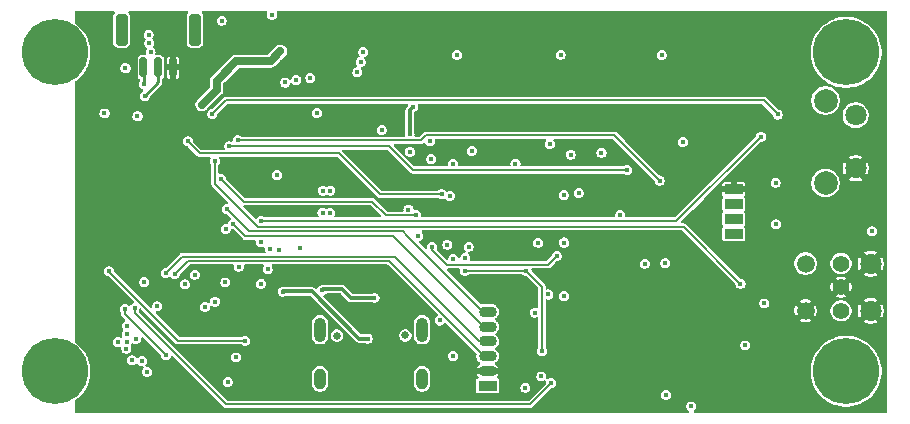
<source format=gbr>
%TF.GenerationSoftware,KiCad,Pcbnew,9.0.0*%
%TF.CreationDate,2025-07-25T12:15:42+02:00*%
%TF.ProjectId,Spruzzatore,53707275-7a7a-4617-946f-72652e6b6963,rev?*%
%TF.SameCoordinates,Original*%
%TF.FileFunction,Copper,L4,Bot*%
%TF.FilePolarity,Positive*%
%FSLAX46Y46*%
G04 Gerber Fmt 4.6, Leading zero omitted, Abs format (unit mm)*
G04 Created by KiCad (PCBNEW 9.0.0) date 2025-07-25 12:15:42*
%MOMM*%
%LPD*%
G01*
G04 APERTURE LIST*
G04 Aperture macros list*
%AMRoundRect*
0 Rectangle with rounded corners*
0 $1 Rounding radius*
0 $2 $3 $4 $5 $6 $7 $8 $9 X,Y pos of 4 corners*
0 Add a 4 corners polygon primitive as box body*
4,1,4,$2,$3,$4,$5,$6,$7,$8,$9,$2,$3,0*
0 Add four circle primitives for the rounded corners*
1,1,$1+$1,$2,$3*
1,1,$1+$1,$4,$5*
1,1,$1+$1,$6,$7*
1,1,$1+$1,$8,$9*
0 Add four rect primitives between the rounded corners*
20,1,$1+$1,$2,$3,$4,$5,0*
20,1,$1+$1,$4,$5,$6,$7,0*
20,1,$1+$1,$6,$7,$8,$9,0*
20,1,$1+$1,$8,$9,$2,$3,0*%
G04 Aperture macros list end*
%TA.AperFunction,ComponentPad*%
%ADD10C,5.600000*%
%TD*%
%TA.AperFunction,ComponentPad*%
%ADD11C,1.800000*%
%TD*%
%TA.AperFunction,ComponentPad*%
%ADD12C,2.000000*%
%TD*%
%TA.AperFunction,ComponentPad*%
%ADD13R,1.500000X0.900000*%
%TD*%
%TA.AperFunction,ComponentPad*%
%ADD14C,1.400000*%
%TD*%
%TA.AperFunction,ComponentPad*%
%ADD15C,1.520000*%
%TD*%
%TA.AperFunction,ComponentPad*%
%ADD16C,0.650000*%
%TD*%
%TA.AperFunction,ComponentPad*%
%ADD17O,1.000000X2.100000*%
%TD*%
%TA.AperFunction,ComponentPad*%
%ADD18O,1.000000X1.800000*%
%TD*%
%TA.AperFunction,ComponentPad*%
%ADD19R,1.520000X0.900000*%
%TD*%
%TA.AperFunction,ComponentPad*%
%ADD20O,1.520000X0.900000*%
%TD*%
%TA.AperFunction,SMDPad,CuDef*%
%ADD21RoundRect,0.150000X-0.150000X-0.700000X0.150000X-0.700000X0.150000X0.700000X-0.150000X0.700000X0*%
%TD*%
%TA.AperFunction,SMDPad,CuDef*%
%ADD22RoundRect,0.250000X-0.250000X-1.100000X0.250000X-1.100000X0.250000X1.100000X-0.250000X1.100000X0*%
%TD*%
%TA.AperFunction,ViaPad*%
%ADD23C,0.450000*%
%TD*%
%TA.AperFunction,Conductor*%
%ADD24C,0.700000*%
%TD*%
%TA.AperFunction,Conductor*%
%ADD25C,0.250000*%
%TD*%
%TA.AperFunction,Conductor*%
%ADD26C,0.200000*%
%TD*%
%TA.AperFunction,Conductor*%
%ADD27C,0.300000*%
%TD*%
G04 APERTURE END LIST*
D10*
%TO.P,H4,1*%
%TO.N,N/C*%
X114680000Y-107510000D03*
%TD*%
D11*
%TO.P,SW3,1,1*%
%TO.N,GND*%
X182480000Y-90330000D03*
%TO.P,SW3,2,2*%
%TO.N,/LED\u002C Buzzer\u002C Lasers/PB_Switch*%
X182480000Y-85830000D03*
D12*
%TO.P,SW3,3,3*%
%TO.N,unconnected-(SW3-Pad3)*%
X179940000Y-84580000D03*
%TO.P,SW3,4,4*%
%TO.N,unconnected-(SW3-Pad4)*%
X179940000Y-91580000D03*
%TD*%
D10*
%TO.P,H2,1*%
%TO.N,N/C*%
X181680000Y-80510000D03*
%TD*%
D13*
%TO.P,J5,1,1*%
%TO.N,GND*%
X172160000Y-92100000D03*
%TO.P,J5,2,2*%
%TO.N,3V3*%
X172160000Y-93350000D03*
%TO.P,J5,3,3*%
%TO.N,/MCU/SCL_Display*%
X172160000Y-94600000D03*
%TO.P,J5,4,4*%
%TO.N,/MCU/SCA_Display*%
X172160000Y-95860000D03*
%TD*%
D10*
%TO.P,H1,1*%
%TO.N,N/C*%
X114680000Y-80510000D03*
%TD*%
%TO.P,H3,1*%
%TO.N,N/C*%
X181680000Y-107510000D03*
%TD*%
D11*
%TO.P,J7,1,1*%
%TO.N,GND*%
X183750000Y-98380000D03*
%TO.P,J7,2,2*%
X183750000Y-102380000D03*
D14*
%TO.P,J7,A,A*%
%TO.N,/LED\u002C Buzzer\u002C Lasers/CLK_Encoder*%
X181250000Y-98380000D03*
%TO.P,J7,B,B*%
%TO.N,/LED\u002C Buzzer\u002C Lasers/DT_Encoder*%
X181250000Y-102380000D03*
%TO.P,J7,C,C*%
%TO.N,GND*%
X181250000Y-100380000D03*
D15*
%TO.P,J7,S1,S1*%
X178250000Y-102380000D03*
%TO.P,J7,S2,S2*%
%TO.N,/LED\u002C Buzzer\u002C Lasers/PB_Encoder*%
X178250000Y-98380000D03*
%TD*%
D16*
%TO.P,USB1,*%
%TO.N,*%
X138560000Y-104480000D03*
X144360000Y-104470000D03*
D17*
%TO.P,USB1,EP*%
%TO.N,N/C*%
X137140000Y-103980000D03*
D18*
X137140000Y-108130000D03*
D17*
X145780000Y-103980000D03*
D18*
X145780000Y-108130000D03*
%TD*%
D19*
%TO.P,J2,1,1*%
%TO.N,Net-(J2-Pad1)*%
X151330000Y-108720000D03*
D20*
%TO.P,J2,2,2*%
%TO.N,GND*%
X151330000Y-107470000D03*
%TO.P,J2,3,3*%
%TO.N,SDA*%
X151330000Y-106210000D03*
%TO.P,J2,4,4*%
%TO.N,SCL*%
X151330000Y-104960000D03*
%TO.P,J2,5,5*%
%TO.N,/MCU/Conf{slash}XSHUT LIDAR*%
X151330000Y-103720000D03*
%TO.P,J2,6,6*%
%TO.N,/MCU/MUX{slash}GPIO1 LIDAR*%
X151330000Y-102470000D03*
%TD*%
D21*
%TO.P,J3,1,Pin_1*%
%TO.N,/MCU/TX0_MCU*%
X122190000Y-81770000D03*
%TO.P,J3,2,Pin_2*%
%TO.N,/MCU/RX0_MCU*%
X123440000Y-81770000D03*
%TO.P,J3,3,Pin_3*%
%TO.N,GND*%
X124690000Y-81770000D03*
D22*
%TO.P,J3,MP*%
%TO.N,N/C*%
X120340000Y-78570000D03*
X126540000Y-78570000D03*
%TD*%
D23*
%TO.N,GND*%
X133920000Y-81280000D03*
%TO.N,/Charger/BATT-*%
X135130000Y-82830000D03*
X136320000Y-82660000D03*
X134190000Y-83050000D03*
%TO.N,/MCU/TX0_MCU*%
X122210000Y-83200000D03*
%TO.N,/MCU/RX0_MCU*%
X122290000Y-84200000D03*
%TO.N,3V3*%
X129320000Y-108400000D03*
X120760000Y-104340000D03*
X133500000Y-90890000D03*
X148120000Y-92660000D03*
X148750000Y-80700000D03*
X122480000Y-107530000D03*
X174760000Y-101760000D03*
X137350000Y-94070000D03*
X166070000Y-80710000D03*
X120810000Y-103660000D03*
X155310000Y-102530000D03*
X157520000Y-80700000D03*
X138010000Y-92200000D03*
X157790000Y-96600000D03*
X122060000Y-106640000D03*
X150000000Y-88850000D03*
X175710000Y-91540000D03*
X162570000Y-94260000D03*
X157800000Y-101130000D03*
X155610000Y-96610000D03*
X166420000Y-109490000D03*
X120000000Y-105030000D03*
X130040000Y-106327000D03*
X183870000Y-95650000D03*
X164640000Y-98390000D03*
X121560000Y-104770000D03*
X173140000Y-105310000D03*
X166370000Y-98350000D03*
X138000000Y-94070000D03*
X120770000Y-104990000D03*
X155870000Y-107940000D03*
X175740000Y-95060000D03*
X156440000Y-101000000D03*
X120750000Y-105590000D03*
X121230000Y-106580000D03*
X148420000Y-106195000D03*
X159050000Y-92400000D03*
X137380000Y-92200000D03*
%TO.N,EN*%
X119285000Y-99045000D03*
X130800000Y-104909798D03*
%TO.N,GND*%
X119980000Y-94970000D03*
X126400000Y-81960000D03*
X125060000Y-89630000D03*
X125630000Y-93240000D03*
X124830000Y-95660000D03*
X127890000Y-95810000D03*
X132440000Y-86250000D03*
X123410000Y-110080000D03*
X131750000Y-103210000D03*
X126740000Y-97010000D03*
X120270000Y-90960000D03*
X144660000Y-100880000D03*
X121210000Y-93970000D03*
X122070000Y-98190000D03*
X122380000Y-91190000D03*
X148930000Y-92360000D03*
X155410000Y-85090000D03*
X144000000Y-90410000D03*
X121030000Y-89610000D03*
X131040000Y-85500000D03*
X138260000Y-101100000D03*
X154190000Y-91090000D03*
X136020000Y-90510000D03*
X162838750Y-85941250D03*
X118830000Y-95800000D03*
X128140000Y-99360000D03*
X120860000Y-99200000D03*
X141730000Y-100610000D03*
X125630000Y-94840000D03*
X155390000Y-91120000D03*
X127160000Y-90570000D03*
X136020000Y-89890000D03*
X118880000Y-92030000D03*
X119080000Y-97540000D03*
X161076250Y-85043750D03*
X122610000Y-88390000D03*
X122330000Y-94840000D03*
X149130000Y-93760000D03*
X118180000Y-99740000D03*
X123970000Y-93190000D03*
X127750000Y-92990000D03*
X120870000Y-97630000D03*
X122350000Y-93190000D03*
X121210000Y-92350000D03*
X119950000Y-88240000D03*
X175810000Y-87890000D03*
X136090000Y-94090000D03*
X129400000Y-96760000D03*
X123190000Y-89630000D03*
X132460000Y-85210000D03*
X120070000Y-96450000D03*
X123170000Y-94010000D03*
X127770000Y-81130000D03*
X124760000Y-102250000D03*
X155990000Y-92450000D03*
X121260000Y-95690000D03*
X119960000Y-93140000D03*
X124010000Y-91040000D03*
X123140000Y-95710000D03*
X123980000Y-94850000D03*
X125660000Y-91130000D03*
X136030000Y-91110000D03*
X124820000Y-94030000D03*
X118830000Y-89630000D03*
X122380000Y-96810000D03*
X118820000Y-94030000D03*
X174827500Y-98290000D03*
X124800000Y-92370000D03*
X124690000Y-88300000D03*
X124310000Y-84940000D03*
X134530000Y-102780000D03*
X123150000Y-92370000D03*
%TO.N,BOOT*%
X120600000Y-102240000D03*
X124090000Y-106150000D03*
%TO.N,BATT+*%
X154533000Y-108898000D03*
X120670000Y-81830000D03*
X136890000Y-85630000D03*
%TO.N,/Charger/B_CHG_+*%
X122790000Y-80510000D03*
X140570000Y-81310000D03*
X122620000Y-79000000D03*
X140300000Y-82200000D03*
X122690000Y-79730000D03*
X140810000Y-80480000D03*
%TO.N,/Charger/BATT-*%
X128820000Y-77810000D03*
X133070000Y-77310000D03*
%TO.N,Net-(U5-VCC)*%
X133790000Y-80400000D03*
X127140000Y-84925000D03*
%TO.N,/MCU/D-*%
X133990000Y-100750000D03*
X141160000Y-104730000D03*
%TO.N,/MCU/D+*%
X137308750Y-100648750D03*
X141750000Y-101280000D03*
%TO.N,/MCU/MUX{slash}GPIO1 LIDAR*%
X129250000Y-93760000D03*
%TO.N,/MCU/Conf{slash}XSHUT LIDAR*%
X129770000Y-95010000D03*
%TO.N,/IMU/PS0*%
X146570000Y-89520000D03*
X157770000Y-92590000D03*
%TO.N,/PS1_IMU*%
X146460000Y-88040000D03*
X132870000Y-97110000D03*
%TO.N,Net-(LED1-+)*%
X167875000Y-88075000D03*
X129150000Y-95450000D03*
%TO.N,/STAT_CHARGER*%
X122260000Y-99950000D03*
X142360000Y-87060000D03*
%TO.N,/MCU/BATT+_SENSE*%
X121440000Y-102140000D03*
X156690000Y-108500000D03*
%TO.N,/Humidity\u002C pressure and temperature sensor/SDA*%
X149410000Y-98990000D03*
X154620000Y-99020000D03*
X155930000Y-105820000D03*
%TO.N,/Humidity\u002C pressure and temperature sensor/SCL*%
X157170000Y-97740000D03*
X146620000Y-96970000D03*
%TO.N,Net-(U4-PROG)*%
X145020000Y-85090000D03*
X144720000Y-87450000D03*
%TO.N,/MCU/EXT_5V_SENSE*%
X135410000Y-97070000D03*
X147280000Y-103200000D03*
%TO.N,/BOOTN*%
X147440000Y-92510000D03*
X125970000Y-88040000D03*
%TO.N,/PS0_IMU{slash}WAKE*%
X144770000Y-88900000D03*
X133630000Y-97220000D03*
%TO.N,/H_SDA{slash}H_MISO{slash}TX*%
X132700000Y-98880000D03*
X149730000Y-96950000D03*
%TO.N,/H_SCL{slash}SCK{slash}RX*%
X149450000Y-97880000D03*
X132130000Y-100080000D03*
%TO.N,/LED\u002C Buzzer\u002C Lasers/Buzzer*%
X123360000Y-102000000D03*
X168580000Y-110470000D03*
%TO.N,/LED\u002C Buzzer\u002C Lasers/Ext_LED*%
X156610000Y-88260000D03*
X125710000Y-100150000D03*
%TO.N,/LED\u002C Buzzer\u002C Lasers/LASER1*%
X158370000Y-89150000D03*
X121685000Y-85915000D03*
%TO.N,/LED\u002C Buzzer\u002C Lasers/LASER2*%
X160970000Y-88990000D03*
X118890000Y-85670000D03*
%TO.N,/LED\u002C Buzzer\u002C Lasers/PB_Encoder*%
X128240000Y-89710000D03*
X172740000Y-100090000D03*
%TO.N,/CLKSEL0*%
X144630000Y-93810000D03*
X132120000Y-96570000D03*
%TO.N,/LED\u002C Buzzer\u002C Lasers/PB_Switch*%
X128020000Y-85720000D03*
X175890000Y-85760000D03*
%TO.N,SCL*%
X124070000Y-99170000D03*
%TO.N,SDA*%
X124840000Y-99260000D03*
%TO.N,/H_INTN*%
X145465000Y-96045000D03*
X126540000Y-99330000D03*
%TO.N,/SA0{slash}H_MOSI*%
X130265000Y-98655000D03*
X147920000Y-96770000D03*
%TO.N,/MCU/SCA_Display*%
X127390000Y-102040000D03*
%TO.N,/NRST*%
X145300000Y-94260000D03*
X128750000Y-91210000D03*
%TO.N,/H_CSN*%
X129120000Y-99980000D03*
X148430000Y-97980000D03*
%TO.N,/MCU/SCL_Display*%
X128240000Y-101600000D03*
%TO.N,/IMU/PS1*%
X153690000Y-89940000D03*
X148390000Y-89940000D03*
%TO.N,/MCU/PIEZO*%
X174490000Y-87630000D03*
X132120000Y-94770000D03*
%TO.N,/LED\u002C Buzzer\u002C Lasers/DT_Encoder*%
X130174500Y-87945500D03*
X165905000Y-91355000D03*
%TO.N,/LED\u002C Buzzer\u002C Lasers/CLK_Encoder*%
X163160000Y-90460000D03*
X129465000Y-88445000D03*
%TD*%
D24*
%TO.N,Net-(U5-VCC)*%
X132950000Y-81240000D02*
X133790000Y-80400000D01*
X130050000Y-81240000D02*
X132950000Y-81240000D01*
X128379000Y-82911000D02*
X130050000Y-81240000D01*
X128379000Y-83691000D02*
X128379000Y-82911000D01*
X127145000Y-84930000D02*
X127145000Y-84925000D01*
X127145000Y-84925000D02*
X128379000Y-83691000D01*
X127140000Y-84925000D02*
X127145000Y-84930000D01*
D25*
%TO.N,/MCU/TX0_MCU*%
X122210000Y-81465000D02*
X122205000Y-81460000D01*
X122210000Y-83220000D02*
X122210000Y-83200000D01*
X122210000Y-83200000D02*
X122210000Y-81465000D01*
%TO.N,/MCU/RX0_MCU*%
X122290000Y-84200000D02*
X123455000Y-83035000D01*
X123455000Y-83035000D02*
X123455000Y-81460000D01*
D26*
%TO.N,EN*%
X125149798Y-104909798D02*
X130769047Y-104909798D01*
X119300000Y-99060000D02*
X125149798Y-104909798D01*
%TO.N,BOOT*%
X124090000Y-106150000D02*
X120600000Y-102660000D01*
X120600000Y-102660000D02*
X120600000Y-102240000D01*
D27*
%TO.N,/MCU/D-*%
X140460000Y-104730000D02*
X141160000Y-104730000D01*
X136470000Y-100740000D02*
X140460000Y-104730000D01*
X134000000Y-100740000D02*
X136470000Y-100740000D01*
X133990000Y-100750000D02*
X134000000Y-100740000D01*
%TO.N,/MCU/D+*%
X139010000Y-100540000D02*
X139750000Y-101280000D01*
X137308750Y-100648750D02*
X137417500Y-100540000D01*
X137417500Y-100540000D02*
X139010000Y-100540000D01*
X139750000Y-101280000D02*
X141750000Y-101280000D01*
D26*
%TO.N,/MCU/MUX{slash}GPIO1 LIDAR*%
X151330000Y-102470000D02*
X150980000Y-102470000D01*
X150980000Y-102470000D02*
X144540000Y-96030000D01*
X129250000Y-93760000D02*
X131110000Y-95620000D01*
X144130000Y-95620000D02*
X144540000Y-96030000D01*
X131110000Y-95620000D02*
X144130000Y-95620000D01*
%TO.N,/MCU/Conf{slash}XSHUT LIDAR*%
X151000000Y-103720000D02*
X143349000Y-96069000D01*
X130829000Y-96069000D02*
X129770000Y-95010000D01*
X143349000Y-96069000D02*
X130829000Y-96069000D01*
X151330000Y-103720000D02*
X151000000Y-103720000D01*
%TO.N,/MCU/BATT+_SENSE*%
X156690000Y-108500000D02*
X156690000Y-108510000D01*
X129160000Y-110310000D02*
X121440000Y-102590000D01*
X156690000Y-108510000D02*
X154890000Y-110310000D01*
X121440000Y-102590000D02*
X121440000Y-102140000D01*
X154890000Y-110310000D02*
X129160000Y-110310000D01*
%TO.N,/Humidity\u002C pressure and temperature sensor/SDA*%
X154620000Y-99020000D02*
X155930000Y-100330000D01*
X154620000Y-99020000D02*
X154590000Y-98990000D01*
X154590000Y-98990000D02*
X149410000Y-98990000D01*
X155930000Y-100330000D02*
X155930000Y-105820000D01*
%TO.N,/Humidity\u002C pressure and temperature sensor/SCL*%
X157170000Y-97740000D02*
X156421000Y-98489000D01*
X147849000Y-98489000D02*
X146620000Y-97260000D01*
X146620000Y-97260000D02*
X146620000Y-96970000D01*
X156421000Y-98489000D02*
X147849000Y-98489000D01*
D27*
%TO.N,Net-(U4-PROG)*%
X144720000Y-85390000D02*
X144720000Y-87450000D01*
X145020000Y-85090000D02*
X144720000Y-85390000D01*
D26*
%TO.N,/BOOTN*%
X147440000Y-92510000D02*
X142210000Y-92510000D01*
X126990000Y-89060000D02*
X125970000Y-88040000D01*
X138760000Y-89060000D02*
X126990000Y-89060000D01*
X142210000Y-92510000D02*
X138760000Y-89060000D01*
%TO.N,/LED\u002C Buzzer\u002C Lasers/PB_Encoder*%
X167920000Y-95270000D02*
X131900000Y-95270000D01*
X128240000Y-91610000D02*
X128240000Y-89710000D01*
X131900000Y-95270000D02*
X128240000Y-91610000D01*
X172740000Y-100090000D02*
X167920000Y-95270000D01*
%TO.N,/LED\u002C Buzzer\u002C Lasers/PB_Switch*%
X129181000Y-84559000D02*
X174689000Y-84559000D01*
X128020000Y-85720000D02*
X129181000Y-84559000D01*
X174689000Y-84559000D02*
X175890000Y-85760000D01*
%TO.N,SCL*%
X125440000Y-97800000D02*
X143480000Y-97800000D01*
X150640000Y-104960000D02*
X151330000Y-104960000D01*
X124070000Y-99170000D02*
X125440000Y-97800000D01*
X143480000Y-97800000D02*
X150640000Y-104960000D01*
%TO.N,SDA*%
X142994000Y-98154000D02*
X151050000Y-106210000D01*
X151050000Y-106210000D02*
X151330000Y-106210000D01*
X125946000Y-98154000D02*
X142994000Y-98154000D01*
X124840000Y-99260000D02*
X125946000Y-98154000D01*
%TO.N,/NRST*%
X141570000Y-93130000D02*
X142751000Y-94311000D01*
X130670000Y-93130000D02*
X141570000Y-93130000D01*
X142751000Y-94311000D02*
X145249000Y-94311000D01*
X128750000Y-91210000D02*
X130670000Y-93130000D01*
X145249000Y-94311000D02*
X145300000Y-94260000D01*
%TO.N,/MCU/PIEZO*%
X167310000Y-94770000D02*
X174450000Y-87630000D01*
X132020000Y-94870000D02*
X132020000Y-94880000D01*
X132120000Y-94770000D02*
X167310000Y-94770000D01*
X132120000Y-94770000D02*
X132020000Y-94870000D01*
X174450000Y-87630000D02*
X174490000Y-87630000D01*
%TO.N,/LED\u002C Buzzer\u002C Lasers/DT_Encoder*%
X145670000Y-87960000D02*
X130189000Y-87960000D01*
X146120000Y-87510000D02*
X145670000Y-87960000D01*
X165905000Y-91355000D02*
X162060000Y-87510000D01*
X130189000Y-87960000D02*
X130180000Y-87951000D01*
X162060000Y-87510000D02*
X146120000Y-87510000D01*
%TO.N,/LED\u002C Buzzer\u002C Lasers/CLK_Encoder*%
X145020000Y-90460000D02*
X143010000Y-88450000D01*
X163160000Y-90460000D02*
X145020000Y-90460000D01*
X143010000Y-88450000D02*
X129470000Y-88450000D01*
X129470000Y-88450000D02*
X129465000Y-88445000D01*
%TD*%
%TA.AperFunction,Conductor*%
%TO.N,GND*%
G36*
X141462712Y-93449407D02*
G01*
X141474525Y-93459496D01*
X142315525Y-94300496D01*
X142343302Y-94355013D01*
X142333731Y-94415445D01*
X142290466Y-94458710D01*
X142245521Y-94469500D01*
X138432147Y-94469500D01*
X138373956Y-94450593D01*
X138337992Y-94401093D01*
X138337992Y-94339907D01*
X138346411Y-94321000D01*
X138396501Y-94234241D01*
X138396501Y-94234239D01*
X138396503Y-94234237D01*
X138425500Y-94126018D01*
X138425500Y-94013982D01*
X138396503Y-93905763D01*
X138396501Y-93905760D01*
X138396501Y-93905758D01*
X138344689Y-93816018D01*
X138340485Y-93808737D01*
X138261263Y-93729515D01*
X138243953Y-93719521D01*
X138164240Y-93673498D01*
X138164242Y-93673498D01*
X138122251Y-93662247D01*
X138056018Y-93644500D01*
X137943982Y-93644500D01*
X137877748Y-93662247D01*
X137835758Y-93673498D01*
X137738741Y-93729512D01*
X137735263Y-93732181D01*
X137677586Y-93752601D01*
X137618921Y-93735220D01*
X137614737Y-93732181D01*
X137611266Y-93729518D01*
X137611263Y-93729515D01*
X137576558Y-93709478D01*
X137514240Y-93673498D01*
X137514242Y-93673498D01*
X137472251Y-93662247D01*
X137406018Y-93644500D01*
X137293982Y-93644500D01*
X137227748Y-93662247D01*
X137185758Y-93673498D01*
X137088739Y-93729513D01*
X137009513Y-93808739D01*
X136953498Y-93905758D01*
X136942454Y-93946977D01*
X136924500Y-94013982D01*
X136924500Y-94126018D01*
X136940438Y-94185500D01*
X136953498Y-94234241D01*
X137003589Y-94321000D01*
X137016311Y-94380848D01*
X136991424Y-94436744D01*
X136938436Y-94467337D01*
X136917853Y-94469500D01*
X132462255Y-94469500D01*
X132404064Y-94450593D01*
X132392257Y-94440509D01*
X132381263Y-94429515D01*
X132381260Y-94429513D01*
X132284240Y-94373498D01*
X132284242Y-94373498D01*
X132242251Y-94362247D01*
X132176018Y-94344500D01*
X132063982Y-94344500D01*
X131997748Y-94362247D01*
X131955758Y-94373498D01*
X131858739Y-94429513D01*
X131779514Y-94508738D01*
X131765032Y-94533821D01*
X131719561Y-94574760D01*
X131658711Y-94581154D01*
X131609293Y-94554322D01*
X130654475Y-93599504D01*
X130626698Y-93544987D01*
X130636269Y-93484555D01*
X130679534Y-93441290D01*
X130724479Y-93430500D01*
X141404521Y-93430500D01*
X141462712Y-93449407D01*
G37*
%TD.AperFunction*%
%TA.AperFunction,Conductor*%
G36*
X119731302Y-77029407D02*
G01*
X119767266Y-77078907D01*
X119767266Y-77140093D01*
X119752766Y-77168288D01*
X119687207Y-77257116D01*
X119642355Y-77385296D01*
X119642353Y-77385305D01*
X119639500Y-77415725D01*
X119639500Y-79724274D01*
X119642353Y-79754694D01*
X119642355Y-79754703D01*
X119687207Y-79882883D01*
X119767845Y-79992144D01*
X119767847Y-79992146D01*
X119767850Y-79992150D01*
X119767853Y-79992152D01*
X119767855Y-79992154D01*
X119877116Y-80072792D01*
X119877117Y-80072792D01*
X119877118Y-80072793D01*
X120005301Y-80117646D01*
X120035725Y-80120499D01*
X120035727Y-80120500D01*
X120035734Y-80120500D01*
X120644273Y-80120500D01*
X120644273Y-80120499D01*
X120674699Y-80117646D01*
X120802882Y-80072793D01*
X120912150Y-79992150D01*
X120992793Y-79882882D01*
X121037646Y-79754699D01*
X121040499Y-79724273D01*
X121040500Y-79724273D01*
X121040500Y-77415727D01*
X121040499Y-77415725D01*
X121037646Y-77385305D01*
X121037646Y-77385301D01*
X120992793Y-77257118D01*
X120990479Y-77253983D01*
X120927234Y-77168288D01*
X120907892Y-77110241D01*
X120926363Y-77051910D01*
X120975593Y-77015577D01*
X121006889Y-77010500D01*
X125873111Y-77010500D01*
X125931302Y-77029407D01*
X125967266Y-77078907D01*
X125967266Y-77140093D01*
X125952766Y-77168288D01*
X125887207Y-77257116D01*
X125842355Y-77385296D01*
X125842353Y-77385305D01*
X125839500Y-77415725D01*
X125839500Y-79724274D01*
X125842353Y-79754694D01*
X125842355Y-79754703D01*
X125887207Y-79882883D01*
X125967845Y-79992144D01*
X125967847Y-79992146D01*
X125967850Y-79992150D01*
X125967853Y-79992152D01*
X125967855Y-79992154D01*
X126077116Y-80072792D01*
X126077117Y-80072792D01*
X126077118Y-80072793D01*
X126205301Y-80117646D01*
X126235725Y-80120499D01*
X126235727Y-80120500D01*
X126235734Y-80120500D01*
X126844273Y-80120500D01*
X126844273Y-80120499D01*
X126874699Y-80117646D01*
X127002882Y-80072793D01*
X127112150Y-79992150D01*
X127192793Y-79882882D01*
X127237646Y-79754699D01*
X127240499Y-79724273D01*
X127240500Y-79724273D01*
X127240500Y-77753982D01*
X128394500Y-77753982D01*
X128394500Y-77866018D01*
X128398180Y-77879752D01*
X128423498Y-77974241D01*
X128465500Y-78046989D01*
X128479515Y-78071263D01*
X128558737Y-78150485D01*
X128558739Y-78150486D01*
X128655759Y-78206501D01*
X128655757Y-78206501D01*
X128655761Y-78206502D01*
X128655763Y-78206503D01*
X128763982Y-78235500D01*
X128763984Y-78235500D01*
X128876016Y-78235500D01*
X128876018Y-78235500D01*
X128984237Y-78206503D01*
X128984239Y-78206501D01*
X128984241Y-78206501D01*
X129013064Y-78189859D01*
X129081263Y-78150485D01*
X129160485Y-78071263D01*
X129216503Y-77974237D01*
X129245500Y-77866018D01*
X129245500Y-77753982D01*
X129216503Y-77645763D01*
X129216501Y-77645760D01*
X129216501Y-77645758D01*
X129160486Y-77548739D01*
X129160485Y-77548737D01*
X129081263Y-77469515D01*
X129081260Y-77469513D01*
X128984240Y-77413498D01*
X128984242Y-77413498D01*
X128942251Y-77402247D01*
X128876018Y-77384500D01*
X128763982Y-77384500D01*
X128697748Y-77402247D01*
X128655758Y-77413498D01*
X128558739Y-77469513D01*
X128479513Y-77548739D01*
X128423498Y-77645758D01*
X128422231Y-77650486D01*
X128394500Y-77753982D01*
X127240500Y-77753982D01*
X127240500Y-77415727D01*
X127240499Y-77415725D01*
X127237646Y-77385305D01*
X127237646Y-77385301D01*
X127192793Y-77257118D01*
X127190479Y-77253983D01*
X127127234Y-77168288D01*
X127107892Y-77110241D01*
X127126363Y-77051910D01*
X127175593Y-77015577D01*
X127206889Y-77010500D01*
X132581361Y-77010500D01*
X132639552Y-77029407D01*
X132675516Y-77078907D01*
X132675516Y-77140093D01*
X132673692Y-77145036D01*
X132673497Y-77145762D01*
X132673497Y-77145763D01*
X132644500Y-77253982D01*
X132644500Y-77366018D01*
X132670072Y-77461455D01*
X132673498Y-77474241D01*
X132729513Y-77571260D01*
X132729515Y-77571263D01*
X132808737Y-77650485D01*
X132808739Y-77650486D01*
X132905759Y-77706501D01*
X132905757Y-77706501D01*
X132905761Y-77706502D01*
X132905763Y-77706503D01*
X133013982Y-77735500D01*
X133013984Y-77735500D01*
X133126016Y-77735500D01*
X133126018Y-77735500D01*
X133234237Y-77706503D01*
X133234239Y-77706501D01*
X133234241Y-77706501D01*
X133263064Y-77689859D01*
X133331263Y-77650485D01*
X133410485Y-77571263D01*
X133466503Y-77474237D01*
X133495500Y-77366018D01*
X133495500Y-77253982D01*
X133466503Y-77145763D01*
X133466502Y-77145761D01*
X133464823Y-77139495D01*
X133466518Y-77139040D01*
X133462374Y-77086390D01*
X133494343Y-77034221D01*
X133550870Y-77010805D01*
X133558639Y-77010500D01*
X185080500Y-77010500D01*
X185138691Y-77029407D01*
X185174655Y-77078907D01*
X185179500Y-77109500D01*
X185179500Y-110910500D01*
X185160593Y-110968691D01*
X185111093Y-111004655D01*
X185080500Y-111009500D01*
X168866032Y-111009500D01*
X168807841Y-110990593D01*
X168771877Y-110941093D01*
X168771877Y-110879907D01*
X168807841Y-110830407D01*
X168816531Y-110824764D01*
X168841263Y-110810485D01*
X168920485Y-110731263D01*
X168976503Y-110634237D01*
X169005500Y-110526018D01*
X169005500Y-110413982D01*
X168976503Y-110305763D01*
X168976501Y-110305760D01*
X168976501Y-110305758D01*
X168920486Y-110208739D01*
X168920485Y-110208737D01*
X168841263Y-110129515D01*
X168841260Y-110129513D01*
X168744240Y-110073498D01*
X168744242Y-110073498D01*
X168702251Y-110062247D01*
X168636018Y-110044500D01*
X168523982Y-110044500D01*
X168457748Y-110062247D01*
X168415758Y-110073498D01*
X168318739Y-110129513D01*
X168239513Y-110208739D01*
X168183498Y-110305758D01*
X168183497Y-110305763D01*
X168154500Y-110413982D01*
X168154500Y-110526018D01*
X168177137Y-110610500D01*
X168183498Y-110634241D01*
X168239513Y-110731260D01*
X168239515Y-110731263D01*
X168318737Y-110810485D01*
X168343469Y-110824764D01*
X168384409Y-110870234D01*
X168390804Y-110931084D01*
X168360211Y-110984072D01*
X168304315Y-111008958D01*
X168293968Y-111009500D01*
X116482395Y-111009500D01*
X116424204Y-110990593D01*
X116388240Y-110941093D01*
X116383395Y-110910590D01*
X116383395Y-110910500D01*
X116382603Y-110037762D01*
X116401456Y-109979560D01*
X116419870Y-109960283D01*
X116682523Y-109750825D01*
X116920825Y-109512523D01*
X116983459Y-109433983D01*
X117130941Y-109249045D01*
X117130946Y-109249039D01*
X117310246Y-108963686D01*
X117456469Y-108660051D01*
X117560388Y-108363067D01*
X117567775Y-108341957D01*
X117569020Y-108336503D01*
X117642767Y-108013394D01*
X117680500Y-107678504D01*
X117680500Y-107341496D01*
X117642767Y-107006606D01*
X117567776Y-106678046D01*
X117549099Y-106624669D01*
X117523038Y-106550191D01*
X117513867Y-106523982D01*
X120804500Y-106523982D01*
X120804500Y-106636018D01*
X120820577Y-106696018D01*
X120833498Y-106744241D01*
X120873444Y-106813428D01*
X120889515Y-106841263D01*
X120968737Y-106920485D01*
X120972428Y-106922616D01*
X121065759Y-106976501D01*
X121065757Y-106976501D01*
X121065761Y-106976502D01*
X121065763Y-106976503D01*
X121173982Y-107005500D01*
X121173984Y-107005500D01*
X121286016Y-107005500D01*
X121286018Y-107005500D01*
X121394237Y-106976503D01*
X121394239Y-106976501D01*
X121394241Y-106976501D01*
X121465263Y-106935496D01*
X121491263Y-106920485D01*
X121551775Y-106859972D01*
X121606289Y-106832196D01*
X121666721Y-106841767D01*
X121707513Y-106880474D01*
X121719515Y-106901263D01*
X121798737Y-106980485D01*
X121798739Y-106980486D01*
X121895759Y-107036501D01*
X121895757Y-107036501D01*
X121895761Y-107036502D01*
X121895763Y-107036503D01*
X122003982Y-107065500D01*
X122003984Y-107065500D01*
X122103745Y-107065500D01*
X122161936Y-107084407D01*
X122197900Y-107133907D01*
X122197900Y-107195093D01*
X122173750Y-107234501D01*
X122153164Y-107255088D01*
X122139513Y-107268739D01*
X122083498Y-107365758D01*
X122074807Y-107398193D01*
X122054500Y-107473982D01*
X122054500Y-107586018D01*
X122059613Y-107605099D01*
X122083498Y-107694241D01*
X122115737Y-107750079D01*
X122139515Y-107791263D01*
X122218737Y-107870485D01*
X122242116Y-107883983D01*
X122315759Y-107926501D01*
X122315757Y-107926501D01*
X122315761Y-107926502D01*
X122315763Y-107926503D01*
X122423982Y-107955500D01*
X122423984Y-107955500D01*
X122536016Y-107955500D01*
X122536018Y-107955500D01*
X122644237Y-107926503D01*
X122644239Y-107926501D01*
X122644241Y-107926501D01*
X122673064Y-107909859D01*
X122741263Y-107870485D01*
X122820485Y-107791263D01*
X122876503Y-107694237D01*
X122905500Y-107586018D01*
X122905500Y-107473982D01*
X122876503Y-107365763D01*
X122876501Y-107365760D01*
X122876501Y-107365758D01*
X122820486Y-107268739D01*
X122820485Y-107268737D01*
X122741263Y-107189515D01*
X122741260Y-107189513D01*
X122644240Y-107133498D01*
X122644242Y-107133498D01*
X122593820Y-107119988D01*
X122536018Y-107104500D01*
X122436255Y-107104500D01*
X122378064Y-107085593D01*
X122342100Y-107036093D01*
X122342100Y-106974907D01*
X122366249Y-106935498D01*
X122400485Y-106901263D01*
X122456503Y-106804237D01*
X122485500Y-106696018D01*
X122485500Y-106583982D01*
X122456503Y-106475763D01*
X122456501Y-106475760D01*
X122456501Y-106475758D01*
X122400486Y-106378739D01*
X122400485Y-106378737D01*
X122321263Y-106299515D01*
X122321260Y-106299513D01*
X122224240Y-106243498D01*
X122224242Y-106243498D01*
X122170902Y-106229206D01*
X122116018Y-106214500D01*
X122003982Y-106214500D01*
X121949098Y-106229206D01*
X121895758Y-106243498D01*
X121798737Y-106299514D01*
X121738224Y-106360027D01*
X121683707Y-106387804D01*
X121623275Y-106378232D01*
X121582486Y-106339524D01*
X121570485Y-106318737D01*
X121491263Y-106239515D01*
X121485414Y-106236138D01*
X121394240Y-106183498D01*
X121394242Y-106183498D01*
X121352251Y-106172247D01*
X121286018Y-106154500D01*
X121173982Y-106154500D01*
X121107748Y-106172247D01*
X121065758Y-106183498D01*
X120968739Y-106239513D01*
X120889513Y-106318739D01*
X120833498Y-106415758D01*
X120833497Y-106415763D01*
X120804500Y-106523982D01*
X117513867Y-106523982D01*
X117475997Y-106415758D01*
X117456469Y-106359949D01*
X117322261Y-106081263D01*
X117310253Y-106056328D01*
X117310247Y-106056316D01*
X117310246Y-106056314D01*
X117130946Y-105770961D01*
X117130943Y-105770957D01*
X117130941Y-105770954D01*
X116920834Y-105507487D01*
X116920828Y-105507481D01*
X116920825Y-105507477D01*
X116682523Y-105269175D01*
X116682518Y-105269171D01*
X116682512Y-105269165D01*
X116416868Y-105057322D01*
X116417495Y-105056535D01*
X116383213Y-105010462D01*
X116378015Y-104978898D01*
X116372582Y-98988982D01*
X118859500Y-98988982D01*
X118859500Y-99101018D01*
X118870283Y-99141260D01*
X118888498Y-99209241D01*
X118944074Y-99305500D01*
X118944515Y-99306263D01*
X119023737Y-99385485D01*
X119023739Y-99385486D01*
X119120759Y-99441501D01*
X119120757Y-99441501D01*
X119120761Y-99441502D01*
X119120763Y-99441503D01*
X119228982Y-99470500D01*
X119244521Y-99470500D01*
X119302712Y-99489407D01*
X119314525Y-99499496D01*
X121377521Y-101562492D01*
X121405298Y-101617009D01*
X121395727Y-101677441D01*
X121352462Y-101720706D01*
X121333143Y-101728122D01*
X121275763Y-101743497D01*
X121275761Y-101743497D01*
X121275757Y-101743499D01*
X121178739Y-101799513D01*
X121099514Y-101878738D01*
X121069212Y-101931222D01*
X121023742Y-101972163D01*
X120962891Y-101978557D01*
X120913474Y-101951726D01*
X120861263Y-101899515D01*
X120850911Y-101893538D01*
X120764240Y-101843498D01*
X120764242Y-101843498D01*
X120722251Y-101832247D01*
X120656018Y-101814500D01*
X120543982Y-101814500D01*
X120477748Y-101832247D01*
X120435758Y-101843498D01*
X120338739Y-101899513D01*
X120259513Y-101978739D01*
X120203498Y-102075758D01*
X120196862Y-102100525D01*
X120174500Y-102183982D01*
X120174500Y-102296018D01*
X120197133Y-102380485D01*
X120203498Y-102404241D01*
X120256202Y-102495525D01*
X120259515Y-102501263D01*
X120270505Y-102512253D01*
X120298281Y-102566768D01*
X120299500Y-102582255D01*
X120299500Y-102699564D01*
X120319978Y-102775988D01*
X120335140Y-102802248D01*
X120335861Y-102803497D01*
X120359540Y-102844511D01*
X120359542Y-102844513D01*
X120638700Y-103123672D01*
X120666477Y-103178188D01*
X120656906Y-103238620D01*
X120618197Y-103279411D01*
X120548738Y-103319514D01*
X120469513Y-103398739D01*
X120413498Y-103495758D01*
X120397614Y-103555040D01*
X120384500Y-103603982D01*
X120384500Y-103716018D01*
X120413497Y-103824237D01*
X120413498Y-103824239D01*
X120417574Y-103831299D01*
X120469515Y-103921263D01*
X120469516Y-103921264D01*
X120470870Y-103923609D01*
X120483592Y-103983458D01*
X120458706Y-104039353D01*
X120455138Y-104043113D01*
X120419514Y-104078737D01*
X120363498Y-104175758D01*
X120350231Y-104225272D01*
X120334500Y-104283982D01*
X120334500Y-104396018D01*
X120356344Y-104477542D01*
X120363498Y-104504241D01*
X120390332Y-104550718D01*
X120403054Y-104610566D01*
X120378167Y-104666462D01*
X120325179Y-104697055D01*
X120264329Y-104690659D01*
X120255096Y-104685954D01*
X120164240Y-104633498D01*
X120164242Y-104633498D01*
X120122165Y-104622224D01*
X120056018Y-104604500D01*
X119943982Y-104604500D01*
X119877835Y-104622224D01*
X119835758Y-104633498D01*
X119738739Y-104689513D01*
X119659513Y-104768739D01*
X119603498Y-104865758D01*
X119587286Y-104926263D01*
X119574500Y-104973982D01*
X119574500Y-105086018D01*
X119591852Y-105150777D01*
X119603498Y-105194241D01*
X119646762Y-105269175D01*
X119659515Y-105291263D01*
X119738737Y-105370485D01*
X119738739Y-105370486D01*
X119835759Y-105426501D01*
X119835757Y-105426501D01*
X119835761Y-105426502D01*
X119835763Y-105426503D01*
X119943982Y-105455500D01*
X119943984Y-105455500D01*
X120056016Y-105455500D01*
X120056018Y-105455500D01*
X120164237Y-105426503D01*
X120180912Y-105416875D01*
X120240758Y-105404153D01*
X120296655Y-105429037D01*
X120327249Y-105482025D01*
X120326041Y-105528229D01*
X120324500Y-105533979D01*
X120324500Y-105533982D01*
X120324500Y-105646018D01*
X120350072Y-105741455D01*
X120353498Y-105754241D01*
X120409513Y-105851260D01*
X120409515Y-105851263D01*
X120488737Y-105930485D01*
X120488739Y-105930486D01*
X120585759Y-105986501D01*
X120585757Y-105986501D01*
X120585761Y-105986502D01*
X120585763Y-105986503D01*
X120693982Y-106015500D01*
X120693984Y-106015500D01*
X120806016Y-106015500D01*
X120806018Y-106015500D01*
X120914237Y-105986503D01*
X120914239Y-105986501D01*
X120914241Y-105986501D01*
X120943064Y-105969859D01*
X121011263Y-105930485D01*
X121090485Y-105851263D01*
X121129859Y-105783064D01*
X121146501Y-105754241D01*
X121146501Y-105754239D01*
X121146503Y-105754237D01*
X121175500Y-105646018D01*
X121175500Y-105533982D01*
X121146503Y-105425763D01*
X121106621Y-105356686D01*
X121102308Y-105336393D01*
X121093889Y-105317430D01*
X121096395Y-105308578D01*
X121093900Y-105296839D01*
X121106675Y-105257595D01*
X121110140Y-105251607D01*
X121110485Y-105251263D01*
X121166503Y-105154237D01*
X121166509Y-105154213D01*
X121168702Y-105150425D01*
X121169006Y-105149900D01*
X121169007Y-105149898D01*
X121169060Y-105149808D01*
X121191567Y-105129585D01*
X121214476Y-105108959D01*
X121214531Y-105108953D01*
X121214573Y-105108916D01*
X121244487Y-105105804D01*
X121275326Y-105102563D01*
X121275395Y-105102589D01*
X121275430Y-105102586D01*
X121275516Y-105102636D01*
X121304241Y-105113663D01*
X121395763Y-105166503D01*
X121503982Y-105195500D01*
X121503984Y-105195500D01*
X121616016Y-105195500D01*
X121616018Y-105195500D01*
X121724237Y-105166503D01*
X121724239Y-105166501D01*
X121724241Y-105166501D01*
X121760168Y-105145758D01*
X121821263Y-105110485D01*
X121900485Y-105031263D01*
X121956503Y-104934237D01*
X121985500Y-104826018D01*
X121985500Y-104713982D01*
X121985500Y-104709479D01*
X122004407Y-104651288D01*
X122053907Y-104615324D01*
X122115093Y-104615324D01*
X122154504Y-104639475D01*
X123635504Y-106120475D01*
X123663281Y-106174992D01*
X123664500Y-106190479D01*
X123664500Y-106206018D01*
X123674543Y-106243498D01*
X123693498Y-106314241D01*
X123742866Y-106399747D01*
X123749515Y-106411263D01*
X123828737Y-106490485D01*
X123861079Y-106509157D01*
X123925759Y-106546501D01*
X123925757Y-106546501D01*
X123925761Y-106546502D01*
X123925763Y-106546503D01*
X124033982Y-106575500D01*
X124033984Y-106575500D01*
X124146016Y-106575500D01*
X124146018Y-106575500D01*
X124254237Y-106546503D01*
X124254239Y-106546501D01*
X124254241Y-106546501D01*
X124293243Y-106523983D01*
X124351263Y-106490485D01*
X124430485Y-106411263D01*
X124486503Y-106314237D01*
X124495537Y-106280519D01*
X124528858Y-106229206D01*
X124585979Y-106207278D01*
X124645080Y-106223112D01*
X124661167Y-106236138D01*
X128975489Y-110550460D01*
X128975491Y-110550461D01*
X128975492Y-110550462D01*
X128975493Y-110550463D01*
X129044008Y-110590020D01*
X129044006Y-110590020D01*
X129044010Y-110590021D01*
X129044012Y-110590022D01*
X129120438Y-110610500D01*
X129120440Y-110610500D01*
X154929563Y-110610500D01*
X154929563Y-110610499D01*
X155005989Y-110590021D01*
X155074511Y-110550460D01*
X155130460Y-110494511D01*
X156190989Y-109433982D01*
X165994500Y-109433982D01*
X165994500Y-109546018D01*
X166020072Y-109641455D01*
X166023498Y-109654241D01*
X166079262Y-109750825D01*
X166079515Y-109751263D01*
X166158737Y-109830485D01*
X166158739Y-109830486D01*
X166255759Y-109886501D01*
X166255757Y-109886501D01*
X166255761Y-109886502D01*
X166255763Y-109886503D01*
X166363982Y-109915500D01*
X166363984Y-109915500D01*
X166476016Y-109915500D01*
X166476018Y-109915500D01*
X166584237Y-109886503D01*
X166584239Y-109886501D01*
X166584241Y-109886501D01*
X166613064Y-109869859D01*
X166681263Y-109830485D01*
X166760485Y-109751263D01*
X166816503Y-109654237D01*
X166845500Y-109546018D01*
X166845500Y-109433982D01*
X166816503Y-109325763D01*
X166816501Y-109325760D01*
X166816501Y-109325758D01*
X166760486Y-109228739D01*
X166760485Y-109228737D01*
X166681263Y-109149515D01*
X166681260Y-109149513D01*
X166584240Y-109093498D01*
X166584242Y-109093498D01*
X166542251Y-109082247D01*
X166476018Y-109064500D01*
X166363982Y-109064500D01*
X166297748Y-109082247D01*
X166255758Y-109093498D01*
X166158739Y-109149513D01*
X166079513Y-109228739D01*
X166023498Y-109325758D01*
X166023497Y-109325763D01*
X165994500Y-109433982D01*
X156190989Y-109433982D01*
X156670475Y-108954496D01*
X156724992Y-108926719D01*
X156740479Y-108925500D01*
X156746016Y-108925500D01*
X156746018Y-108925500D01*
X156854237Y-108896503D01*
X156854239Y-108896501D01*
X156854241Y-108896501D01*
X156883064Y-108879859D01*
X156951263Y-108840485D01*
X157030485Y-108761263D01*
X157086503Y-108664237D01*
X157115500Y-108556018D01*
X157115500Y-108443982D01*
X157086503Y-108335763D01*
X157086501Y-108335760D01*
X157086501Y-108335758D01*
X157030486Y-108238739D01*
X157030485Y-108238737D01*
X156951263Y-108159515D01*
X156951260Y-108159513D01*
X156854240Y-108103498D01*
X156854242Y-108103498D01*
X156812251Y-108092247D01*
X156746018Y-108074500D01*
X156633982Y-108074500D01*
X156579872Y-108088998D01*
X156525761Y-108103497D01*
X156426275Y-108160936D01*
X156366426Y-108173657D01*
X156310531Y-108148770D01*
X156279938Y-108095782D01*
X156281148Y-108049577D01*
X156295500Y-107996018D01*
X156295500Y-107883982D01*
X156266503Y-107775763D01*
X156266501Y-107775760D01*
X156266501Y-107775758D01*
X156210486Y-107678739D01*
X156210485Y-107678737D01*
X156131263Y-107599515D01*
X156107886Y-107586018D01*
X156034240Y-107543498D01*
X156034242Y-107543498D01*
X155992251Y-107532247D01*
X155926018Y-107514500D01*
X155813982Y-107514500D01*
X155747748Y-107532247D01*
X155705758Y-107543498D01*
X155608739Y-107599513D01*
X155529513Y-107678739D01*
X155473498Y-107775758D01*
X155469344Y-107791263D01*
X155444500Y-107883982D01*
X155444500Y-107996018D01*
X155461513Y-108059513D01*
X155473498Y-108104241D01*
X155524035Y-108191772D01*
X155529515Y-108201263D01*
X155608737Y-108280485D01*
X155641079Y-108299157D01*
X155705759Y-108336501D01*
X155705757Y-108336501D01*
X155705761Y-108336502D01*
X155705763Y-108336503D01*
X155813982Y-108365500D01*
X155813984Y-108365500D01*
X155926016Y-108365500D01*
X155926018Y-108365500D01*
X156034237Y-108336503D01*
X156131263Y-108280485D01*
X156131264Y-108280483D01*
X156133723Y-108279064D01*
X156152017Y-108275175D01*
X156168772Y-108266860D01*
X156181221Y-108268967D01*
X156193572Y-108266342D01*
X156210659Y-108273949D01*
X156229100Y-108277071D01*
X156237932Y-108286092D01*
X156249467Y-108291228D01*
X156258819Y-108307426D01*
X156271904Y-108320791D01*
X156273025Y-108332032D01*
X156280060Y-108344216D01*
X156280836Y-108381321D01*
X156280057Y-108385919D01*
X156264500Y-108443982D01*
X156264500Y-108477841D01*
X156263112Y-108486042D01*
X156252601Y-108506140D01*
X156245593Y-108527712D01*
X156235504Y-108539525D01*
X154794525Y-109980504D01*
X154740008Y-110008281D01*
X154724521Y-110009500D01*
X129325479Y-110009500D01*
X129267288Y-109990593D01*
X129255475Y-109980504D01*
X127618953Y-108343982D01*
X128894500Y-108343982D01*
X128894500Y-108456018D01*
X128920072Y-108551455D01*
X128923498Y-108564241D01*
X128965356Y-108636739D01*
X128979515Y-108661263D01*
X129058737Y-108740485D01*
X129058739Y-108740486D01*
X129155759Y-108796501D01*
X129155757Y-108796501D01*
X129155761Y-108796502D01*
X129155763Y-108796503D01*
X129263982Y-108825500D01*
X129263984Y-108825500D01*
X129376016Y-108825500D01*
X129376018Y-108825500D01*
X129484237Y-108796503D01*
X129484239Y-108796501D01*
X129484241Y-108796501D01*
X129545274Y-108761263D01*
X129581263Y-108740485D01*
X129660485Y-108661263D01*
X129716503Y-108564237D01*
X129745500Y-108456018D01*
X129745500Y-108343982D01*
X129716503Y-108235763D01*
X129716501Y-108235760D01*
X129716501Y-108235758D01*
X129660486Y-108138739D01*
X129660485Y-108138737D01*
X129581263Y-108059515D01*
X129566250Y-108050847D01*
X129484240Y-108003498D01*
X129484242Y-108003498D01*
X129442251Y-107992247D01*
X129376018Y-107974500D01*
X129263982Y-107974500D01*
X129197748Y-107992247D01*
X129155758Y-108003498D01*
X129058739Y-108059513D01*
X128979513Y-108138739D01*
X128923498Y-108235758D01*
X128910011Y-108286092D01*
X128894500Y-108343982D01*
X127618953Y-108343982D01*
X126935975Y-107661004D01*
X136439500Y-107661004D01*
X136439500Y-108598995D01*
X136466420Y-108734327D01*
X136466420Y-108734329D01*
X136519222Y-108861806D01*
X136519228Y-108861817D01*
X136595885Y-108976541D01*
X136693458Y-109074114D01*
X136808182Y-109150771D01*
X136808193Y-109150777D01*
X136855283Y-109170282D01*
X136935672Y-109203580D01*
X137071007Y-109230500D01*
X137071008Y-109230500D01*
X137208992Y-109230500D01*
X137208993Y-109230500D01*
X137344328Y-109203580D01*
X137471811Y-109150775D01*
X137586542Y-109074114D01*
X137684114Y-108976542D01*
X137760775Y-108861811D01*
X137813580Y-108734328D01*
X137840500Y-108598993D01*
X137840500Y-107661007D01*
X137840499Y-107661004D01*
X145079500Y-107661004D01*
X145079500Y-108598995D01*
X145106420Y-108734327D01*
X145106420Y-108734329D01*
X145159222Y-108861806D01*
X145159228Y-108861817D01*
X145235885Y-108976541D01*
X145333458Y-109074114D01*
X145448182Y-109150771D01*
X145448193Y-109150777D01*
X145495283Y-109170282D01*
X145575672Y-109203580D01*
X145711007Y-109230500D01*
X145711008Y-109230500D01*
X145848992Y-109230500D01*
X145848993Y-109230500D01*
X145984328Y-109203580D01*
X146111811Y-109150775D01*
X146226542Y-109074114D01*
X146324114Y-108976542D01*
X146400775Y-108861811D01*
X146453580Y-108734328D01*
X146480500Y-108598993D01*
X146480500Y-107661007D01*
X146453580Y-107525672D01*
X146400775Y-107398189D01*
X146400774Y-107398188D01*
X146400769Y-107398178D01*
X146397789Y-107393718D01*
X146324114Y-107283458D01*
X146226541Y-107185885D01*
X146111817Y-107109228D01*
X146111806Y-107109222D01*
X145984328Y-107056420D01*
X145848995Y-107029500D01*
X145848993Y-107029500D01*
X145711007Y-107029500D01*
X145711004Y-107029500D01*
X145575672Y-107056420D01*
X145575670Y-107056420D01*
X145448193Y-107109222D01*
X145448182Y-107109228D01*
X145333458Y-107185885D01*
X145235885Y-107283458D01*
X145159228Y-107398182D01*
X145159222Y-107398193D01*
X145106420Y-107525670D01*
X145106420Y-107525672D01*
X145079500Y-107661004D01*
X137840499Y-107661004D01*
X137813580Y-107525672D01*
X137760775Y-107398189D01*
X137760774Y-107398187D01*
X137760771Y-107398182D01*
X137684114Y-107283458D01*
X137586541Y-107185885D01*
X137471817Y-107109228D01*
X137471806Y-107109222D01*
X137344328Y-107056420D01*
X137208995Y-107029500D01*
X137208993Y-107029500D01*
X137071007Y-107029500D01*
X137071004Y-107029500D01*
X136935672Y-107056420D01*
X136935670Y-107056420D01*
X136808193Y-107109222D01*
X136808182Y-107109228D01*
X136693458Y-107185885D01*
X136595885Y-107283458D01*
X136519228Y-107398182D01*
X136519222Y-107398193D01*
X136466420Y-107525670D01*
X136466420Y-107525672D01*
X136439500Y-107661004D01*
X126935975Y-107661004D01*
X125545953Y-106270982D01*
X129614500Y-106270982D01*
X129614500Y-106383018D01*
X129623273Y-106415758D01*
X129643498Y-106491241D01*
X129692146Y-106575500D01*
X129699515Y-106588263D01*
X129778737Y-106667485D01*
X129778739Y-106667486D01*
X129875759Y-106723501D01*
X129875757Y-106723501D01*
X129875761Y-106723502D01*
X129875763Y-106723503D01*
X129983982Y-106752500D01*
X129983984Y-106752500D01*
X130096016Y-106752500D01*
X130096018Y-106752500D01*
X130204237Y-106723503D01*
X130204239Y-106723501D01*
X130204241Y-106723501D01*
X130251846Y-106696016D01*
X130301263Y-106667485D01*
X130380485Y-106588263D01*
X130436503Y-106491237D01*
X130465500Y-106383018D01*
X130465500Y-106270982D01*
X130436503Y-106162763D01*
X130435188Y-106160486D01*
X130422773Y-106138982D01*
X147994500Y-106138982D01*
X147994500Y-106251018D01*
X148012645Y-106318737D01*
X148023498Y-106359241D01*
X148056129Y-106415758D01*
X148079515Y-106456263D01*
X148158737Y-106535485D01*
X148158739Y-106535486D01*
X148255759Y-106591501D01*
X148255757Y-106591501D01*
X148255761Y-106591502D01*
X148255763Y-106591503D01*
X148363982Y-106620500D01*
X148363984Y-106620500D01*
X148476016Y-106620500D01*
X148476018Y-106620500D01*
X148584237Y-106591503D01*
X148584239Y-106591501D01*
X148584241Y-106591501D01*
X148655791Y-106550191D01*
X148681263Y-106535485D01*
X148760485Y-106456263D01*
X148816047Y-106360027D01*
X148816501Y-106359241D01*
X148816501Y-106359239D01*
X148816503Y-106359237D01*
X148845500Y-106251018D01*
X148845500Y-106138982D01*
X148816503Y-106030763D01*
X148816501Y-106030760D01*
X148816501Y-106030758D01*
X148760486Y-105933739D01*
X148760485Y-105933737D01*
X148681263Y-105854515D01*
X148681260Y-105854513D01*
X148584240Y-105798498D01*
X148584242Y-105798498D01*
X148542251Y-105787247D01*
X148476018Y-105769500D01*
X148363982Y-105769500D01*
X148297748Y-105787247D01*
X148255758Y-105798498D01*
X148158739Y-105854513D01*
X148079513Y-105933739D01*
X148023498Y-106030758D01*
X148016650Y-106056316D01*
X147994500Y-106138982D01*
X130422773Y-106138982D01*
X130380486Y-106065739D01*
X130380485Y-106065737D01*
X130301263Y-105986515D01*
X130301260Y-105986513D01*
X130204240Y-105930498D01*
X130204242Y-105930498D01*
X130162251Y-105919247D01*
X130096018Y-105901500D01*
X129983982Y-105901500D01*
X129917748Y-105919247D01*
X129875758Y-105930498D01*
X129778739Y-105986513D01*
X129699513Y-106065739D01*
X129643498Y-106162758D01*
X129627327Y-106223112D01*
X129614500Y-106270982D01*
X125545953Y-106270982D01*
X121796041Y-102521070D01*
X121783075Y-102495622D01*
X121769026Y-102470771D01*
X121769362Y-102468708D01*
X121768264Y-102466553D01*
X121775973Y-102409981D01*
X121779500Y-102402247D01*
X121780485Y-102401263D01*
X121836503Y-102304237D01*
X121854011Y-102238893D01*
X121857431Y-102231397D01*
X121872806Y-102214628D01*
X121885199Y-102195545D01*
X121893078Y-102192520D01*
X121898782Y-102186300D01*
X121921080Y-102181771D01*
X121942320Y-102173618D01*
X121950471Y-102175801D01*
X121958743Y-102174122D01*
X121979445Y-102183565D01*
X122001421Y-102189453D01*
X122013118Y-102198924D01*
X122014411Y-102199514D01*
X122014887Y-102200357D01*
X122017507Y-102202478D01*
X124965287Y-105150258D01*
X124965289Y-105150259D01*
X124965290Y-105150260D01*
X124965291Y-105150261D01*
X125033806Y-105189818D01*
X125033804Y-105189818D01*
X125033808Y-105189819D01*
X125033810Y-105189820D01*
X125110236Y-105210298D01*
X125189360Y-105210298D01*
X130457745Y-105210298D01*
X130515936Y-105229205D01*
X130527742Y-105239288D01*
X130538737Y-105250283D01*
X130545144Y-105253982D01*
X130635759Y-105306299D01*
X130635757Y-105306299D01*
X130635761Y-105306300D01*
X130635763Y-105306301D01*
X130743982Y-105335298D01*
X130743984Y-105335298D01*
X130856016Y-105335298D01*
X130856018Y-105335298D01*
X130964237Y-105306301D01*
X130964239Y-105306299D01*
X130964241Y-105306299D01*
X130993064Y-105289657D01*
X131061263Y-105250283D01*
X131140485Y-105171061D01*
X131189586Y-105086016D01*
X131196501Y-105074039D01*
X131196501Y-105074037D01*
X131196503Y-105074035D01*
X131225500Y-104965816D01*
X131225500Y-104853780D01*
X131196503Y-104745561D01*
X131196501Y-104745558D01*
X131196501Y-104745556D01*
X131140486Y-104648537D01*
X131140485Y-104648535D01*
X131061263Y-104569313D01*
X131061260Y-104569311D01*
X130964240Y-104513296D01*
X130964242Y-104513296D01*
X130922251Y-104502045D01*
X130856018Y-104484298D01*
X130743982Y-104484298D01*
X130677748Y-104502045D01*
X130635758Y-104513296D01*
X130538739Y-104569311D01*
X130538737Y-104569312D01*
X130538737Y-104569313D01*
X130527746Y-104580303D01*
X130473232Y-104608079D01*
X130457745Y-104609298D01*
X125315277Y-104609298D01*
X125257086Y-104590391D01*
X125245273Y-104580302D01*
X124025975Y-103361004D01*
X136439500Y-103361004D01*
X136439500Y-104598995D01*
X136456177Y-104682835D01*
X136466261Y-104733531D01*
X136466420Y-104734327D01*
X136466420Y-104734329D01*
X136519222Y-104861806D01*
X136519228Y-104861817D01*
X136595885Y-104976541D01*
X136693458Y-105074114D01*
X136808182Y-105150771D01*
X136808193Y-105150777D01*
X136819596Y-105155500D01*
X136935672Y-105203580D01*
X137071007Y-105230500D01*
X137071008Y-105230500D01*
X137208992Y-105230500D01*
X137208993Y-105230500D01*
X137344328Y-105203580D01*
X137471811Y-105150775D01*
X137586542Y-105074114D01*
X137684114Y-104976542D01*
X137760775Y-104861811D01*
X137813580Y-104734328D01*
X137840500Y-104598993D01*
X137840500Y-104410817D01*
X138034500Y-104410817D01*
X138034500Y-104549183D01*
X138070312Y-104682836D01*
X138139495Y-104802665D01*
X138237335Y-104900505D01*
X138357164Y-104969688D01*
X138490817Y-105005500D01*
X138490819Y-105005500D01*
X138629181Y-105005500D01*
X138629183Y-105005500D01*
X138762836Y-104969688D01*
X138882665Y-104900505D01*
X138980505Y-104802665D01*
X139049688Y-104682836D01*
X139085500Y-104549183D01*
X139085500Y-104410817D01*
X139049688Y-104277164D01*
X138980505Y-104157335D01*
X138882665Y-104059495D01*
X138762836Y-103990312D01*
X138629183Y-103954500D01*
X138490817Y-103954500D01*
X138357164Y-103990312D01*
X138237335Y-104059495D01*
X138139495Y-104157335D01*
X138070312Y-104277164D01*
X138034500Y-104410817D01*
X137840500Y-104410817D01*
X137840500Y-103361007D01*
X137813580Y-103225672D01*
X137793912Y-103178188D01*
X137760777Y-103098193D01*
X137760771Y-103098182D01*
X137684114Y-102983458D01*
X137586541Y-102885885D01*
X137471817Y-102809228D01*
X137471806Y-102809222D01*
X137344328Y-102756420D01*
X137208995Y-102729500D01*
X137208993Y-102729500D01*
X137071007Y-102729500D01*
X137071004Y-102729500D01*
X136935672Y-102756420D01*
X136935670Y-102756420D01*
X136808193Y-102809222D01*
X136808182Y-102809228D01*
X136693458Y-102885885D01*
X136595885Y-102983458D01*
X136519228Y-103098182D01*
X136519222Y-103098193D01*
X136466420Y-103225670D01*
X136466420Y-103225672D01*
X136439500Y-103361004D01*
X124025975Y-103361004D01*
X123259475Y-102594504D01*
X123231698Y-102539987D01*
X123241269Y-102479555D01*
X123284534Y-102436290D01*
X123329479Y-102425500D01*
X123416016Y-102425500D01*
X123416018Y-102425500D01*
X123524237Y-102396503D01*
X123524239Y-102396501D01*
X123524241Y-102396501D01*
X123577480Y-102365763D01*
X123621263Y-102340485D01*
X123700485Y-102261263D01*
X123756503Y-102164237D01*
X123785500Y-102056018D01*
X123785500Y-101983982D01*
X126964500Y-101983982D01*
X126964500Y-102096018D01*
X126988691Y-102186300D01*
X126993498Y-102204241D01*
X127049368Y-102301009D01*
X127049515Y-102301263D01*
X127128737Y-102380485D01*
X127128739Y-102380486D01*
X127225759Y-102436501D01*
X127225757Y-102436501D01*
X127225761Y-102436502D01*
X127225763Y-102436503D01*
X127333982Y-102465500D01*
X127333984Y-102465500D01*
X127446016Y-102465500D01*
X127446018Y-102465500D01*
X127554237Y-102436503D01*
X127554239Y-102436501D01*
X127554241Y-102436501D01*
X127600174Y-102409981D01*
X127651263Y-102380485D01*
X127730485Y-102301263D01*
X127786503Y-102204237D01*
X127815500Y-102096018D01*
X127815500Y-102015980D01*
X127834407Y-101957789D01*
X127883907Y-101921825D01*
X127945093Y-101921825D01*
X127974770Y-101937440D01*
X127978733Y-101940481D01*
X127978737Y-101940485D01*
X127978739Y-101940486D01*
X127978742Y-101940488D01*
X128075759Y-101996501D01*
X128075757Y-101996501D01*
X128075761Y-101996502D01*
X128075763Y-101996503D01*
X128183982Y-102025500D01*
X128183984Y-102025500D01*
X128296016Y-102025500D01*
X128296018Y-102025500D01*
X128404237Y-101996503D01*
X128404239Y-101996501D01*
X128404241Y-101996501D01*
X128446395Y-101972163D01*
X128501263Y-101940485D01*
X128580485Y-101861263D01*
X128628130Y-101778739D01*
X128636501Y-101764241D01*
X128636501Y-101764239D01*
X128636503Y-101764237D01*
X128665500Y-101656018D01*
X128665500Y-101543982D01*
X128636503Y-101435763D01*
X128636501Y-101435760D01*
X128636501Y-101435758D01*
X128580486Y-101338739D01*
X128580485Y-101338737D01*
X128501263Y-101259515D01*
X128501260Y-101259513D01*
X128404240Y-101203498D01*
X128404242Y-101203498D01*
X128362251Y-101192247D01*
X128296018Y-101174500D01*
X128183982Y-101174500D01*
X128117748Y-101192247D01*
X128075758Y-101203498D01*
X127978739Y-101259513D01*
X127899513Y-101338739D01*
X127843498Y-101435758D01*
X127842577Y-101439196D01*
X127815230Y-101541260D01*
X127814500Y-101543983D01*
X127814500Y-101624019D01*
X127795593Y-101682210D01*
X127746093Y-101718174D01*
X127684907Y-101718174D01*
X127655235Y-101702563D01*
X127651260Y-101699513D01*
X127554240Y-101643498D01*
X127554242Y-101643498D01*
X127505731Y-101630500D01*
X127446018Y-101614500D01*
X127333982Y-101614500D01*
X127274269Y-101630500D01*
X127225758Y-101643498D01*
X127128739Y-101699513D01*
X127049513Y-101778739D01*
X126993498Y-101875758D01*
X126980507Y-101924241D01*
X126964500Y-101983982D01*
X123785500Y-101983982D01*
X123785500Y-101943982D01*
X123756503Y-101835763D01*
X123756501Y-101835760D01*
X123756501Y-101835758D01*
X123700486Y-101738739D01*
X123700485Y-101738737D01*
X123621263Y-101659515D01*
X123621260Y-101659513D01*
X123524241Y-101603498D01*
X123495373Y-101595763D01*
X123416018Y-101574500D01*
X123303982Y-101574500D01*
X123237748Y-101592247D01*
X123195758Y-101603498D01*
X123098739Y-101659513D01*
X123019513Y-101738739D01*
X122963498Y-101835758D01*
X122961424Y-101843498D01*
X122939515Y-101925268D01*
X122934500Y-101943983D01*
X122934500Y-102030521D01*
X122915593Y-102088712D01*
X122866093Y-102124676D01*
X122804907Y-102124676D01*
X122765496Y-102100525D01*
X121358953Y-100693982D01*
X133564500Y-100693982D01*
X133564500Y-100806018D01*
X133581306Y-100868739D01*
X133593498Y-100914241D01*
X133649513Y-101011260D01*
X133649515Y-101011263D01*
X133728737Y-101090485D01*
X133728739Y-101090486D01*
X133825759Y-101146501D01*
X133825757Y-101146501D01*
X133825761Y-101146502D01*
X133825763Y-101146503D01*
X133933982Y-101175500D01*
X133933984Y-101175500D01*
X134046016Y-101175500D01*
X134046018Y-101175500D01*
X134154237Y-101146503D01*
X134228265Y-101103763D01*
X134277765Y-101090500D01*
X136283810Y-101090500D01*
X136342001Y-101109407D01*
X136353814Y-101119496D01*
X140244788Y-105010470D01*
X140244790Y-105010471D01*
X140311063Y-105048734D01*
X140311069Y-105048737D01*
X140324712Y-105056614D01*
X140413856Y-105080500D01*
X140889556Y-105080500D01*
X140939055Y-105093763D01*
X140995761Y-105126502D01*
X140995763Y-105126503D01*
X141103982Y-105155500D01*
X141103984Y-105155500D01*
X141216016Y-105155500D01*
X141216018Y-105155500D01*
X141324237Y-105126503D01*
X141324239Y-105126501D01*
X141324241Y-105126501D01*
X141380944Y-105093763D01*
X141421263Y-105070485D01*
X141500485Y-104991263D01*
X141552885Y-104900504D01*
X141556501Y-104894241D01*
X141556501Y-104894239D01*
X141556503Y-104894237D01*
X141585500Y-104786018D01*
X141585500Y-104673982D01*
X141556503Y-104565763D01*
X141556501Y-104565760D01*
X141556501Y-104565758D01*
X141500486Y-104468739D01*
X141500485Y-104468737D01*
X141432565Y-104400817D01*
X143834500Y-104400817D01*
X143834500Y-104539183D01*
X143870312Y-104672836D01*
X143939495Y-104792665D01*
X144037335Y-104890505D01*
X144157164Y-104959688D01*
X144290817Y-104995500D01*
X144290819Y-104995500D01*
X144429181Y-104995500D01*
X144429183Y-104995500D01*
X144562836Y-104959688D01*
X144682665Y-104890505D01*
X144780505Y-104792665D01*
X144849688Y-104672836D01*
X144885500Y-104539183D01*
X144885500Y-104400817D01*
X144849688Y-104267164D01*
X144780505Y-104147335D01*
X144682665Y-104049495D01*
X144562836Y-103980312D01*
X144429183Y-103944500D01*
X144290817Y-103944500D01*
X144157164Y-103980312D01*
X144037335Y-104049495D01*
X143939495Y-104147335D01*
X143870312Y-104267164D01*
X143834500Y-104400817D01*
X141432565Y-104400817D01*
X141421263Y-104389515D01*
X141414983Y-104385889D01*
X141324240Y-104333498D01*
X141324242Y-104333498D01*
X141282251Y-104322247D01*
X141216018Y-104304500D01*
X141103982Y-104304500D01*
X141049872Y-104318998D01*
X140995761Y-104333497D01*
X140939055Y-104366237D01*
X140889556Y-104379500D01*
X140646190Y-104379500D01*
X140587999Y-104360593D01*
X140576186Y-104350504D01*
X139586686Y-103361004D01*
X145079500Y-103361004D01*
X145079500Y-104598995D01*
X145096177Y-104682835D01*
X145106261Y-104733531D01*
X145106420Y-104734327D01*
X145106420Y-104734329D01*
X145159222Y-104861806D01*
X145159228Y-104861817D01*
X145235885Y-104976541D01*
X145333458Y-105074114D01*
X145448182Y-105150771D01*
X145448193Y-105150777D01*
X145459596Y-105155500D01*
X145575672Y-105203580D01*
X145711007Y-105230500D01*
X145711008Y-105230500D01*
X145848992Y-105230500D01*
X145848993Y-105230500D01*
X145984328Y-105203580D01*
X146111811Y-105150775D01*
X146226542Y-105074114D01*
X146324114Y-104976542D01*
X146400775Y-104861811D01*
X146453580Y-104734328D01*
X146480500Y-104598993D01*
X146480500Y-103361007D01*
X146453580Y-103225672D01*
X146433912Y-103178188D01*
X146400777Y-103098193D01*
X146400771Y-103098182D01*
X146324114Y-102983458D01*
X146226541Y-102885885D01*
X146111817Y-102809228D01*
X146111806Y-102809222D01*
X145984328Y-102756420D01*
X145848995Y-102729500D01*
X145848993Y-102729500D01*
X145711007Y-102729500D01*
X145711004Y-102729500D01*
X145575672Y-102756420D01*
X145575670Y-102756420D01*
X145448193Y-102809222D01*
X145448182Y-102809228D01*
X145333458Y-102885885D01*
X145235885Y-102983458D01*
X145159228Y-103098182D01*
X145159222Y-103098193D01*
X145106420Y-103225670D01*
X145106420Y-103225672D01*
X145079500Y-103361004D01*
X139586686Y-103361004D01*
X137434882Y-101209200D01*
X137407105Y-101154683D01*
X137416676Y-101094251D01*
X137459941Y-101050986D01*
X137467008Y-101047729D01*
X137472980Y-101045254D01*
X137472987Y-101045253D01*
X137570013Y-100989235D01*
X137639753Y-100919494D01*
X137694268Y-100891719D01*
X137709755Y-100890500D01*
X138823810Y-100890500D01*
X138882001Y-100909407D01*
X138893814Y-100919496D01*
X139534788Y-101560470D01*
X139534790Y-101560471D01*
X139609309Y-101603495D01*
X139610979Y-101604458D01*
X139614712Y-101606614D01*
X139703856Y-101630500D01*
X141479556Y-101630500D01*
X141529055Y-101643763D01*
X141585761Y-101676502D01*
X141585763Y-101676503D01*
X141693982Y-101705500D01*
X141693984Y-101705500D01*
X141806016Y-101705500D01*
X141806018Y-101705500D01*
X141914237Y-101676503D01*
X141914239Y-101676501D01*
X141914241Y-101676501D01*
X141949718Y-101656018D01*
X142011263Y-101620485D01*
X142090485Y-101541263D01*
X142139197Y-101456891D01*
X142146501Y-101444241D01*
X142146501Y-101444239D01*
X142146503Y-101444237D01*
X142175500Y-101336018D01*
X142175500Y-101223982D01*
X142146503Y-101115763D01*
X142146501Y-101115760D01*
X142146501Y-101115758D01*
X142090486Y-101018739D01*
X142090485Y-101018737D01*
X142011263Y-100939515D01*
X141993917Y-100929500D01*
X141914240Y-100883498D01*
X141914242Y-100883498D01*
X141859159Y-100868739D01*
X141806018Y-100854500D01*
X141693982Y-100854500D01*
X141640848Y-100868737D01*
X141585761Y-100883497D01*
X141529055Y-100916237D01*
X141479556Y-100929500D01*
X139936190Y-100929500D01*
X139877999Y-100910593D01*
X139866186Y-100900504D01*
X139547915Y-100582233D01*
X139225212Y-100259530D01*
X139225209Y-100259528D01*
X139145291Y-100213387D01*
X139145290Y-100213386D01*
X139137362Y-100211262D01*
X139137362Y-100211261D01*
X139071007Y-100193482D01*
X139056144Y-100189500D01*
X137371356Y-100189500D01*
X137340589Y-100197744D01*
X137309821Y-100205988D01*
X137309820Y-100205987D01*
X137282215Y-100213384D01*
X137276218Y-100215869D01*
X137275743Y-100214723D01*
X137258713Y-100220503D01*
X137259000Y-100221571D01*
X137252734Y-100223250D01*
X137252732Y-100223250D01*
X137191144Y-100239752D01*
X137144508Y-100252248D01*
X137047489Y-100308263D01*
X136968263Y-100387489D01*
X136912247Y-100484511D01*
X136909766Y-100490501D01*
X136870029Y-100537026D01*
X136810533Y-100551308D01*
X136754006Y-100527892D01*
X136748300Y-100522617D01*
X136685214Y-100459532D01*
X136685212Y-100459530D01*
X136605288Y-100413386D01*
X136600245Y-100412035D01*
X136590841Y-100409514D01*
X136590841Y-100409515D01*
X136516144Y-100389500D01*
X136516142Y-100389500D01*
X134243124Y-100389500D01*
X134193624Y-100376237D01*
X134154238Y-100353497D01*
X134108579Y-100341263D01*
X134046018Y-100324500D01*
X133933982Y-100324500D01*
X133871421Y-100341263D01*
X133825758Y-100353498D01*
X133728739Y-100409513D01*
X133649513Y-100488739D01*
X133593498Y-100585758D01*
X133588745Y-100603497D01*
X133564500Y-100693982D01*
X121358953Y-100693982D01*
X120558953Y-99893982D01*
X121834500Y-99893982D01*
X121834500Y-100006018D01*
X121856861Y-100089471D01*
X121863498Y-100114241D01*
X121919513Y-100211260D01*
X121919515Y-100211263D01*
X121998737Y-100290485D01*
X121998739Y-100290486D01*
X122095759Y-100346501D01*
X122095757Y-100346501D01*
X122095761Y-100346502D01*
X122095763Y-100346503D01*
X122203982Y-100375500D01*
X122203984Y-100375500D01*
X122316016Y-100375500D01*
X122316018Y-100375500D01*
X122424237Y-100346503D01*
X122424239Y-100346501D01*
X122424241Y-100346501D01*
X122462347Y-100324500D01*
X122521263Y-100290485D01*
X122600485Y-100211263D01*
X122656503Y-100114237D01*
X122661930Y-100093982D01*
X125284500Y-100093982D01*
X125284500Y-100206018D01*
X125299090Y-100260469D01*
X125313498Y-100314241D01*
X125368505Y-100409514D01*
X125369515Y-100411263D01*
X125448737Y-100490485D01*
X125448739Y-100490486D01*
X125545759Y-100546501D01*
X125545757Y-100546501D01*
X125545761Y-100546502D01*
X125545763Y-100546503D01*
X125653982Y-100575500D01*
X125653984Y-100575500D01*
X125766016Y-100575500D01*
X125766018Y-100575500D01*
X125874237Y-100546503D01*
X125874239Y-100546501D01*
X125874241Y-100546501D01*
X125915609Y-100522617D01*
X125971263Y-100490485D01*
X126050485Y-100411263D01*
X126106503Y-100314237D01*
X126135500Y-100206018D01*
X126135500Y-100093982D01*
X126106503Y-99985763D01*
X126070834Y-99923982D01*
X128694500Y-99923982D01*
X128694500Y-100036018D01*
X128710032Y-100093983D01*
X128723498Y-100144241D01*
X128769115Y-100223250D01*
X128779515Y-100241263D01*
X128858737Y-100320485D01*
X128891079Y-100339157D01*
X128955759Y-100376501D01*
X128955757Y-100376501D01*
X128955761Y-100376502D01*
X128955763Y-100376503D01*
X129063982Y-100405500D01*
X129063984Y-100405500D01*
X129176016Y-100405500D01*
X129176018Y-100405500D01*
X129284237Y-100376503D01*
X129284239Y-100376501D01*
X129284241Y-100376501D01*
X129324083Y-100353498D01*
X129381263Y-100320485D01*
X129460485Y-100241263D01*
X129515778Y-100145493D01*
X129516501Y-100144241D01*
X129516501Y-100144239D01*
X129516503Y-100144237D01*
X129545500Y-100036018D01*
X129545500Y-100023982D01*
X131704500Y-100023982D01*
X131704500Y-100136018D01*
X131724662Y-100211263D01*
X131733498Y-100244241D01*
X131781476Y-100327339D01*
X131789515Y-100341263D01*
X131868737Y-100420485D01*
X131901079Y-100439157D01*
X131965759Y-100476501D01*
X131965757Y-100476501D01*
X131965761Y-100476502D01*
X131965763Y-100476503D01*
X132073982Y-100505500D01*
X132073984Y-100505500D01*
X132186016Y-100505500D01*
X132186018Y-100505500D01*
X132294237Y-100476503D01*
X132294239Y-100476501D01*
X132294241Y-100476501D01*
X132323635Y-100459530D01*
X132391263Y-100420485D01*
X132470485Y-100341263D01*
X132509859Y-100273064D01*
X132526501Y-100244241D01*
X132526501Y-100244239D01*
X132526503Y-100244237D01*
X132555500Y-100136018D01*
X132555500Y-100023982D01*
X132526503Y-99915763D01*
X132526501Y-99915760D01*
X132526501Y-99915758D01*
X132476260Y-99828739D01*
X132470485Y-99818737D01*
X132391263Y-99739515D01*
X132368726Y-99726503D01*
X132294240Y-99683498D01*
X132294242Y-99683498D01*
X132245675Y-99670485D01*
X132186018Y-99654500D01*
X132073982Y-99654500D01*
X132014325Y-99670485D01*
X131965758Y-99683498D01*
X131868739Y-99739513D01*
X131789513Y-99818739D01*
X131733498Y-99915758D01*
X131723334Y-99953693D01*
X131704500Y-100023982D01*
X129545500Y-100023982D01*
X129545500Y-99923982D01*
X129516503Y-99815763D01*
X129516501Y-99815760D01*
X129516501Y-99815758D01*
X129464969Y-99726503D01*
X129460485Y-99718737D01*
X129381263Y-99639515D01*
X129374316Y-99635504D01*
X129284240Y-99583498D01*
X129284242Y-99583498D01*
X129242251Y-99572247D01*
X129176018Y-99554500D01*
X129063982Y-99554500D01*
X128997748Y-99572247D01*
X128955758Y-99583498D01*
X128858739Y-99639513D01*
X128779513Y-99718739D01*
X128723498Y-99815758D01*
X128720020Y-99828739D01*
X128694500Y-99923982D01*
X126070834Y-99923982D01*
X126050485Y-99888737D01*
X125971263Y-99809515D01*
X125971260Y-99809513D01*
X125874240Y-99753498D01*
X125874242Y-99753498D01*
X125822055Y-99739515D01*
X125766018Y-99724500D01*
X125653982Y-99724500D01*
X125597945Y-99739515D01*
X125545758Y-99753498D01*
X125448739Y-99809513D01*
X125369513Y-99888739D01*
X125313498Y-99985758D01*
X125307737Y-100007260D01*
X125284500Y-100093982D01*
X122661930Y-100093982D01*
X122685500Y-100006018D01*
X122685500Y-99893982D01*
X122656503Y-99785763D01*
X122656501Y-99785760D01*
X122656501Y-99785758D01*
X122600486Y-99688739D01*
X122600485Y-99688737D01*
X122521263Y-99609515D01*
X122521260Y-99609513D01*
X122424240Y-99553498D01*
X122424242Y-99553498D01*
X122382251Y-99542247D01*
X122316018Y-99524500D01*
X122203982Y-99524500D01*
X122137748Y-99542247D01*
X122095758Y-99553498D01*
X121998739Y-99609513D01*
X121919513Y-99688739D01*
X121863498Y-99785758D01*
X121854662Y-99818737D01*
X121834500Y-99893982D01*
X120558953Y-99893982D01*
X119778953Y-99113982D01*
X123644500Y-99113982D01*
X123644500Y-99226018D01*
X123666844Y-99309407D01*
X123673498Y-99334241D01*
X123725461Y-99424241D01*
X123729515Y-99431263D01*
X123808737Y-99510485D01*
X123822297Y-99518314D01*
X123905759Y-99566501D01*
X123905757Y-99566501D01*
X123905761Y-99566502D01*
X123905763Y-99566503D01*
X124013982Y-99595500D01*
X124013984Y-99595500D01*
X124126016Y-99595500D01*
X124126018Y-99595500D01*
X124234237Y-99566503D01*
X124234239Y-99566501D01*
X124234241Y-99566501D01*
X124256764Y-99553497D01*
X124331263Y-99510485D01*
X124342754Y-99498993D01*
X124397268Y-99471215D01*
X124457700Y-99480785D01*
X124495217Y-99516384D01*
X124495566Y-99516117D01*
X124497252Y-99518314D01*
X124498491Y-99519490D01*
X124499515Y-99521263D01*
X124578737Y-99600485D01*
X124611079Y-99619157D01*
X124675759Y-99656501D01*
X124675757Y-99656501D01*
X124675761Y-99656502D01*
X124675763Y-99656503D01*
X124783982Y-99685500D01*
X124783984Y-99685500D01*
X124896016Y-99685500D01*
X124896018Y-99685500D01*
X125004237Y-99656503D01*
X125004239Y-99656501D01*
X125004241Y-99656501D01*
X125040608Y-99635504D01*
X125101263Y-99600485D01*
X125180485Y-99521263D01*
X125224227Y-99445500D01*
X125236501Y-99424241D01*
X125236501Y-99424239D01*
X125236503Y-99424237D01*
X125265500Y-99316018D01*
X125265500Y-99300479D01*
X125267968Y-99292881D01*
X125266719Y-99284992D01*
X125272328Y-99273982D01*
X126114500Y-99273982D01*
X126114500Y-99386018D01*
X126129367Y-99441501D01*
X126143498Y-99494241D01*
X126194414Y-99582428D01*
X126199515Y-99591263D01*
X126278737Y-99670485D01*
X126301276Y-99683498D01*
X126375759Y-99726501D01*
X126375757Y-99726501D01*
X126375761Y-99726502D01*
X126375763Y-99726503D01*
X126483982Y-99755500D01*
X126483984Y-99755500D01*
X126596016Y-99755500D01*
X126596018Y-99755500D01*
X126704237Y-99726503D01*
X126704239Y-99726501D01*
X126704241Y-99726501D01*
X126761405Y-99693497D01*
X126801263Y-99670485D01*
X126880485Y-99591263D01*
X126923871Y-99516117D01*
X126936501Y-99494241D01*
X126936501Y-99494239D01*
X126936503Y-99494237D01*
X126965500Y-99386018D01*
X126965500Y-99273982D01*
X126936503Y-99165763D01*
X126936501Y-99165760D01*
X126936501Y-99165758D01*
X126880486Y-99068739D01*
X126880485Y-99068737D01*
X126801263Y-98989515D01*
X126757039Y-98963982D01*
X126704240Y-98933498D01*
X126704242Y-98933498D01*
X126631935Y-98914124D01*
X126596018Y-98904500D01*
X126483982Y-98904500D01*
X126448065Y-98914124D01*
X126375758Y-98933498D01*
X126278739Y-98989513D01*
X126199513Y-99068739D01*
X126143498Y-99165758D01*
X126140214Y-99178014D01*
X126114500Y-99273982D01*
X125272328Y-99273982D01*
X125277243Y-99264336D01*
X125284407Y-99242288D01*
X125294496Y-99230475D01*
X126041475Y-98483496D01*
X126095992Y-98455719D01*
X126111479Y-98454500D01*
X129749195Y-98454500D01*
X129807386Y-98473407D01*
X129843350Y-98522907D01*
X129844821Y-98579124D01*
X129839500Y-98598979D01*
X129839500Y-98598982D01*
X129839500Y-98711018D01*
X129859726Y-98786503D01*
X129868498Y-98819241D01*
X129920170Y-98908737D01*
X129924515Y-98916263D01*
X130003737Y-98995485D01*
X130003739Y-98995486D01*
X130100759Y-99051501D01*
X130100757Y-99051501D01*
X130100761Y-99051502D01*
X130100763Y-99051503D01*
X130208982Y-99080500D01*
X130208984Y-99080500D01*
X130321016Y-99080500D01*
X130321018Y-99080500D01*
X130429237Y-99051503D01*
X130429239Y-99051501D01*
X130429241Y-99051501D01*
X130458064Y-99034859D01*
X130526263Y-98995485D01*
X130605485Y-98916263D01*
X130655570Y-98829513D01*
X130661501Y-98819241D01*
X130661501Y-98819239D01*
X130661503Y-98819237D01*
X130690500Y-98711018D01*
X130690500Y-98598982D01*
X130685179Y-98579123D01*
X130688380Y-98518023D01*
X130726885Y-98470472D01*
X130780805Y-98454500D01*
X132284786Y-98454500D01*
X132342977Y-98473407D01*
X132378941Y-98522907D01*
X132378941Y-98584093D01*
X132363331Y-98613763D01*
X132359515Y-98618736D01*
X132303498Y-98715758D01*
X132295797Y-98744500D01*
X132274500Y-98823982D01*
X132274500Y-98936018D01*
X132289576Y-98992282D01*
X132303498Y-99044241D01*
X132359513Y-99141260D01*
X132359515Y-99141263D01*
X132438737Y-99220485D01*
X132456040Y-99230475D01*
X132535759Y-99276501D01*
X132535757Y-99276501D01*
X132535761Y-99276502D01*
X132535763Y-99276503D01*
X132643982Y-99305500D01*
X132643984Y-99305500D01*
X132756016Y-99305500D01*
X132756018Y-99305500D01*
X132864237Y-99276503D01*
X132864239Y-99276501D01*
X132864241Y-99276501D01*
X132923499Y-99242288D01*
X132961263Y-99220485D01*
X133040485Y-99141263D01*
X133096503Y-99044237D01*
X133125500Y-98936018D01*
X133125500Y-98823982D01*
X133096503Y-98715763D01*
X133096501Y-98715760D01*
X133096501Y-98715758D01*
X133051363Y-98637579D01*
X133040485Y-98618737D01*
X133040484Y-98618736D01*
X133036669Y-98613763D01*
X133016248Y-98556087D01*
X133033628Y-98497422D01*
X133082172Y-98460177D01*
X133115214Y-98454500D01*
X142828521Y-98454500D01*
X142886712Y-98473407D01*
X142898525Y-98483496D01*
X147089681Y-102674652D01*
X147117458Y-102729169D01*
X147107887Y-102789601D01*
X147069179Y-102830392D01*
X147018737Y-102859515D01*
X146939513Y-102938739D01*
X146883498Y-103035758D01*
X146871787Y-103079464D01*
X146854500Y-103143982D01*
X146854500Y-103256018D01*
X146877003Y-103340000D01*
X146883498Y-103364241D01*
X146934695Y-103452915D01*
X146939515Y-103461263D01*
X147018737Y-103540485D01*
X147018739Y-103540486D01*
X147115759Y-103596501D01*
X147115757Y-103596501D01*
X147115761Y-103596502D01*
X147115763Y-103596503D01*
X147223982Y-103625500D01*
X147223984Y-103625500D01*
X147336016Y-103625500D01*
X147336018Y-103625500D01*
X147444237Y-103596503D01*
X147444239Y-103596501D01*
X147444241Y-103596501D01*
X147473064Y-103579859D01*
X147541263Y-103540485D01*
X147620485Y-103461263D01*
X147649608Y-103410819D01*
X147695076Y-103369881D01*
X147755926Y-103363485D01*
X147805347Y-103390318D01*
X150363848Y-105948819D01*
X150391625Y-106003336D01*
X150390942Y-106038137D01*
X150369500Y-106145928D01*
X150369500Y-106145930D01*
X150369500Y-106145931D01*
X150369500Y-106274069D01*
X150390320Y-106378737D01*
X150394499Y-106399742D01*
X150394500Y-106399747D01*
X150443534Y-106518125D01*
X150443538Y-106518133D01*
X150462495Y-106546503D01*
X150514724Y-106624669D01*
X150514727Y-106624672D01*
X150605331Y-106715276D01*
X150669249Y-106757985D01*
X150707128Y-106806035D01*
X150709530Y-106867173D01*
X150675537Y-106918047D01*
X150669249Y-106922615D01*
X150605653Y-106965108D01*
X150515109Y-107055652D01*
X150443976Y-107162112D01*
X150419999Y-107219999D01*
X150419999Y-107220000D01*
X151085009Y-107220000D01*
X151049921Y-107255088D01*
X151003841Y-107334901D01*
X150979988Y-107423920D01*
X150979988Y-107516080D01*
X151003841Y-107605099D01*
X151049921Y-107684912D01*
X151085009Y-107720000D01*
X150419999Y-107720000D01*
X150443976Y-107777887D01*
X150515109Y-107884347D01*
X150544406Y-107913644D01*
X150572183Y-107968161D01*
X150562612Y-108028593D01*
X150519347Y-108071858D01*
X150493720Y-108080745D01*
X150491771Y-108081132D01*
X150491766Y-108081134D01*
X150425451Y-108125445D01*
X150425445Y-108125451D01*
X150381134Y-108191766D01*
X150381132Y-108191772D01*
X150369501Y-108250241D01*
X150369500Y-108250253D01*
X150369500Y-109189746D01*
X150369501Y-109189758D01*
X150381132Y-109248227D01*
X150381133Y-109248231D01*
X150425448Y-109314552D01*
X150491769Y-109358867D01*
X150536231Y-109367711D01*
X150550241Y-109370498D01*
X150550246Y-109370498D01*
X150550252Y-109370500D01*
X150550253Y-109370500D01*
X152109747Y-109370500D01*
X152109748Y-109370500D01*
X152168231Y-109358867D01*
X152234552Y-109314552D01*
X152278867Y-109248231D01*
X152290500Y-109189748D01*
X152290500Y-108841982D01*
X154107500Y-108841982D01*
X154107500Y-108954018D01*
X154133072Y-109049455D01*
X154136498Y-109062241D01*
X154192513Y-109159260D01*
X154192515Y-109159263D01*
X154271737Y-109238485D01*
X154304079Y-109257157D01*
X154368759Y-109294501D01*
X154368757Y-109294501D01*
X154368761Y-109294502D01*
X154368763Y-109294503D01*
X154476982Y-109323500D01*
X154476984Y-109323500D01*
X154589016Y-109323500D01*
X154589018Y-109323500D01*
X154697237Y-109294503D01*
X154697239Y-109294501D01*
X154697241Y-109294501D01*
X154726064Y-109277859D01*
X154794263Y-109238485D01*
X154873485Y-109159263D01*
X154922646Y-109074114D01*
X154929501Y-109062241D01*
X154929501Y-109062239D01*
X154929503Y-109062237D01*
X154958500Y-108954018D01*
X154958500Y-108841982D01*
X154929503Y-108733763D01*
X154929501Y-108733760D01*
X154929501Y-108733758D01*
X154873486Y-108636739D01*
X154873485Y-108636737D01*
X154794263Y-108557515D01*
X154794260Y-108557513D01*
X154697240Y-108501498D01*
X154697242Y-108501498D01*
X154655251Y-108490247D01*
X154589018Y-108472500D01*
X154476982Y-108472500D01*
X154410748Y-108490247D01*
X154368758Y-108501498D01*
X154271739Y-108557513D01*
X154192513Y-108636739D01*
X154136498Y-108733758D01*
X154129129Y-108761260D01*
X154107500Y-108841982D01*
X152290500Y-108841982D01*
X152290500Y-108250252D01*
X152278867Y-108191769D01*
X152234552Y-108125448D01*
X152202814Y-108104241D01*
X152168233Y-108081134D01*
X152168228Y-108081132D01*
X152166280Y-108080745D01*
X152163404Y-108079134D01*
X152159224Y-108077403D01*
X152159429Y-108076908D01*
X152112897Y-108050847D01*
X152087283Y-107995282D01*
X152099221Y-107935272D01*
X152115594Y-107913643D01*
X152144890Y-107884347D01*
X152216023Y-107777887D01*
X152240001Y-107720000D01*
X151574991Y-107720000D01*
X151610079Y-107684912D01*
X151656159Y-107605099D01*
X151680012Y-107516080D01*
X151680012Y-107423920D01*
X151657926Y-107341494D01*
X178679500Y-107341494D01*
X178679500Y-107678505D01*
X178717232Y-108013392D01*
X178792224Y-108341957D01*
X178903530Y-108660049D01*
X178903531Y-108660051D01*
X179049746Y-108963671D01*
X179049752Y-108963683D01*
X179049754Y-108963686D01*
X179222422Y-109238485D01*
X179229056Y-109249042D01*
X179229058Y-109249045D01*
X179439165Y-109512512D01*
X179439171Y-109512518D01*
X179439175Y-109512523D01*
X179677477Y-109750825D01*
X179677481Y-109750828D01*
X179677487Y-109750834D01*
X179940954Y-109960941D01*
X179940958Y-109960943D01*
X179940961Y-109960946D01*
X180120086Y-110073498D01*
X180226316Y-110140247D01*
X180226328Y-110140253D01*
X180327205Y-110188832D01*
X180529949Y-110286469D01*
X180678440Y-110338428D01*
X180848042Y-110397775D01*
X180848045Y-110397775D01*
X180848046Y-110397776D01*
X181176606Y-110472767D01*
X181511496Y-110510500D01*
X181511497Y-110510500D01*
X181848503Y-110510500D01*
X181848504Y-110510500D01*
X182183394Y-110472767D01*
X182511954Y-110397776D01*
X182830051Y-110286469D01*
X183133686Y-110140246D01*
X183419039Y-109960946D01*
X183682523Y-109750825D01*
X183920825Y-109512523D01*
X183983459Y-109433983D01*
X184130941Y-109249045D01*
X184130946Y-109249039D01*
X184310246Y-108963686D01*
X184456469Y-108660051D01*
X184560388Y-108363067D01*
X184567775Y-108341957D01*
X184569020Y-108336503D01*
X184642767Y-108013394D01*
X184680500Y-107678504D01*
X184680500Y-107341496D01*
X184642767Y-107006606D01*
X184567776Y-106678046D01*
X184456469Y-106359949D01*
X184322261Y-106081263D01*
X184310253Y-106056328D01*
X184310247Y-106056316D01*
X184310246Y-106056314D01*
X184130946Y-105770961D01*
X184130943Y-105770957D01*
X184130941Y-105770954D01*
X183920834Y-105507487D01*
X183920828Y-105507481D01*
X183920825Y-105507477D01*
X183682523Y-105269175D01*
X183682518Y-105269171D01*
X183682512Y-105269165D01*
X183419045Y-105059058D01*
X183419042Y-105059056D01*
X183416282Y-105057322D01*
X183187389Y-104913498D01*
X183133683Y-104879752D01*
X183133671Y-104879746D01*
X182830051Y-104733531D01*
X182830049Y-104733530D01*
X182511957Y-104622224D01*
X182183392Y-104547232D01*
X181848505Y-104509500D01*
X181848504Y-104509500D01*
X181511496Y-104509500D01*
X181511494Y-104509500D01*
X181176607Y-104547232D01*
X180848042Y-104622224D01*
X180529950Y-104733530D01*
X180529948Y-104733531D01*
X180226328Y-104879746D01*
X180226316Y-104879752D01*
X179940957Y-105059056D01*
X179940954Y-105059058D01*
X179677487Y-105269165D01*
X179439165Y-105507487D01*
X179229058Y-105770954D01*
X179229056Y-105770957D01*
X179049752Y-106056316D01*
X179049746Y-106056328D01*
X178903531Y-106359948D01*
X178903530Y-106359950D01*
X178792224Y-106678042D01*
X178717232Y-107006607D01*
X178679500Y-107341494D01*
X151657926Y-107341494D01*
X151656159Y-107334901D01*
X151610079Y-107255088D01*
X151574991Y-107220000D01*
X152240001Y-107220000D01*
X152240000Y-107219999D01*
X152216023Y-107162112D01*
X152144890Y-107055652D01*
X152054347Y-106965109D01*
X151990751Y-106922616D01*
X151952871Y-106874566D01*
X151950469Y-106813428D01*
X151984461Y-106762554D01*
X151990750Y-106757985D01*
X151998959Y-106752500D01*
X152054669Y-106715276D01*
X152145276Y-106624669D01*
X152216465Y-106518127D01*
X152265501Y-106399744D01*
X152290500Y-106274069D01*
X152290500Y-106145931D01*
X152265501Y-106020256D01*
X152216465Y-105901873D01*
X152216463Y-105901870D01*
X152216461Y-105901866D01*
X152184820Y-105854513D01*
X152145276Y-105795331D01*
X152054669Y-105704724D01*
X151998681Y-105667314D01*
X151960803Y-105619265D01*
X151958401Y-105558127D01*
X151992394Y-105507253D01*
X151998682Y-105502685D01*
X152054669Y-105465276D01*
X152145276Y-105374669D01*
X152216465Y-105268127D01*
X152265501Y-105149744D01*
X152290500Y-105024069D01*
X152290500Y-104895931D01*
X152265501Y-104770256D01*
X152216465Y-104651873D01*
X152216463Y-104651870D01*
X152216461Y-104651866D01*
X152184811Y-104604500D01*
X152145276Y-104545331D01*
X152054669Y-104454724D01*
X152006164Y-104422314D01*
X151968286Y-104374265D01*
X151965884Y-104313127D01*
X151999877Y-104262253D01*
X152006165Y-104257685D01*
X152054669Y-104225276D01*
X152145276Y-104134669D01*
X152216465Y-104028127D01*
X152265501Y-103909744D01*
X152290500Y-103784069D01*
X152290500Y-103655931D01*
X152265501Y-103530256D01*
X152216465Y-103411873D01*
X152216463Y-103411870D01*
X152216461Y-103411866D01*
X152168440Y-103339999D01*
X152145276Y-103305331D01*
X152054669Y-103214724D01*
X151998681Y-103177314D01*
X151960803Y-103129265D01*
X151958401Y-103068127D01*
X151992394Y-103017253D01*
X151998682Y-103012685D01*
X152054669Y-102975276D01*
X152145276Y-102884669D01*
X152216465Y-102778127D01*
X152265501Y-102659744D01*
X152290500Y-102534069D01*
X152290500Y-102405931D01*
X152265501Y-102280256D01*
X152216465Y-102161873D01*
X152216463Y-102161870D01*
X152216461Y-102161866D01*
X152181708Y-102109855D01*
X152145276Y-102055331D01*
X152054669Y-101964724D01*
X152004530Y-101931222D01*
X151948133Y-101893538D01*
X151948125Y-101893534D01*
X151829747Y-101844500D01*
X151829745Y-101844499D01*
X151829744Y-101844499D01*
X151704069Y-101819500D01*
X150955931Y-101819500D01*
X150955928Y-101819500D01*
X150839796Y-101842601D01*
X150779035Y-101835409D01*
X150750478Y-101815507D01*
X147893475Y-98958504D01*
X147865698Y-98903987D01*
X147875269Y-98843555D01*
X147918534Y-98800290D01*
X147963479Y-98789500D01*
X148894195Y-98789500D01*
X148952386Y-98808407D01*
X148988350Y-98857907D01*
X148989821Y-98914124D01*
X148984500Y-98933979D01*
X148984500Y-98933982D01*
X148984500Y-99046018D01*
X149010020Y-99141260D01*
X149013498Y-99154241D01*
X149066415Y-99245894D01*
X149069515Y-99251263D01*
X149148737Y-99330485D01*
X149181079Y-99349157D01*
X149245759Y-99386501D01*
X149245757Y-99386501D01*
X149245761Y-99386502D01*
X149245763Y-99386503D01*
X149353982Y-99415500D01*
X149353984Y-99415500D01*
X149466016Y-99415500D01*
X149466018Y-99415500D01*
X149574237Y-99386503D01*
X149574239Y-99386501D01*
X149574241Y-99386501D01*
X149619301Y-99360485D01*
X149671263Y-99330485D01*
X149682253Y-99319494D01*
X149736768Y-99291719D01*
X149752255Y-99290500D01*
X154247744Y-99290500D01*
X154305935Y-99309407D01*
X154317747Y-99319496D01*
X154358737Y-99360485D01*
X154455759Y-99416501D01*
X154455757Y-99416501D01*
X154455761Y-99416502D01*
X154455763Y-99416503D01*
X154563982Y-99445500D01*
X154579521Y-99445500D01*
X154637712Y-99464407D01*
X154649525Y-99474496D01*
X155600504Y-100425475D01*
X155628281Y-100479992D01*
X155629500Y-100495479D01*
X155629500Y-102051664D01*
X155610593Y-102109855D01*
X155561093Y-102145819D01*
X155499907Y-102145819D01*
X155481004Y-102137403D01*
X155474240Y-102133498D01*
X155474237Y-102133497D01*
X155366018Y-102104500D01*
X155253982Y-102104500D01*
X155206085Y-102117334D01*
X155145758Y-102133498D01*
X155048739Y-102189513D01*
X154969513Y-102268739D01*
X154913498Y-102365758D01*
X154909552Y-102380485D01*
X154884500Y-102473982D01*
X154884500Y-102586018D01*
X154904329Y-102660020D01*
X154913498Y-102694241D01*
X154961931Y-102778127D01*
X154969515Y-102791263D01*
X155048737Y-102870485D01*
X155048739Y-102870486D01*
X155145759Y-102926501D01*
X155145757Y-102926501D01*
X155145761Y-102926502D01*
X155145763Y-102926503D01*
X155253982Y-102955500D01*
X155253984Y-102955500D01*
X155366016Y-102955500D01*
X155366018Y-102955500D01*
X155474237Y-102926503D01*
X155480999Y-102922599D01*
X155540847Y-102909877D01*
X155596743Y-102934763D01*
X155627336Y-102987750D01*
X155629500Y-103008335D01*
X155629500Y-105477744D01*
X155610593Y-105535935D01*
X155600506Y-105547745D01*
X155589514Y-105558736D01*
X155533498Y-105655758D01*
X155520378Y-105704724D01*
X155504500Y-105763982D01*
X155504500Y-105876018D01*
X155519095Y-105930486D01*
X155533498Y-105984241D01*
X155580551Y-106065737D01*
X155589515Y-106081263D01*
X155668737Y-106160485D01*
X155668739Y-106160486D01*
X155765759Y-106216501D01*
X155765757Y-106216501D01*
X155765761Y-106216502D01*
X155765763Y-106216503D01*
X155873982Y-106245500D01*
X155873984Y-106245500D01*
X155986016Y-106245500D01*
X155986018Y-106245500D01*
X156094237Y-106216503D01*
X156094239Y-106216501D01*
X156094241Y-106216501D01*
X156151405Y-106183497D01*
X156191263Y-106160485D01*
X156270485Y-106081263D01*
X156326503Y-105984237D01*
X156355500Y-105876018D01*
X156355500Y-105763982D01*
X156326503Y-105655763D01*
X156326501Y-105655760D01*
X156326501Y-105655758D01*
X156270485Y-105558736D01*
X156259494Y-105547745D01*
X156231718Y-105493228D01*
X156230500Y-105477744D01*
X156230500Y-105253982D01*
X172714500Y-105253982D01*
X172714500Y-105366018D01*
X172740072Y-105461455D01*
X172743498Y-105474241D01*
X172792283Y-105558737D01*
X172799515Y-105571263D01*
X172878737Y-105650485D01*
X172878739Y-105650486D01*
X172975759Y-105706501D01*
X172975757Y-105706501D01*
X172975761Y-105706502D01*
X172975763Y-105706503D01*
X173083982Y-105735500D01*
X173083984Y-105735500D01*
X173196016Y-105735500D01*
X173196018Y-105735500D01*
X173304237Y-105706503D01*
X173304239Y-105706501D01*
X173304241Y-105706501D01*
X173333064Y-105689859D01*
X173401263Y-105650485D01*
X173480485Y-105571263D01*
X173532007Y-105482025D01*
X173536501Y-105474241D01*
X173536501Y-105474239D01*
X173536503Y-105474237D01*
X173565500Y-105366018D01*
X173565500Y-105253982D01*
X173536503Y-105145763D01*
X173536501Y-105145760D01*
X173536501Y-105145758D01*
X173486443Y-105059056D01*
X173480485Y-105048737D01*
X173401263Y-104969515D01*
X173401260Y-104969513D01*
X173304240Y-104913498D01*
X173304242Y-104913498D01*
X173255746Y-104900504D01*
X173196018Y-104884500D01*
X173083982Y-104884500D01*
X173024254Y-104900504D01*
X172975758Y-104913498D01*
X172878739Y-104969513D01*
X172799513Y-105048739D01*
X172743498Y-105145758D01*
X172730507Y-105194241D01*
X172714500Y-105253982D01*
X156230500Y-105253982D01*
X156230500Y-102285445D01*
X177290000Y-102285445D01*
X177290000Y-102474554D01*
X177326891Y-102660020D01*
X177399257Y-102834726D01*
X177416264Y-102860180D01*
X177801982Y-102474462D01*
X177823958Y-102556473D01*
X177884149Y-102660727D01*
X177969273Y-102745851D01*
X178073527Y-102806042D01*
X178155535Y-102828016D01*
X177769817Y-103213735D01*
X177795269Y-103230741D01*
X177969979Y-103303108D01*
X178155445Y-103339999D01*
X178155449Y-103340000D01*
X178344551Y-103340000D01*
X178344554Y-103339999D01*
X178530020Y-103303108D01*
X178704730Y-103230741D01*
X178730181Y-103213735D01*
X178344462Y-102828016D01*
X178426473Y-102806042D01*
X178530727Y-102745851D01*
X178615851Y-102660727D01*
X178676042Y-102556473D01*
X178698016Y-102474462D01*
X179083735Y-102860181D01*
X179100741Y-102834730D01*
X179173108Y-102660020D01*
X179209999Y-102474554D01*
X179210000Y-102474550D01*
X179210000Y-102291306D01*
X180349500Y-102291306D01*
X180349500Y-102468693D01*
X180366961Y-102556473D01*
X180381499Y-102629562D01*
X180384106Y-102642665D01*
X180384106Y-102642667D01*
X180451985Y-102806544D01*
X180451985Y-102806545D01*
X180540314Y-102938737D01*
X180550536Y-102954035D01*
X180675965Y-103079464D01*
X180823453Y-103178013D01*
X180987334Y-103245894D01*
X181161309Y-103280500D01*
X181161310Y-103280500D01*
X181338690Y-103280500D01*
X181338691Y-103280500D01*
X181512666Y-103245894D01*
X181607175Y-103206747D01*
X181654624Y-103187094D01*
X181666635Y-103182118D01*
X181676547Y-103178013D01*
X181824035Y-103079464D01*
X181949464Y-102954035D01*
X182048013Y-102806547D01*
X182115894Y-102642666D01*
X182150500Y-102468691D01*
X182150500Y-102293424D01*
X182650000Y-102293424D01*
X182650000Y-102466575D01*
X182677084Y-102637579D01*
X182730588Y-102802248D01*
X182809196Y-102956524D01*
X182813708Y-102962735D01*
X183185387Y-102591055D01*
X183190890Y-102611591D01*
X183269882Y-102748408D01*
X183381592Y-102860118D01*
X183518409Y-102939110D01*
X183538940Y-102944611D01*
X183167262Y-103316289D01*
X183167262Y-103316290D01*
X183173469Y-103320800D01*
X183173475Y-103320804D01*
X183327751Y-103399411D01*
X183492420Y-103452915D01*
X183663425Y-103480000D01*
X183836575Y-103480000D01*
X184007579Y-103452915D01*
X184172248Y-103399411D01*
X184326523Y-103320804D01*
X184326530Y-103320800D01*
X184332736Y-103316290D01*
X183961057Y-102944611D01*
X183981591Y-102939110D01*
X184118408Y-102860118D01*
X184230118Y-102748408D01*
X184309110Y-102611591D01*
X184314611Y-102591057D01*
X184686290Y-102962736D01*
X184690800Y-102956530D01*
X184690804Y-102956523D01*
X184769411Y-102802248D01*
X184822915Y-102637579D01*
X184850000Y-102466575D01*
X184850000Y-102293424D01*
X184822915Y-102122420D01*
X184769411Y-101957751D01*
X184690804Y-101803475D01*
X184690798Y-101803466D01*
X184686290Y-101797262D01*
X184686289Y-101797262D01*
X184314611Y-102168940D01*
X184309110Y-102148409D01*
X184230118Y-102011592D01*
X184118408Y-101899882D01*
X183981591Y-101820890D01*
X183961056Y-101815387D01*
X184332736Y-101443708D01*
X184326524Y-101439196D01*
X184172248Y-101360588D01*
X184007579Y-101307084D01*
X183836575Y-101280000D01*
X183663425Y-101280000D01*
X183492420Y-101307084D01*
X183327751Y-101360588D01*
X183173478Y-101439194D01*
X183167262Y-101443708D01*
X183538942Y-101815388D01*
X183518409Y-101820890D01*
X183381592Y-101899882D01*
X183269882Y-102011592D01*
X183190890Y-102148409D01*
X183185388Y-102168942D01*
X182813708Y-101797262D01*
X182809194Y-101803478D01*
X182730588Y-101957751D01*
X182677084Y-102122420D01*
X182650000Y-102293424D01*
X182150500Y-102293424D01*
X182150500Y-102291309D01*
X182115894Y-102117334D01*
X182048014Y-101953455D01*
X182048014Y-101953454D01*
X181949464Y-101805965D01*
X181824034Y-101680535D01*
X181676546Y-101581986D01*
X181654614Y-101572902D01*
X181654613Y-101572901D01*
X181512666Y-101514106D01*
X181338693Y-101479500D01*
X181338691Y-101479500D01*
X181161309Y-101479500D01*
X181161306Y-101479500D01*
X180987334Y-101514106D01*
X180987332Y-101514106D01*
X180823455Y-101581985D01*
X180823454Y-101581985D01*
X180675965Y-101680535D01*
X180550535Y-101805965D01*
X180451985Y-101953454D01*
X180451985Y-101953455D01*
X180384106Y-102117332D01*
X180384106Y-102117334D01*
X180349500Y-102291306D01*
X179210000Y-102291306D01*
X179210000Y-102285449D01*
X179209999Y-102285445D01*
X179173108Y-102099979D01*
X179100741Y-101925269D01*
X179083734Y-101899817D01*
X178698016Y-102285535D01*
X178676042Y-102203527D01*
X178615851Y-102099273D01*
X178530727Y-102014149D01*
X178426473Y-101953958D01*
X178344461Y-101931982D01*
X178730180Y-101546264D01*
X178704726Y-101529257D01*
X178530020Y-101456891D01*
X178344554Y-101420000D01*
X178155445Y-101420000D01*
X177969979Y-101456891D01*
X177795268Y-101529259D01*
X177769816Y-101546264D01*
X178155536Y-101931983D01*
X178073527Y-101953958D01*
X177969273Y-102014149D01*
X177884149Y-102099273D01*
X177823958Y-102203527D01*
X177801983Y-102285536D01*
X177416264Y-101899816D01*
X177399259Y-101925268D01*
X177326891Y-102099979D01*
X177290000Y-102285445D01*
X156230500Y-102285445D01*
X156230500Y-101703982D01*
X174334500Y-101703982D01*
X174334500Y-101816018D01*
X174356954Y-101899817D01*
X174363498Y-101924241D01*
X174416465Y-102015980D01*
X174419515Y-102021263D01*
X174498737Y-102100485D01*
X174505691Y-102104500D01*
X174595759Y-102156501D01*
X174595757Y-102156501D01*
X174595761Y-102156502D01*
X174595763Y-102156503D01*
X174703982Y-102185500D01*
X174703984Y-102185500D01*
X174816017Y-102185500D01*
X174816018Y-102185500D01*
X174924237Y-102156503D01*
X174924239Y-102156501D01*
X174924241Y-102156501D01*
X174964083Y-102133498D01*
X175021263Y-102100485D01*
X175100485Y-102021263D01*
X175145103Y-101943982D01*
X175156501Y-101924241D01*
X175156501Y-101924239D01*
X175156503Y-101924237D01*
X175185500Y-101816018D01*
X175185500Y-101703982D01*
X175159410Y-101606614D01*
X175156502Y-101595761D01*
X175156501Y-101595759D01*
X175100486Y-101498739D01*
X175100485Y-101498737D01*
X175021263Y-101419515D01*
X175021260Y-101419513D01*
X174924240Y-101363498D01*
X174924242Y-101363498D01*
X174882251Y-101352247D01*
X174816018Y-101334500D01*
X174703982Y-101334500D01*
X174637748Y-101352247D01*
X174595758Y-101363498D01*
X174498739Y-101419513D01*
X174419513Y-101498739D01*
X174363498Y-101595758D01*
X174347352Y-101656016D01*
X174334500Y-101703982D01*
X156230500Y-101703982D01*
X156230500Y-101513393D01*
X156249407Y-101455202D01*
X156298907Y-101419238D01*
X156355122Y-101417767D01*
X156383982Y-101425500D01*
X156383983Y-101425500D01*
X156496016Y-101425500D01*
X156496018Y-101425500D01*
X156604237Y-101396503D01*
X156604239Y-101396501D01*
X156604241Y-101396501D01*
X156633064Y-101379859D01*
X156701263Y-101340485D01*
X156780485Y-101261263D01*
X156828805Y-101177570D01*
X156836501Y-101164241D01*
X156836501Y-101164239D01*
X156836503Y-101164237D01*
X156860687Y-101073982D01*
X157374500Y-101073982D01*
X157374500Y-101186018D01*
X157384673Y-101223983D01*
X157403498Y-101294241D01*
X157447452Y-101370370D01*
X157459515Y-101391263D01*
X157538737Y-101470485D01*
X157571079Y-101489157D01*
X157635759Y-101526501D01*
X157635757Y-101526501D01*
X157635761Y-101526502D01*
X157635763Y-101526503D01*
X157743982Y-101555500D01*
X157743984Y-101555500D01*
X157856016Y-101555500D01*
X157856018Y-101555500D01*
X157964237Y-101526503D01*
X157964239Y-101526501D01*
X157964241Y-101526501D01*
X157993064Y-101509859D01*
X158061263Y-101470485D01*
X158140485Y-101391263D01*
X158196503Y-101294237D01*
X158225500Y-101186018D01*
X158225500Y-101073982D01*
X158196503Y-100965763D01*
X158196501Y-100965760D01*
X158196501Y-100965758D01*
X158140486Y-100868739D01*
X158140485Y-100868737D01*
X158061263Y-100789515D01*
X158044781Y-100779999D01*
X157964240Y-100733498D01*
X157964242Y-100733498D01*
X157922251Y-100722247D01*
X157856018Y-100704500D01*
X157743982Y-100704500D01*
X157677748Y-100722247D01*
X157635758Y-100733498D01*
X157538739Y-100789513D01*
X157459513Y-100868739D01*
X157403498Y-100965758D01*
X157403497Y-100965763D01*
X157374500Y-101073982D01*
X156860687Y-101073982D01*
X156865500Y-101056018D01*
X156865500Y-100943982D01*
X156836503Y-100835763D01*
X156836501Y-100835760D01*
X156836501Y-100835758D01*
X156780486Y-100738739D01*
X156780485Y-100738737D01*
X156701263Y-100659515D01*
X156671829Y-100642521D01*
X156604240Y-100603498D01*
X156604242Y-100603498D01*
X156538052Y-100585763D01*
X156496018Y-100574500D01*
X156383982Y-100574500D01*
X156355122Y-100582233D01*
X156294021Y-100579030D01*
X156246471Y-100540525D01*
X156230500Y-100486606D01*
X156230500Y-100290439D01*
X156230499Y-100290435D01*
X156222470Y-100260467D01*
X156222470Y-100260466D01*
X156210022Y-100214012D01*
X156210020Y-100214008D01*
X156170463Y-100145493D01*
X156170462Y-100145492D01*
X156170461Y-100145491D01*
X156170460Y-100145489D01*
X155074496Y-99049525D01*
X155047132Y-98997421D01*
X155045500Y-98988543D01*
X155045500Y-98963982D01*
X155031115Y-98910298D01*
X155030399Y-98906400D01*
X155033938Y-98879810D01*
X155035343Y-98853021D01*
X155037930Y-98849825D01*
X155038473Y-98845750D01*
X155056962Y-98826322D01*
X155073848Y-98805471D01*
X155077970Y-98804250D01*
X155080655Y-98801429D01*
X155098683Y-98798114D01*
X155127767Y-98789500D01*
X156460563Y-98789500D01*
X156460563Y-98789499D01*
X156536989Y-98769021D01*
X156605511Y-98729460D01*
X156661460Y-98673511D01*
X157000989Y-98333982D01*
X164214500Y-98333982D01*
X164214500Y-98446018D01*
X164228274Y-98497422D01*
X164243498Y-98554241D01*
X164299513Y-98651260D01*
X164299515Y-98651263D01*
X164378737Y-98730485D01*
X164378739Y-98730486D01*
X164475759Y-98786501D01*
X164475757Y-98786501D01*
X164475761Y-98786502D01*
X164475763Y-98786503D01*
X164583982Y-98815500D01*
X164583984Y-98815500D01*
X164696016Y-98815500D01*
X164696018Y-98815500D01*
X164804237Y-98786503D01*
X164804239Y-98786501D01*
X164804241Y-98786501D01*
X164870219Y-98748408D01*
X164901263Y-98730485D01*
X164980485Y-98651263D01*
X165019859Y-98583064D01*
X165036501Y-98554241D01*
X165036501Y-98554239D01*
X165036503Y-98554237D01*
X165065500Y-98446018D01*
X165065500Y-98333982D01*
X165054782Y-98293982D01*
X165944500Y-98293982D01*
X165944500Y-98406018D01*
X165958694Y-98458991D01*
X165973498Y-98514241D01*
X166022425Y-98598983D01*
X166029515Y-98611263D01*
X166108737Y-98690485D01*
X166108739Y-98690486D01*
X166205759Y-98746501D01*
X166205757Y-98746501D01*
X166205761Y-98746502D01*
X166205763Y-98746503D01*
X166313982Y-98775500D01*
X166313984Y-98775500D01*
X166426016Y-98775500D01*
X166426018Y-98775500D01*
X166534237Y-98746503D01*
X166534239Y-98746501D01*
X166534241Y-98746501D01*
X166587480Y-98715763D01*
X166631263Y-98690485D01*
X166710485Y-98611263D01*
X166751909Y-98539515D01*
X166766501Y-98514241D01*
X166766501Y-98514239D01*
X166766503Y-98514237D01*
X166795500Y-98406018D01*
X166795500Y-98293982D01*
X166766503Y-98185763D01*
X166766501Y-98185760D01*
X166766501Y-98185758D01*
X166710486Y-98088739D01*
X166710485Y-98088737D01*
X166631263Y-98009515D01*
X166631260Y-98009513D01*
X166534240Y-97953498D01*
X166534242Y-97953498D01*
X166492251Y-97942247D01*
X166426018Y-97924500D01*
X166313982Y-97924500D01*
X166247748Y-97942247D01*
X166205758Y-97953498D01*
X166108739Y-98009513D01*
X166029513Y-98088739D01*
X165973498Y-98185758D01*
X165971157Y-98194496D01*
X165944500Y-98293982D01*
X165054782Y-98293982D01*
X165036503Y-98225763D01*
X165036501Y-98225760D01*
X165036501Y-98225758D01*
X164984969Y-98136503D01*
X164980485Y-98128737D01*
X164901263Y-98049515D01*
X164892130Y-98044242D01*
X164804240Y-97993498D01*
X164804242Y-97993498D01*
X164762251Y-97982247D01*
X164696018Y-97964500D01*
X164583982Y-97964500D01*
X164517748Y-97982247D01*
X164475758Y-97993498D01*
X164378739Y-98049513D01*
X164299513Y-98128739D01*
X164243498Y-98225758D01*
X164243497Y-98225763D01*
X164214500Y-98333982D01*
X157000989Y-98333982D01*
X157140475Y-98194496D01*
X157194992Y-98166719D01*
X157210479Y-98165500D01*
X157226016Y-98165500D01*
X157226018Y-98165500D01*
X157334237Y-98136503D01*
X157334239Y-98136501D01*
X157334241Y-98136501D01*
X157367442Y-98117332D01*
X157431263Y-98080485D01*
X157510485Y-98001263D01*
X157549859Y-97933064D01*
X157566501Y-97904241D01*
X157566501Y-97904239D01*
X157566503Y-97904237D01*
X157595500Y-97796018D01*
X157595500Y-97683982D01*
X157566503Y-97575763D01*
X157566501Y-97575760D01*
X157566501Y-97575758D01*
X157511943Y-97481263D01*
X157510485Y-97478737D01*
X157431263Y-97399515D01*
X157404801Y-97384237D01*
X157334240Y-97343498D01*
X157334242Y-97343498D01*
X157292251Y-97332247D01*
X157226018Y-97314500D01*
X157113982Y-97314500D01*
X157047748Y-97332247D01*
X157005758Y-97343498D01*
X156908739Y-97399513D01*
X156829513Y-97478739D01*
X156773498Y-97575758D01*
X156771424Y-97583498D01*
X156745424Y-97680536D01*
X156744500Y-97683983D01*
X156744500Y-97699521D01*
X156725593Y-97757712D01*
X156715504Y-97769525D01*
X156325525Y-98159504D01*
X156271008Y-98187281D01*
X156255521Y-98188500D01*
X149934686Y-98188500D01*
X149876495Y-98169593D01*
X149840531Y-98120093D01*
X149840531Y-98058907D01*
X149844334Y-98050365D01*
X149844019Y-98050235D01*
X149846501Y-98044242D01*
X149846501Y-98044239D01*
X149846503Y-98044237D01*
X149875500Y-97936018D01*
X149875500Y-97823982D01*
X149846503Y-97715763D01*
X149846501Y-97715760D01*
X149846501Y-97715758D01*
X149790486Y-97618739D01*
X149790485Y-97618737D01*
X149716249Y-97544501D01*
X149688474Y-97489987D01*
X149698045Y-97429555D01*
X149741310Y-97386290D01*
X149779680Y-97377078D01*
X149779584Y-97376347D01*
X149786015Y-97375500D01*
X149786018Y-97375500D01*
X149894237Y-97346503D01*
X149894240Y-97346501D01*
X149894241Y-97346501D01*
X149923064Y-97329859D01*
X149991263Y-97290485D01*
X150070485Y-97211263D01*
X150119701Y-97126018D01*
X150126501Y-97114241D01*
X150126501Y-97114239D01*
X150126503Y-97114237D01*
X150155500Y-97006018D01*
X150155500Y-96893982D01*
X150126503Y-96785763D01*
X150126501Y-96785760D01*
X150126501Y-96785758D01*
X150070486Y-96688739D01*
X150070485Y-96688737D01*
X149991263Y-96609515D01*
X149991260Y-96609513D01*
X149895078Y-96553982D01*
X155184500Y-96553982D01*
X155184500Y-96666018D01*
X155195947Y-96708739D01*
X155213498Y-96774241D01*
X155263741Y-96861263D01*
X155269515Y-96871263D01*
X155348737Y-96950485D01*
X155376478Y-96966501D01*
X155445759Y-97006501D01*
X155445757Y-97006501D01*
X155445761Y-97006502D01*
X155445763Y-97006503D01*
X155553982Y-97035500D01*
X155553984Y-97035500D01*
X155666016Y-97035500D01*
X155666018Y-97035500D01*
X155774237Y-97006503D01*
X155774239Y-97006501D01*
X155774241Y-97006501D01*
X155834505Y-96971707D01*
X155871263Y-96950485D01*
X155950485Y-96871263D01*
X155994804Y-96794500D01*
X156006501Y-96774241D01*
X156006501Y-96774239D01*
X156006503Y-96774237D01*
X156035500Y-96666018D01*
X156035500Y-96553982D01*
X156032821Y-96543982D01*
X157364500Y-96543982D01*
X157364500Y-96656018D01*
X157380032Y-96713983D01*
X157393498Y-96764241D01*
X157449513Y-96861260D01*
X157449515Y-96861263D01*
X157528737Y-96940485D01*
X157528739Y-96940486D01*
X157625759Y-96996501D01*
X157625757Y-96996501D01*
X157625761Y-96996502D01*
X157625763Y-96996503D01*
X157733982Y-97025500D01*
X157733984Y-97025500D01*
X157846016Y-97025500D01*
X157846018Y-97025500D01*
X157954237Y-96996503D01*
X157954239Y-96996501D01*
X157954241Y-96996501D01*
X157997185Y-96971707D01*
X158051263Y-96940485D01*
X158130485Y-96861263D01*
X158180727Y-96774241D01*
X158186501Y-96764241D01*
X158186501Y-96764239D01*
X158186503Y-96764237D01*
X158215500Y-96656018D01*
X158215500Y-96543982D01*
X158186503Y-96435763D01*
X158186501Y-96435760D01*
X158186501Y-96435758D01*
X158136260Y-96348739D01*
X158130485Y-96338737D01*
X158051263Y-96259515D01*
X158040864Y-96253511D01*
X157954240Y-96203498D01*
X157954242Y-96203498D01*
X157912251Y-96192247D01*
X157846018Y-96174500D01*
X157733982Y-96174500D01*
X157667748Y-96192247D01*
X157625758Y-96203498D01*
X157528739Y-96259513D01*
X157449513Y-96338739D01*
X157393498Y-96435758D01*
X157388462Y-96454554D01*
X157364500Y-96543982D01*
X156032821Y-96543982D01*
X156006503Y-96445763D01*
X156006501Y-96445760D01*
X156006501Y-96445758D01*
X155950486Y-96348739D01*
X155950485Y-96348737D01*
X155871263Y-96269515D01*
X155871260Y-96269513D01*
X155774240Y-96213498D01*
X155774242Y-96213498D01*
X155732251Y-96202247D01*
X155666018Y-96184500D01*
X155553982Y-96184500D01*
X155487748Y-96202247D01*
X155445758Y-96213498D01*
X155348739Y-96269513D01*
X155269513Y-96348739D01*
X155213498Y-96445758D01*
X155207213Y-96469214D01*
X155184500Y-96553982D01*
X149895078Y-96553982D01*
X149894240Y-96553498D01*
X149894242Y-96553498D01*
X149852251Y-96542247D01*
X149786018Y-96524500D01*
X149673982Y-96524500D01*
X149607748Y-96542247D01*
X149565758Y-96553498D01*
X149468739Y-96609513D01*
X149389513Y-96688739D01*
X149333498Y-96785758D01*
X149323386Y-96823497D01*
X149304500Y-96893982D01*
X149304500Y-97006018D01*
X149312400Y-97035500D01*
X149333498Y-97114241D01*
X149380414Y-97195500D01*
X149389515Y-97211263D01*
X149463750Y-97285498D01*
X149491526Y-97340013D01*
X149481955Y-97400445D01*
X149438690Y-97443710D01*
X149400319Y-97452921D01*
X149400416Y-97453653D01*
X149393984Y-97454499D01*
X149285758Y-97483498D01*
X149188739Y-97539513D01*
X149109513Y-97618739D01*
X149053498Y-97715758D01*
X149046861Y-97740529D01*
X149025329Y-97820890D01*
X149022821Y-97830250D01*
X149020597Y-97829654D01*
X148998606Y-97875744D01*
X148944831Y-97904931D01*
X148884170Y-97896936D01*
X148839794Y-97854812D01*
X148831178Y-97833213D01*
X148826503Y-97815763D01*
X148826501Y-97815760D01*
X148826501Y-97815758D01*
X148770486Y-97718739D01*
X148770485Y-97718737D01*
X148691263Y-97639515D01*
X148691260Y-97639513D01*
X148594240Y-97583498D01*
X148594242Y-97583498D01*
X148552251Y-97572247D01*
X148486018Y-97554500D01*
X148373982Y-97554500D01*
X148307748Y-97572247D01*
X148265758Y-97583498D01*
X148168739Y-97639513D01*
X148089513Y-97718739D01*
X148033498Y-97815758D01*
X148004500Y-97923983D01*
X148004500Y-97980521D01*
X147985593Y-98038712D01*
X147936093Y-98074676D01*
X147874907Y-98074676D01*
X147835496Y-98050525D01*
X147034606Y-97249635D01*
X147006829Y-97195118D01*
X147015428Y-97140818D01*
X147014019Y-97140235D01*
X147016501Y-97134242D01*
X147016501Y-97134239D01*
X147016503Y-97134237D01*
X147045500Y-97026018D01*
X147045500Y-96913982D01*
X147016503Y-96805763D01*
X146963513Y-96713982D01*
X147494500Y-96713982D01*
X147494500Y-96826018D01*
X147517133Y-96910485D01*
X147523498Y-96934241D01*
X147579513Y-97031260D01*
X147579515Y-97031263D01*
X147658737Y-97110485D01*
X147685641Y-97126018D01*
X147755759Y-97166501D01*
X147755757Y-97166501D01*
X147755761Y-97166502D01*
X147755763Y-97166503D01*
X147863982Y-97195500D01*
X147863984Y-97195500D01*
X147976016Y-97195500D01*
X147976018Y-97195500D01*
X148084237Y-97166503D01*
X148084239Y-97166501D01*
X148084241Y-97166501D01*
X148113064Y-97149859D01*
X148181263Y-97110485D01*
X148260485Y-97031263D01*
X148309237Y-96946822D01*
X148316501Y-96934241D01*
X148316501Y-96934239D01*
X148316503Y-96934237D01*
X148345500Y-96826018D01*
X148345500Y-96713982D01*
X148316503Y-96605763D01*
X148316501Y-96605760D01*
X148316501Y-96605758D01*
X148260486Y-96508739D01*
X148260485Y-96508737D01*
X148181263Y-96429515D01*
X148181260Y-96429513D01*
X148084240Y-96373498D01*
X148084242Y-96373498D01*
X148042251Y-96362247D01*
X147976018Y-96344500D01*
X147863982Y-96344500D01*
X147797748Y-96362247D01*
X147755758Y-96373498D01*
X147658739Y-96429513D01*
X147579513Y-96508739D01*
X147523498Y-96605758D01*
X147510224Y-96655298D01*
X147494500Y-96713982D01*
X146963513Y-96713982D01*
X146960485Y-96708737D01*
X146881263Y-96629515D01*
X146881260Y-96629513D01*
X146784240Y-96573498D01*
X146784242Y-96573498D01*
X146740023Y-96561650D01*
X146676018Y-96544500D01*
X146563982Y-96544500D01*
X146499977Y-96561650D01*
X146455758Y-96573498D01*
X146358739Y-96629513D01*
X146279513Y-96708739D01*
X146223498Y-96805758D01*
X146208627Y-96861260D01*
X146203137Y-96881750D01*
X146194500Y-96913983D01*
X146194500Y-97020521D01*
X146175593Y-97078712D01*
X146126093Y-97114676D01*
X146064907Y-97114676D01*
X146025496Y-97090525D01*
X145551138Y-96616167D01*
X145523361Y-96561650D01*
X145532932Y-96501218D01*
X145576197Y-96457953D01*
X145595514Y-96450538D01*
X145629237Y-96441503D01*
X145726263Y-96385485D01*
X145805485Y-96306263D01*
X145859043Y-96213498D01*
X145861501Y-96209241D01*
X145861501Y-96209239D01*
X145861503Y-96209237D01*
X145890500Y-96101018D01*
X145890500Y-95988982D01*
X145861503Y-95880763D01*
X145861501Y-95880760D01*
X145861501Y-95880758D01*
X145813806Y-95798150D01*
X145805485Y-95783737D01*
X145761249Y-95739501D01*
X145733474Y-95684987D01*
X145743045Y-95624555D01*
X145786310Y-95581290D01*
X145831255Y-95570500D01*
X167754521Y-95570500D01*
X167812712Y-95589407D01*
X167824525Y-95599496D01*
X172285504Y-100060475D01*
X172313281Y-100114992D01*
X172314500Y-100130479D01*
X172314500Y-100146018D01*
X172334458Y-100220503D01*
X172343498Y-100254241D01*
X172399513Y-100351260D01*
X172399515Y-100351263D01*
X172478737Y-100430485D01*
X172478739Y-100430486D01*
X172575759Y-100486501D01*
X172575757Y-100486501D01*
X172575761Y-100486502D01*
X172575763Y-100486503D01*
X172683982Y-100515500D01*
X172683984Y-100515500D01*
X172796016Y-100515500D01*
X172796018Y-100515500D01*
X172904237Y-100486503D01*
X172904239Y-100486501D01*
X172904241Y-100486501D01*
X172950952Y-100459532D01*
X173001263Y-100430485D01*
X173080485Y-100351263D01*
X173115073Y-100291355D01*
X180350000Y-100291355D01*
X180350000Y-100468644D01*
X180384586Y-100642519D01*
X180384586Y-100642521D01*
X180452428Y-100806307D01*
X180459521Y-100816923D01*
X180850001Y-100426443D01*
X180850001Y-100432661D01*
X180877260Y-100534394D01*
X180929921Y-100625605D01*
X181004395Y-100700079D01*
X181095606Y-100752740D01*
X181197339Y-100779999D01*
X181203553Y-100779999D01*
X180813075Y-101170477D01*
X180823690Y-101177570D01*
X180823693Y-101177571D01*
X180987479Y-101245413D01*
X181161355Y-101279999D01*
X181161359Y-101280000D01*
X181338641Y-101280000D01*
X181338644Y-101279999D01*
X181512518Y-101245414D01*
X181676311Y-101177568D01*
X181676316Y-101177566D01*
X181686923Y-101170477D01*
X181296445Y-100779999D01*
X181302661Y-100779999D01*
X181404394Y-100752740D01*
X181495605Y-100700079D01*
X181570079Y-100625605D01*
X181622740Y-100534394D01*
X181649999Y-100432661D01*
X181649999Y-100426445D01*
X182040477Y-100816923D01*
X182047566Y-100806316D01*
X182047568Y-100806311D01*
X182115414Y-100642518D01*
X182149999Y-100468644D01*
X182150000Y-100468641D01*
X182150000Y-100291358D01*
X182149999Y-100291355D01*
X182115413Y-100117480D01*
X182115413Y-100117478D01*
X182047571Y-99953693D01*
X182047570Y-99953690D01*
X182040476Y-99943075D01*
X181649999Y-100333552D01*
X181649999Y-100327339D01*
X181622740Y-100225606D01*
X181570079Y-100134395D01*
X181495605Y-100059921D01*
X181404394Y-100007260D01*
X181302661Y-99980001D01*
X181296443Y-99980001D01*
X181686923Y-99589521D01*
X181676307Y-99582428D01*
X181512520Y-99514586D01*
X181338644Y-99480000D01*
X181161355Y-99480000D01*
X180987481Y-99514585D01*
X180823689Y-99582430D01*
X180813075Y-99589521D01*
X181203555Y-99980001D01*
X181197339Y-99980001D01*
X181095606Y-100007260D01*
X181004395Y-100059921D01*
X180929921Y-100134395D01*
X180877260Y-100225606D01*
X180850001Y-100327339D01*
X180850001Y-100333555D01*
X180459521Y-99943075D01*
X180452430Y-99953689D01*
X180384585Y-100117481D01*
X180350000Y-100291355D01*
X173115073Y-100291355D01*
X173136503Y-100254237D01*
X173165500Y-100146018D01*
X173165500Y-100033982D01*
X173136503Y-99925763D01*
X173136501Y-99925760D01*
X173136501Y-99925758D01*
X173080486Y-99828739D01*
X173080485Y-99828737D01*
X173001263Y-99749515D01*
X172957936Y-99724500D01*
X172936547Y-99712151D01*
X172936545Y-99712149D01*
X172904240Y-99693498D01*
X172904242Y-99693498D01*
X172862251Y-99682247D01*
X172796018Y-99664500D01*
X172796016Y-99664500D01*
X172780479Y-99664500D01*
X172722288Y-99645593D01*
X172710475Y-99635504D01*
X171425510Y-98350539D01*
X171360367Y-98285396D01*
X177289500Y-98285396D01*
X177289500Y-98474603D01*
X177292715Y-98490763D01*
X177316749Y-98611591D01*
X177326412Y-98660166D01*
X177326412Y-98660168D01*
X177398815Y-98834966D01*
X177429416Y-98880763D01*
X177503931Y-98992283D01*
X177637717Y-99126069D01*
X177795033Y-99231184D01*
X177969833Y-99303588D01*
X178155399Y-99340500D01*
X178155400Y-99340500D01*
X178344600Y-99340500D01*
X178344601Y-99340500D01*
X178530167Y-99303588D01*
X178704967Y-99231184D01*
X178862283Y-99126069D01*
X178996069Y-98992283D01*
X179101184Y-98834967D01*
X179173588Y-98660167D01*
X179210500Y-98474601D01*
X179210500Y-98291306D01*
X180349500Y-98291306D01*
X180349500Y-98468693D01*
X180384106Y-98642665D01*
X180384106Y-98642667D01*
X180451985Y-98806544D01*
X180451985Y-98806545D01*
X180537135Y-98933979D01*
X180550536Y-98954035D01*
X180675965Y-99079464D01*
X180823453Y-99178013D01*
X180987334Y-99245894D01*
X181161309Y-99280500D01*
X181161310Y-99280500D01*
X181338690Y-99280500D01*
X181338691Y-99280500D01*
X181512666Y-99245894D01*
X181607175Y-99206747D01*
X181654624Y-99187094D01*
X181666635Y-99182118D01*
X181676547Y-99178013D01*
X181824035Y-99079464D01*
X181949464Y-98954035D01*
X182048013Y-98806547D01*
X182115894Y-98642666D01*
X182150500Y-98468691D01*
X182150500Y-98293424D01*
X182650000Y-98293424D01*
X182650000Y-98466575D01*
X182677084Y-98637579D01*
X182730588Y-98802248D01*
X182809196Y-98956524D01*
X182813708Y-98962735D01*
X183185387Y-98591055D01*
X183190890Y-98611591D01*
X183269882Y-98748408D01*
X183381592Y-98860118D01*
X183518409Y-98939110D01*
X183538940Y-98944611D01*
X183167262Y-99316289D01*
X183167262Y-99316290D01*
X183173469Y-99320800D01*
X183173475Y-99320804D01*
X183327751Y-99399411D01*
X183492420Y-99452915D01*
X183663425Y-99480000D01*
X183836575Y-99480000D01*
X184007579Y-99452915D01*
X184172248Y-99399411D01*
X184326523Y-99320804D01*
X184326530Y-99320800D01*
X184332736Y-99316290D01*
X183961057Y-98944611D01*
X183981591Y-98939110D01*
X184118408Y-98860118D01*
X184230118Y-98748408D01*
X184309110Y-98611591D01*
X184314611Y-98591057D01*
X184686290Y-98962736D01*
X184690800Y-98956530D01*
X184690804Y-98956523D01*
X184769411Y-98802248D01*
X184822915Y-98637579D01*
X184850000Y-98466575D01*
X184850000Y-98293424D01*
X184822915Y-98122420D01*
X184769411Y-97957751D01*
X184690804Y-97803475D01*
X184690800Y-97803469D01*
X184686290Y-97797262D01*
X184686289Y-97797262D01*
X184314611Y-98168940D01*
X184309110Y-98148409D01*
X184230118Y-98011592D01*
X184118408Y-97899882D01*
X183981591Y-97820890D01*
X183961056Y-97815387D01*
X184332736Y-97443708D01*
X184326524Y-97439196D01*
X184172248Y-97360588D01*
X184007579Y-97307084D01*
X183836575Y-97280000D01*
X183663425Y-97280000D01*
X183492420Y-97307084D01*
X183327751Y-97360588D01*
X183173478Y-97439194D01*
X183167262Y-97443708D01*
X183538942Y-97815388D01*
X183518409Y-97820890D01*
X183381592Y-97899882D01*
X183269882Y-98011592D01*
X183190890Y-98148409D01*
X183185388Y-98168942D01*
X182813708Y-97797262D01*
X182809194Y-97803478D01*
X182730588Y-97957751D01*
X182677084Y-98122420D01*
X182650000Y-98293424D01*
X182150500Y-98293424D01*
X182150500Y-98291309D01*
X182115894Y-98117334D01*
X182048014Y-97953455D01*
X182048014Y-97953454D01*
X181949464Y-97805965D01*
X181824034Y-97680535D01*
X181676546Y-97581986D01*
X181654614Y-97572902D01*
X181654613Y-97572901D01*
X181512666Y-97514106D01*
X181338693Y-97479500D01*
X181338691Y-97479500D01*
X181161309Y-97479500D01*
X181161306Y-97479500D01*
X180987334Y-97514106D01*
X180987332Y-97514106D01*
X180823455Y-97581985D01*
X180823454Y-97581985D01*
X180675965Y-97680535D01*
X180550535Y-97805965D01*
X180451985Y-97953454D01*
X180451985Y-97953455D01*
X180384106Y-98117332D01*
X180384106Y-98117334D01*
X180349500Y-98291306D01*
X179210500Y-98291306D01*
X179210500Y-98285399D01*
X179173588Y-98099833D01*
X179101184Y-97925033D01*
X178996069Y-97767717D01*
X178862283Y-97633931D01*
X178728446Y-97544504D01*
X178704966Y-97528815D01*
X178530167Y-97456412D01*
X178344603Y-97419500D01*
X178344601Y-97419500D01*
X178155399Y-97419500D01*
X178155396Y-97419500D01*
X177969833Y-97456412D01*
X177969831Y-97456412D01*
X177795033Y-97528815D01*
X177637717Y-97633931D01*
X177637713Y-97633934D01*
X177503934Y-97767713D01*
X177503931Y-97767717D01*
X177398815Y-97925033D01*
X177326412Y-98099831D01*
X177326412Y-98099833D01*
X177289500Y-98285396D01*
X171360367Y-98285396D01*
X169783258Y-96708287D01*
X168104511Y-95029540D01*
X168104508Y-95029538D01*
X168071464Y-95010460D01*
X168071462Y-95010459D01*
X168035989Y-94989979D01*
X168035986Y-94989978D01*
X167959564Y-94969500D01*
X167959562Y-94969500D01*
X167774479Y-94969500D01*
X167716288Y-94950593D01*
X167680324Y-94901093D01*
X167680324Y-94839907D01*
X167704475Y-94800496D01*
X168696234Y-93808737D01*
X169624719Y-92880252D01*
X171209500Y-92880252D01*
X171209500Y-92893328D01*
X171209500Y-93819746D01*
X171209501Y-93819758D01*
X171221132Y-93878227D01*
X171221134Y-93878233D01*
X171249041Y-93919998D01*
X171265650Y-93978886D01*
X171249041Y-94030002D01*
X171221134Y-94071766D01*
X171221132Y-94071772D01*
X171209501Y-94130241D01*
X171209500Y-94130253D01*
X171209500Y-95069746D01*
X171209501Y-95069758D01*
X171221132Y-95128227D01*
X171221134Y-95128233D01*
X171252382Y-95174998D01*
X171268991Y-95233886D01*
X171252382Y-95285002D01*
X171221134Y-95331766D01*
X171221132Y-95331772D01*
X171209501Y-95390241D01*
X171209500Y-95390253D01*
X171209500Y-96329746D01*
X171209501Y-96329758D01*
X171221132Y-96388227D01*
X171221134Y-96388233D01*
X171264812Y-96453600D01*
X171265448Y-96454552D01*
X171331769Y-96498867D01*
X171376231Y-96507711D01*
X171390241Y-96510498D01*
X171390246Y-96510498D01*
X171390252Y-96510500D01*
X171390253Y-96510500D01*
X172929747Y-96510500D01*
X172929748Y-96510500D01*
X172988231Y-96498867D01*
X173054552Y-96454552D01*
X173098867Y-96388231D01*
X173110500Y-96329748D01*
X173110500Y-95593982D01*
X183444500Y-95593982D01*
X183444500Y-95706018D01*
X183465325Y-95783737D01*
X183473498Y-95814241D01*
X183529513Y-95911260D01*
X183529515Y-95911263D01*
X183608737Y-95990485D01*
X183608739Y-95990486D01*
X183705759Y-96046501D01*
X183705757Y-96046501D01*
X183705761Y-96046502D01*
X183705763Y-96046503D01*
X183813982Y-96075500D01*
X183813984Y-96075500D01*
X183926016Y-96075500D01*
X183926018Y-96075500D01*
X184034237Y-96046503D01*
X184034239Y-96046501D01*
X184034241Y-96046501D01*
X184063064Y-96029859D01*
X184131263Y-95990485D01*
X184210485Y-95911263D01*
X184266503Y-95814237D01*
X184295500Y-95706018D01*
X184295500Y-95593982D01*
X184266503Y-95485763D01*
X184266501Y-95485760D01*
X184266501Y-95485758D01*
X184210486Y-95388739D01*
X184210485Y-95388737D01*
X184131263Y-95309515D01*
X184129869Y-95308710D01*
X184034240Y-95253498D01*
X184034242Y-95253498D01*
X183992251Y-95242247D01*
X183926018Y-95224500D01*
X183813982Y-95224500D01*
X183747748Y-95242247D01*
X183705758Y-95253498D01*
X183608739Y-95309513D01*
X183529513Y-95388739D01*
X183473498Y-95485758D01*
X183457286Y-95546263D01*
X183444500Y-95593982D01*
X173110500Y-95593982D01*
X173110500Y-95390252D01*
X173098867Y-95331769D01*
X173067615Y-95284999D01*
X173051008Y-95226115D01*
X173067615Y-95175001D01*
X173098867Y-95128231D01*
X173110500Y-95069748D01*
X173110500Y-95003982D01*
X175314500Y-95003982D01*
X175314500Y-95116018D01*
X175334298Y-95189907D01*
X175343498Y-95224241D01*
X175392731Y-95309513D01*
X175399515Y-95321263D01*
X175478737Y-95400485D01*
X175511079Y-95419157D01*
X175575759Y-95456501D01*
X175575757Y-95456501D01*
X175575761Y-95456502D01*
X175575763Y-95456503D01*
X175683982Y-95485500D01*
X175683984Y-95485500D01*
X175796016Y-95485500D01*
X175796018Y-95485500D01*
X175904237Y-95456503D01*
X175904239Y-95456501D01*
X175904241Y-95456501D01*
X175940615Y-95435500D01*
X176001263Y-95400485D01*
X176080485Y-95321263D01*
X176136503Y-95224237D01*
X176165500Y-95116018D01*
X176165500Y-95003982D01*
X176136503Y-94895763D01*
X176136501Y-94895760D01*
X176136501Y-94895758D01*
X176088806Y-94813150D01*
X176080485Y-94798737D01*
X176001263Y-94719515D01*
X176001260Y-94719513D01*
X175904240Y-94663498D01*
X175904242Y-94663498D01*
X175858989Y-94651373D01*
X175796018Y-94634500D01*
X175683982Y-94634500D01*
X175621011Y-94651373D01*
X175575758Y-94663498D01*
X175478739Y-94719513D01*
X175399513Y-94798739D01*
X175343498Y-94895758D01*
X175343497Y-94895763D01*
X175314500Y-95003982D01*
X173110500Y-95003982D01*
X173110500Y-94130252D01*
X173109657Y-94126016D01*
X173104579Y-94100485D01*
X173098867Y-94071769D01*
X173070956Y-94029999D01*
X173054349Y-93971115D01*
X173070956Y-93920001D01*
X173098867Y-93878231D01*
X173110500Y-93819748D01*
X173110500Y-92880252D01*
X173098867Y-92821769D01*
X173070657Y-92779551D01*
X173054049Y-92720664D01*
X173070658Y-92669547D01*
X173098396Y-92628034D01*
X173109999Y-92569700D01*
X173110000Y-92569697D01*
X173110000Y-92350001D01*
X173109999Y-92350000D01*
X172404991Y-92350000D01*
X172440079Y-92314912D01*
X172486159Y-92235099D01*
X172510012Y-92146080D01*
X172510012Y-92053920D01*
X172486159Y-91964901D01*
X172440079Y-91885088D01*
X172374912Y-91819921D01*
X172295099Y-91773841D01*
X172206080Y-91749988D01*
X172113920Y-91749988D01*
X172024901Y-91773841D01*
X171945088Y-91819921D01*
X171879921Y-91885088D01*
X171833841Y-91964901D01*
X171809988Y-92053920D01*
X171809988Y-92146080D01*
X171833841Y-92235099D01*
X171879921Y-92314912D01*
X171915009Y-92350000D01*
X171210001Y-92350000D01*
X171210000Y-92350001D01*
X171210000Y-92569700D01*
X171221603Y-92628035D01*
X171249342Y-92669549D01*
X171253665Y-92684880D01*
X171262445Y-92698166D01*
X171261760Y-92713581D01*
X171265950Y-92728437D01*
X171260332Y-92745725D01*
X171259730Y-92759291D01*
X171255707Y-92770026D01*
X171221133Y-92821769D01*
X171209500Y-92880252D01*
X169624719Y-92880252D01*
X170874672Y-91630299D01*
X171210000Y-91630299D01*
X171210000Y-91849999D01*
X171210001Y-91850000D01*
X171909999Y-91850000D01*
X171910000Y-91849999D01*
X171910000Y-91450001D01*
X172410000Y-91450001D01*
X172410000Y-91849999D01*
X172410001Y-91850000D01*
X173109999Y-91850000D01*
X173110000Y-91849999D01*
X173110000Y-91630302D01*
X173109999Y-91630299D01*
X173098396Y-91571963D01*
X173072024Y-91532495D01*
X173054194Y-91505811D01*
X173054189Y-91505806D01*
X173021528Y-91483982D01*
X175284500Y-91483982D01*
X175284500Y-91596018D01*
X175294735Y-91634214D01*
X175313498Y-91704241D01*
X175369513Y-91801260D01*
X175369515Y-91801263D01*
X175448737Y-91880485D01*
X175448739Y-91880486D01*
X175545759Y-91936501D01*
X175545757Y-91936501D01*
X175545761Y-91936502D01*
X175545763Y-91936503D01*
X175653982Y-91965500D01*
X175653984Y-91965500D01*
X175766016Y-91965500D01*
X175766018Y-91965500D01*
X175874237Y-91936503D01*
X175874239Y-91936501D01*
X175874241Y-91936501D01*
X175914509Y-91913252D01*
X175971263Y-91880485D01*
X176050485Y-91801263D01*
X176089859Y-91733064D01*
X176106501Y-91704241D01*
X176106501Y-91704239D01*
X176106503Y-91704237D01*
X176135500Y-91596018D01*
X176135500Y-91485515D01*
X178739500Y-91485515D01*
X178739500Y-91674484D01*
X178769058Y-91861113D01*
X178827453Y-92040832D01*
X178903759Y-92190593D01*
X178913240Y-92209199D01*
X179024310Y-92362073D01*
X179157927Y-92495690D01*
X179310801Y-92606760D01*
X179479168Y-92692547D01*
X179658882Y-92750940D01*
X179658883Y-92750940D01*
X179658886Y-92750941D01*
X179845516Y-92780500D01*
X179845519Y-92780500D01*
X180034484Y-92780500D01*
X180221113Y-92750941D01*
X180221114Y-92750940D01*
X180221118Y-92750940D01*
X180400832Y-92692547D01*
X180569199Y-92606760D01*
X180722073Y-92495690D01*
X180855690Y-92362073D01*
X180966760Y-92209199D01*
X181052547Y-92040832D01*
X181110940Y-91861118D01*
X181120420Y-91801263D01*
X181140500Y-91674484D01*
X181140500Y-91485515D01*
X181110940Y-91298880D01*
X181098031Y-91259153D01*
X181052547Y-91119168D01*
X180966760Y-90950801D01*
X180855690Y-90797927D01*
X180722073Y-90664310D01*
X180569199Y-90553240D01*
X180569198Y-90553239D01*
X180569196Y-90553238D01*
X180400832Y-90467453D01*
X180221113Y-90409058D01*
X180034484Y-90379500D01*
X180034481Y-90379500D01*
X179845519Y-90379500D01*
X179845516Y-90379500D01*
X179658886Y-90409058D01*
X179479167Y-90467453D01*
X179310803Y-90553238D01*
X179157928Y-90664309D01*
X179024309Y-90797928D01*
X178913238Y-90950803D01*
X178827453Y-91119167D01*
X178769058Y-91298886D01*
X178739500Y-91485515D01*
X176135500Y-91485515D01*
X176135500Y-91483982D01*
X176106503Y-91375763D01*
X176106501Y-91375760D01*
X176106501Y-91375758D01*
X176054969Y-91286503D01*
X176050485Y-91278737D01*
X175971263Y-91199515D01*
X175971260Y-91199513D01*
X175874240Y-91143498D01*
X175874242Y-91143498D01*
X175832251Y-91132247D01*
X175766018Y-91114500D01*
X175653982Y-91114500D01*
X175587748Y-91132247D01*
X175545758Y-91143498D01*
X175448739Y-91199513D01*
X175369513Y-91278739D01*
X175313498Y-91375758D01*
X175298964Y-91430000D01*
X175284500Y-91483982D01*
X173021528Y-91483982D01*
X172988036Y-91461603D01*
X172929700Y-91450000D01*
X172410001Y-91450000D01*
X172410000Y-91450001D01*
X171910000Y-91450001D01*
X171909999Y-91450000D01*
X171390299Y-91450000D01*
X171331963Y-91461603D01*
X171306102Y-91478883D01*
X171238883Y-91546102D01*
X171221603Y-91571963D01*
X171210000Y-91630299D01*
X170874672Y-91630299D01*
X172261547Y-90243424D01*
X181380000Y-90243424D01*
X181380000Y-90416575D01*
X181407084Y-90587579D01*
X181460588Y-90752248D01*
X181539196Y-90906524D01*
X181543708Y-90912735D01*
X181915428Y-90541014D01*
X181920937Y-90561571D01*
X181999922Y-90698377D01*
X182111623Y-90810078D01*
X182248429Y-90889063D01*
X182268981Y-90894570D01*
X181897262Y-91266289D01*
X181897262Y-91266290D01*
X181903469Y-91270800D01*
X181903475Y-91270804D01*
X182057751Y-91349411D01*
X182222420Y-91402915D01*
X182393425Y-91430000D01*
X182566575Y-91430000D01*
X182737579Y-91402915D01*
X182902248Y-91349411D01*
X183056523Y-91270804D01*
X183056530Y-91270800D01*
X183062736Y-91266290D01*
X182691016Y-90894570D01*
X182711571Y-90889063D01*
X182848377Y-90810078D01*
X182960078Y-90698377D01*
X183039063Y-90561571D01*
X183044570Y-90541016D01*
X183416290Y-90912736D01*
X183420800Y-90906530D01*
X183420804Y-90906523D01*
X183499411Y-90752248D01*
X183552915Y-90587579D01*
X183580000Y-90416575D01*
X183580000Y-90243424D01*
X183552915Y-90072420D01*
X183499411Y-89907751D01*
X183420804Y-89753475D01*
X183420800Y-89753469D01*
X183416290Y-89747262D01*
X183416289Y-89747262D01*
X183044570Y-90118981D01*
X183039063Y-90098429D01*
X182960078Y-89961623D01*
X182848377Y-89849922D01*
X182711571Y-89770937D01*
X182691014Y-89765429D01*
X183062736Y-89393708D01*
X183056524Y-89389196D01*
X182902248Y-89310588D01*
X182737579Y-89257084D01*
X182566575Y-89230000D01*
X182393425Y-89230000D01*
X182222420Y-89257084D01*
X182057751Y-89310588D01*
X181903478Y-89389194D01*
X181897262Y-89393708D01*
X182268983Y-89765429D01*
X182248429Y-89770937D01*
X182111623Y-89849922D01*
X181999922Y-89961623D01*
X181920937Y-90098429D01*
X181915429Y-90118983D01*
X181543708Y-89747262D01*
X181539194Y-89753478D01*
X181460588Y-89907751D01*
X181407084Y-90072420D01*
X181380000Y-90243424D01*
X172261547Y-90243424D01*
X174420475Y-88084496D01*
X174474992Y-88056719D01*
X174490479Y-88055500D01*
X174546016Y-88055500D01*
X174546018Y-88055500D01*
X174654237Y-88026503D01*
X174654239Y-88026501D01*
X174654241Y-88026501D01*
X174700971Y-87999521D01*
X174751263Y-87970485D01*
X174830485Y-87891263D01*
X174886503Y-87794237D01*
X174915500Y-87686018D01*
X174915500Y-87573982D01*
X174886503Y-87465763D01*
X174886501Y-87465759D01*
X174886501Y-87465758D01*
X174830486Y-87368739D01*
X174830485Y-87368737D01*
X174751263Y-87289515D01*
X174751260Y-87289513D01*
X174654240Y-87233498D01*
X174654242Y-87233498D01*
X174612251Y-87222247D01*
X174546018Y-87204500D01*
X174433982Y-87204500D01*
X174367748Y-87222247D01*
X174325758Y-87233498D01*
X174228739Y-87289513D01*
X174149513Y-87368739D01*
X174093498Y-87465759D01*
X174093496Y-87465763D01*
X174065308Y-87570962D01*
X174039686Y-87615342D01*
X167214525Y-94440504D01*
X167160008Y-94468281D01*
X167144521Y-94469500D01*
X163083394Y-94469500D01*
X163025203Y-94450593D01*
X162989239Y-94401093D01*
X162987767Y-94344878D01*
X162991415Y-94331263D01*
X162995500Y-94316018D01*
X162995500Y-94203982D01*
X162966503Y-94095763D01*
X162966501Y-94095760D01*
X162966501Y-94095758D01*
X162910486Y-93998739D01*
X162910485Y-93998737D01*
X162831263Y-93919515D01*
X162828390Y-93917856D01*
X162734240Y-93863498D01*
X162734242Y-93863498D01*
X162692251Y-93852247D01*
X162626018Y-93834500D01*
X162513982Y-93834500D01*
X162447748Y-93852247D01*
X162405758Y-93863498D01*
X162308739Y-93919513D01*
X162229513Y-93998739D01*
X162173498Y-94095758D01*
X162144500Y-94203983D01*
X162144500Y-94316017D01*
X162152233Y-94344878D01*
X162149030Y-94405979D01*
X162110525Y-94453529D01*
X162056606Y-94469500D01*
X145813394Y-94469500D01*
X145755203Y-94450593D01*
X145719239Y-94401093D01*
X145717767Y-94344878D01*
X145721415Y-94331263D01*
X145725500Y-94316018D01*
X145725500Y-94203982D01*
X145696503Y-94095763D01*
X145696501Y-94095760D01*
X145696501Y-94095758D01*
X145640486Y-93998739D01*
X145640485Y-93998737D01*
X145561263Y-93919515D01*
X145558390Y-93917856D01*
X145464240Y-93863498D01*
X145464242Y-93863498D01*
X145422251Y-93852247D01*
X145356018Y-93834500D01*
X145243982Y-93834500D01*
X145180122Y-93851611D01*
X145119021Y-93848408D01*
X145071471Y-93809903D01*
X145056795Y-93760356D01*
X145056347Y-93760416D01*
X145055974Y-93757585D01*
X145055500Y-93755984D01*
X145055500Y-93753983D01*
X145055130Y-93752601D01*
X145026503Y-93645763D01*
X145026501Y-93645760D01*
X145026501Y-93645758D01*
X144970486Y-93548739D01*
X144970485Y-93548737D01*
X144891263Y-93469515D01*
X144873910Y-93459496D01*
X144794240Y-93413498D01*
X144794242Y-93413498D01*
X144752251Y-93402247D01*
X144686018Y-93384500D01*
X144573982Y-93384500D01*
X144507748Y-93402247D01*
X144465758Y-93413498D01*
X144368739Y-93469513D01*
X144289513Y-93548739D01*
X144233498Y-93645758D01*
X144233497Y-93645763D01*
X144211057Y-93729513D01*
X144204500Y-93753983D01*
X144204500Y-93866020D01*
X144209821Y-93885876D01*
X144206620Y-93946977D01*
X144168115Y-93994528D01*
X144114195Y-94010500D01*
X142916479Y-94010500D01*
X142858288Y-93991593D01*
X142846475Y-93981504D01*
X142306261Y-93441290D01*
X141754511Y-92889540D01*
X141754508Y-92889538D01*
X141685992Y-92849980D01*
X141685988Y-92849978D01*
X141609564Y-92829500D01*
X141609562Y-92829500D01*
X130835479Y-92829500D01*
X130777288Y-92810593D01*
X130765475Y-92800504D01*
X130108953Y-92143982D01*
X136954500Y-92143982D01*
X136954500Y-92256018D01*
X136977865Y-92343218D01*
X136983498Y-92364241D01*
X137039513Y-92461260D01*
X137039515Y-92461263D01*
X137118737Y-92540485D01*
X137118739Y-92540486D01*
X137215759Y-92596501D01*
X137215757Y-92596501D01*
X137215761Y-92596502D01*
X137215763Y-92596503D01*
X137323982Y-92625500D01*
X137323984Y-92625500D01*
X137436016Y-92625500D01*
X137436018Y-92625500D01*
X137544237Y-92596503D01*
X137641263Y-92540485D01*
X137641266Y-92540481D01*
X137645499Y-92538038D01*
X137705347Y-92525316D01*
X137744501Y-92538038D01*
X137748733Y-92540481D01*
X137748737Y-92540485D01*
X137845763Y-92596503D01*
X137953982Y-92625500D01*
X137953984Y-92625500D01*
X138066016Y-92625500D01*
X138066018Y-92625500D01*
X138174237Y-92596503D01*
X138174239Y-92596501D01*
X138174241Y-92596501D01*
X138249385Y-92553116D01*
X138271263Y-92540485D01*
X138350485Y-92461263D01*
X138406503Y-92364237D01*
X138435500Y-92256018D01*
X138435500Y-92143982D01*
X138406503Y-92035763D01*
X138406501Y-92035760D01*
X138406501Y-92035758D01*
X138350486Y-91938739D01*
X138350485Y-91938737D01*
X138271263Y-91859515D01*
X138254781Y-91849999D01*
X138174240Y-91803498D01*
X138174242Y-91803498D01*
X138132251Y-91792247D01*
X138066018Y-91774500D01*
X137953982Y-91774500D01*
X137887748Y-91792247D01*
X137845758Y-91803498D01*
X137744500Y-91861961D01*
X137684652Y-91874683D01*
X137645500Y-91861961D01*
X137544240Y-91803498D01*
X137544242Y-91803498D01*
X137502251Y-91792247D01*
X137436018Y-91774500D01*
X137323982Y-91774500D01*
X137257748Y-91792247D01*
X137215758Y-91803498D01*
X137118739Y-91859513D01*
X137039513Y-91938739D01*
X136983498Y-92035758D01*
X136978632Y-92053920D01*
X136954500Y-92143982D01*
X130108953Y-92143982D01*
X129204496Y-91239525D01*
X129176719Y-91185008D01*
X129175500Y-91169521D01*
X129175500Y-91153983D01*
X129174771Y-91151263D01*
X129146503Y-91045763D01*
X129146501Y-91045760D01*
X129146501Y-91045758D01*
X129098806Y-90963150D01*
X129090485Y-90948737D01*
X129011263Y-90869515D01*
X128988726Y-90856503D01*
X128949719Y-90833982D01*
X133074500Y-90833982D01*
X133074500Y-90946018D01*
X133077844Y-90958497D01*
X133103498Y-91054241D01*
X133155031Y-91143497D01*
X133159515Y-91151263D01*
X133238737Y-91230485D01*
X133238739Y-91230486D01*
X133335759Y-91286501D01*
X133335757Y-91286501D01*
X133335761Y-91286502D01*
X133335763Y-91286503D01*
X133443982Y-91315500D01*
X133443984Y-91315500D01*
X133556016Y-91315500D01*
X133556018Y-91315500D01*
X133664237Y-91286503D01*
X133664239Y-91286501D01*
X133664241Y-91286501D01*
X133699249Y-91266289D01*
X133761263Y-91230485D01*
X133840485Y-91151263D01*
X133896503Y-91054237D01*
X133925500Y-90946018D01*
X133925500Y-90833982D01*
X133896503Y-90725763D01*
X133896501Y-90725760D01*
X133896501Y-90725758D01*
X133840486Y-90628739D01*
X133840485Y-90628737D01*
X133761263Y-90549515D01*
X133703245Y-90516018D01*
X133664240Y-90493498D01*
X133664242Y-90493498D01*
X133622251Y-90482247D01*
X133556018Y-90464500D01*
X133443982Y-90464500D01*
X133377748Y-90482247D01*
X133335758Y-90493498D01*
X133238739Y-90549513D01*
X133159513Y-90628739D01*
X133103498Y-90725758D01*
X133094189Y-90760500D01*
X133074500Y-90833982D01*
X128949719Y-90833982D01*
X128914240Y-90813498D01*
X128914242Y-90813498D01*
X128856132Y-90797928D01*
X128806018Y-90784500D01*
X128693982Y-90784500D01*
X128665122Y-90792233D01*
X128604021Y-90789030D01*
X128556471Y-90750525D01*
X128540500Y-90696606D01*
X128540500Y-90052255D01*
X128559407Y-89994064D01*
X128569490Y-89982257D01*
X128580485Y-89971263D01*
X128636503Y-89874237D01*
X128665500Y-89766018D01*
X128665500Y-89653982D01*
X128636503Y-89545763D01*
X128615277Y-89508999D01*
X128602556Y-89449153D01*
X128627442Y-89393257D01*
X128680429Y-89362664D01*
X128701014Y-89360500D01*
X138594521Y-89360500D01*
X138652712Y-89379407D01*
X138664525Y-89389496D01*
X142025489Y-92750460D01*
X142025491Y-92750461D01*
X142025492Y-92750462D01*
X142025493Y-92750463D01*
X142094008Y-92790020D01*
X142094006Y-92790020D01*
X142094010Y-92790021D01*
X142094012Y-92790022D01*
X142170438Y-92810500D01*
X142249562Y-92810500D01*
X147097745Y-92810500D01*
X147155936Y-92829407D01*
X147167742Y-92839490D01*
X147178737Y-92850485D01*
X147180085Y-92851263D01*
X147275759Y-92906501D01*
X147275757Y-92906501D01*
X147275761Y-92906502D01*
X147275763Y-92906503D01*
X147383982Y-92935500D01*
X147383984Y-92935500D01*
X147496016Y-92935500D01*
X147496018Y-92935500D01*
X147604237Y-92906503D01*
X147643569Y-92883794D01*
X147703415Y-92871073D01*
X147759311Y-92895958D01*
X147778803Y-92920030D01*
X147779515Y-92921263D01*
X147858737Y-93000485D01*
X147858739Y-93000486D01*
X147955759Y-93056501D01*
X147955757Y-93056501D01*
X147955761Y-93056502D01*
X147955763Y-93056503D01*
X148063982Y-93085500D01*
X148063984Y-93085500D01*
X148176016Y-93085500D01*
X148176018Y-93085500D01*
X148284237Y-93056503D01*
X148284239Y-93056501D01*
X148284241Y-93056501D01*
X148313064Y-93039859D01*
X148381263Y-93000485D01*
X148460485Y-92921263D01*
X148507693Y-92839496D01*
X148516501Y-92824241D01*
X148516501Y-92824239D01*
X148516503Y-92824237D01*
X148545500Y-92716018D01*
X148545500Y-92603982D01*
X148526744Y-92533982D01*
X157344500Y-92533982D01*
X157344500Y-92646018D01*
X157362603Y-92713581D01*
X157373498Y-92754241D01*
X157428774Y-92849980D01*
X157429515Y-92851263D01*
X157508737Y-92930485D01*
X157508739Y-92930486D01*
X157605759Y-92986501D01*
X157605757Y-92986501D01*
X157605761Y-92986502D01*
X157605763Y-92986503D01*
X157713982Y-93015500D01*
X157713984Y-93015500D01*
X157826016Y-93015500D01*
X157826018Y-93015500D01*
X157934237Y-92986503D01*
X157934239Y-92986501D01*
X157934241Y-92986501D01*
X157963064Y-92969859D01*
X158031263Y-92930485D01*
X158110485Y-92851263D01*
X158166503Y-92754237D01*
X158195500Y-92646018D01*
X158195500Y-92533982D01*
X158166503Y-92425763D01*
X158119287Y-92343982D01*
X158624500Y-92343982D01*
X158624500Y-92456018D01*
X158635150Y-92495763D01*
X158653498Y-92564241D01*
X158700712Y-92646016D01*
X158709515Y-92661263D01*
X158788737Y-92740485D01*
X158806846Y-92750940D01*
X158885759Y-92796501D01*
X158885757Y-92796501D01*
X158885761Y-92796502D01*
X158885763Y-92796503D01*
X158993982Y-92825500D01*
X158993984Y-92825500D01*
X159106016Y-92825500D01*
X159106018Y-92825500D01*
X159214237Y-92796503D01*
X159214239Y-92796501D01*
X159214241Y-92796501D01*
X159243597Y-92779552D01*
X159311263Y-92740485D01*
X159390485Y-92661263D01*
X159446503Y-92564237D01*
X159475500Y-92456018D01*
X159475500Y-92343982D01*
X159446503Y-92235763D01*
X159446501Y-92235760D01*
X159446501Y-92235758D01*
X159390486Y-92138739D01*
X159390485Y-92138737D01*
X159311263Y-92059515D01*
X159311260Y-92059513D01*
X159214240Y-92003498D01*
X159214242Y-92003498D01*
X159172251Y-91992247D01*
X159106018Y-91974500D01*
X158993982Y-91974500D01*
X158927748Y-91992247D01*
X158885758Y-92003498D01*
X158788739Y-92059513D01*
X158709513Y-92138739D01*
X158653498Y-92235758D01*
X158646066Y-92263497D01*
X158624500Y-92343982D01*
X158119287Y-92343982D01*
X158110485Y-92328737D01*
X158031263Y-92249515D01*
X158031260Y-92249513D01*
X157934240Y-92193498D01*
X157934242Y-92193498D01*
X157885746Y-92180504D01*
X157826018Y-92164500D01*
X157713982Y-92164500D01*
X157654254Y-92180504D01*
X157605758Y-92193498D01*
X157508739Y-92249513D01*
X157429513Y-92328739D01*
X157373498Y-92425758D01*
X157365391Y-92456016D01*
X157344500Y-92533982D01*
X148526744Y-92533982D01*
X148516503Y-92495763D01*
X148516501Y-92495760D01*
X148516501Y-92495758D01*
X148460486Y-92398739D01*
X148460485Y-92398737D01*
X148381263Y-92319515D01*
X148381260Y-92319513D01*
X148284240Y-92263498D01*
X148284242Y-92263498D01*
X148232055Y-92249515D01*
X148176018Y-92234500D01*
X148063982Y-92234500D01*
X147968544Y-92260072D01*
X147955759Y-92263498D01*
X147916430Y-92286205D01*
X147856582Y-92298926D01*
X147800686Y-92274039D01*
X147781193Y-92249964D01*
X147780485Y-92248737D01*
X147701263Y-92169515D01*
X147692577Y-92164500D01*
X147604240Y-92113498D01*
X147604242Y-92113498D01*
X147562251Y-92102247D01*
X147496018Y-92084500D01*
X147383982Y-92084500D01*
X147317748Y-92102247D01*
X147275758Y-92113498D01*
X147178739Y-92169513D01*
X147178737Y-92169514D01*
X147178737Y-92169515D01*
X147167746Y-92180505D01*
X147113232Y-92208281D01*
X147097745Y-92209500D01*
X142375479Y-92209500D01*
X142317288Y-92190593D01*
X142305475Y-92180504D01*
X140678209Y-90553238D01*
X139044472Y-88919501D01*
X139016697Y-88864987D01*
X139026268Y-88804555D01*
X139069533Y-88761290D01*
X139114478Y-88750500D01*
X142844521Y-88750500D01*
X142902712Y-88769407D01*
X142914525Y-88779496D01*
X144779540Y-90644511D01*
X144779539Y-90644511D01*
X144835489Y-90700460D01*
X144904007Y-90740019D01*
X144904011Y-90740021D01*
X144980435Y-90760499D01*
X144980437Y-90760500D01*
X144980438Y-90760500D01*
X162817745Y-90760500D01*
X162875936Y-90779407D01*
X162887742Y-90789490D01*
X162898737Y-90800485D01*
X162921276Y-90813498D01*
X162995759Y-90856501D01*
X162995757Y-90856501D01*
X162995761Y-90856502D01*
X162995763Y-90856503D01*
X163103982Y-90885500D01*
X163103984Y-90885500D01*
X163216016Y-90885500D01*
X163216018Y-90885500D01*
X163324237Y-90856503D01*
X163324239Y-90856501D01*
X163324241Y-90856501D01*
X163363243Y-90833983D01*
X163421263Y-90800485D01*
X163500485Y-90721263D01*
X163556503Y-90624237D01*
X163585500Y-90516018D01*
X163585500Y-90403982D01*
X163556503Y-90295763D01*
X163556501Y-90295760D01*
X163556501Y-90295758D01*
X163500486Y-90198739D01*
X163500485Y-90198737D01*
X163421263Y-90119515D01*
X163394801Y-90104237D01*
X163324240Y-90063498D01*
X163324242Y-90063498D01*
X163282251Y-90052247D01*
X163216018Y-90034500D01*
X163103982Y-90034500D01*
X163037748Y-90052247D01*
X162995758Y-90063498D01*
X162898739Y-90119513D01*
X162898737Y-90119514D01*
X162898737Y-90119515D01*
X162887746Y-90130505D01*
X162833232Y-90158281D01*
X162817745Y-90159500D01*
X154200714Y-90159500D01*
X154142523Y-90140593D01*
X154106559Y-90091093D01*
X154105087Y-90034879D01*
X154115500Y-89996018D01*
X154115500Y-89883982D01*
X154086503Y-89775763D01*
X154086501Y-89775760D01*
X154086501Y-89775758D01*
X154030486Y-89678739D01*
X154030485Y-89678737D01*
X153951263Y-89599515D01*
X153951260Y-89599513D01*
X153854240Y-89543498D01*
X153854242Y-89543498D01*
X153812251Y-89532247D01*
X153746018Y-89514500D01*
X153633982Y-89514500D01*
X153567748Y-89532247D01*
X153525758Y-89543498D01*
X153428739Y-89599513D01*
X153349513Y-89678739D01*
X153293498Y-89775758D01*
X153293497Y-89775763D01*
X153264500Y-89883982D01*
X153264500Y-89996018D01*
X153274912Y-90034879D01*
X153271711Y-90095978D01*
X153233206Y-90143528D01*
X153179286Y-90159500D01*
X148900714Y-90159500D01*
X148842523Y-90140593D01*
X148806559Y-90091093D01*
X148805087Y-90034879D01*
X148815500Y-89996018D01*
X148815500Y-89883982D01*
X148786503Y-89775763D01*
X148786501Y-89775760D01*
X148786501Y-89775758D01*
X148730486Y-89678739D01*
X148730485Y-89678737D01*
X148651263Y-89599515D01*
X148651260Y-89599513D01*
X148554240Y-89543498D01*
X148554242Y-89543498D01*
X148512251Y-89532247D01*
X148446018Y-89514500D01*
X148333982Y-89514500D01*
X148267748Y-89532247D01*
X148225758Y-89543498D01*
X148128739Y-89599513D01*
X148049513Y-89678739D01*
X147993498Y-89775758D01*
X147993497Y-89775763D01*
X147964500Y-89883982D01*
X147964500Y-89996018D01*
X147974912Y-90034879D01*
X147971711Y-90095978D01*
X147933206Y-90143528D01*
X147879286Y-90159500D01*
X145185479Y-90159500D01*
X145127288Y-90140593D01*
X145115475Y-90130504D01*
X144448953Y-89463982D01*
X146144500Y-89463982D01*
X146144500Y-89576018D01*
X146150796Y-89599515D01*
X146173498Y-89684241D01*
X146229513Y-89781260D01*
X146229515Y-89781263D01*
X146308737Y-89860485D01*
X146308739Y-89860486D01*
X146405759Y-89916501D01*
X146405757Y-89916501D01*
X146405761Y-89916502D01*
X146405763Y-89916503D01*
X146513982Y-89945500D01*
X146513984Y-89945500D01*
X146626016Y-89945500D01*
X146626018Y-89945500D01*
X146734237Y-89916503D01*
X146734239Y-89916501D01*
X146734241Y-89916501D01*
X146790565Y-89883982D01*
X146831263Y-89860485D01*
X146910485Y-89781263D01*
X146966503Y-89684237D01*
X146995500Y-89576018D01*
X146995500Y-89463982D01*
X146966503Y-89355763D01*
X146966501Y-89355760D01*
X146966501Y-89355758D01*
X146910486Y-89258739D01*
X146910485Y-89258737D01*
X146831263Y-89179515D01*
X146799650Y-89161263D01*
X146734240Y-89123498D01*
X146734242Y-89123498D01*
X146688579Y-89111263D01*
X146626018Y-89094500D01*
X146513982Y-89094500D01*
X146451421Y-89111263D01*
X146405758Y-89123498D01*
X146308739Y-89179513D01*
X146229513Y-89258739D01*
X146173498Y-89355758D01*
X146163330Y-89393708D01*
X146144500Y-89463982D01*
X144448953Y-89463982D01*
X143828953Y-88843982D01*
X144344500Y-88843982D01*
X144344500Y-88956018D01*
X144350121Y-88976995D01*
X144373498Y-89064241D01*
X144425461Y-89154241D01*
X144429515Y-89161263D01*
X144508737Y-89240485D01*
X144527400Y-89251260D01*
X144605759Y-89296501D01*
X144605757Y-89296501D01*
X144605761Y-89296502D01*
X144605763Y-89296503D01*
X144713982Y-89325500D01*
X144713984Y-89325500D01*
X144826016Y-89325500D01*
X144826018Y-89325500D01*
X144934237Y-89296503D01*
X144934239Y-89296501D01*
X144934241Y-89296501D01*
X144970615Y-89275500D01*
X145031263Y-89240485D01*
X145110485Y-89161263D01*
X145166503Y-89064237D01*
X145195500Y-88956018D01*
X145195500Y-88843982D01*
X145182103Y-88793982D01*
X149574500Y-88793982D01*
X149574500Y-88906018D01*
X149600072Y-89001455D01*
X149603498Y-89014241D01*
X149659513Y-89111260D01*
X149659515Y-89111263D01*
X149738737Y-89190485D01*
X149765641Y-89206018D01*
X149835759Y-89246501D01*
X149835757Y-89246501D01*
X149835761Y-89246502D01*
X149835763Y-89246503D01*
X149943982Y-89275500D01*
X149943984Y-89275500D01*
X150056016Y-89275500D01*
X150056018Y-89275500D01*
X150164237Y-89246503D01*
X150164239Y-89246501D01*
X150164241Y-89246501D01*
X150193064Y-89229859D01*
X150261263Y-89190485D01*
X150340485Y-89111263D01*
X150350462Y-89093982D01*
X157944500Y-89093982D01*
X157944500Y-89206018D01*
X157963118Y-89275500D01*
X157973498Y-89314241D01*
X158029513Y-89411260D01*
X158029515Y-89411263D01*
X158108737Y-89490485D01*
X158108739Y-89490486D01*
X158205759Y-89546501D01*
X158205757Y-89546501D01*
X158205761Y-89546502D01*
X158205763Y-89546503D01*
X158313982Y-89575500D01*
X158313984Y-89575500D01*
X158426016Y-89575500D01*
X158426018Y-89575500D01*
X158534237Y-89546503D01*
X158534239Y-89546501D01*
X158534241Y-89546501D01*
X158563064Y-89529859D01*
X158631263Y-89490485D01*
X158710485Y-89411263D01*
X158766503Y-89314237D01*
X158795500Y-89206018D01*
X158795500Y-89093982D01*
X158766503Y-88985763D01*
X158736607Y-88933982D01*
X160544500Y-88933982D01*
X160544500Y-89046018D01*
X160561982Y-89111263D01*
X160573498Y-89154241D01*
X160629513Y-89251260D01*
X160629515Y-89251263D01*
X160708737Y-89330485D01*
X160708739Y-89330486D01*
X160805759Y-89386501D01*
X160805757Y-89386501D01*
X160805761Y-89386502D01*
X160805763Y-89386503D01*
X160913982Y-89415500D01*
X160913984Y-89415500D01*
X161026016Y-89415500D01*
X161026018Y-89415500D01*
X161134237Y-89386503D01*
X161134239Y-89386501D01*
X161134241Y-89386501D01*
X161177658Y-89361434D01*
X161231263Y-89330485D01*
X161310485Y-89251263D01*
X161362447Y-89161263D01*
X161366501Y-89154241D01*
X161366501Y-89154239D01*
X161366503Y-89154237D01*
X161395500Y-89046018D01*
X161395500Y-88933982D01*
X161366503Y-88825763D01*
X161366501Y-88825760D01*
X161366501Y-88825758D01*
X161314541Y-88735763D01*
X161310485Y-88728737D01*
X161231263Y-88649515D01*
X161231260Y-88649513D01*
X161134240Y-88593498D01*
X161134242Y-88593498D01*
X161092251Y-88582247D01*
X161026018Y-88564500D01*
X160913982Y-88564500D01*
X160847748Y-88582247D01*
X160805758Y-88593498D01*
X160708739Y-88649513D01*
X160629513Y-88728739D01*
X160573498Y-88825758D01*
X160573497Y-88825763D01*
X160544500Y-88933982D01*
X158736607Y-88933982D01*
X158710485Y-88888737D01*
X158631263Y-88809515D01*
X158631260Y-88809513D01*
X158534240Y-88753498D01*
X158534242Y-88753498D01*
X158468052Y-88735763D01*
X158426018Y-88724500D01*
X158313982Y-88724500D01*
X158271948Y-88735763D01*
X158205758Y-88753498D01*
X158108739Y-88809513D01*
X158029513Y-88888739D01*
X157973498Y-88985758D01*
X157973497Y-88985763D01*
X157944500Y-89093982D01*
X150350462Y-89093982D01*
X150367633Y-89064241D01*
X150382788Y-89037993D01*
X150382788Y-89037992D01*
X150396503Y-89014237D01*
X150425500Y-88906018D01*
X150425500Y-88793982D01*
X150396503Y-88685763D01*
X150396501Y-88685760D01*
X150396501Y-88685758D01*
X150340486Y-88588739D01*
X150340485Y-88588737D01*
X150261263Y-88509515D01*
X150261260Y-88509513D01*
X150164240Y-88453498D01*
X150164242Y-88453498D01*
X150122251Y-88442247D01*
X150056018Y-88424500D01*
X149943982Y-88424500D01*
X149877748Y-88442247D01*
X149835758Y-88453498D01*
X149738739Y-88509513D01*
X149659513Y-88588739D01*
X149603498Y-88685758D01*
X149592516Y-88726744D01*
X149574500Y-88793982D01*
X145182103Y-88793982D01*
X145166503Y-88735763D01*
X145166501Y-88735760D01*
X145166501Y-88735758D01*
X145116708Y-88649515D01*
X145110485Y-88638737D01*
X145031263Y-88559515D01*
X145031260Y-88559513D01*
X144934240Y-88503498D01*
X144934242Y-88503498D01*
X144892251Y-88492247D01*
X144826018Y-88474500D01*
X144713982Y-88474500D01*
X144647748Y-88492247D01*
X144605758Y-88503498D01*
X144508739Y-88559513D01*
X144429513Y-88638739D01*
X144373498Y-88735758D01*
X144373497Y-88735763D01*
X144344500Y-88843982D01*
X143828953Y-88843982D01*
X143414475Y-88429504D01*
X143386698Y-88374987D01*
X143396269Y-88314555D01*
X143439534Y-88271290D01*
X143484479Y-88260500D01*
X145709563Y-88260500D01*
X145709563Y-88260499D01*
X145785989Y-88240021D01*
X145854511Y-88200460D01*
X145897287Y-88157683D01*
X145951802Y-88129908D01*
X146012234Y-88139479D01*
X146055499Y-88182744D01*
X146062916Y-88202068D01*
X146063497Y-88204239D01*
X146063498Y-88204240D01*
X146095980Y-88260500D01*
X146119515Y-88301263D01*
X146198737Y-88380485D01*
X146198739Y-88380486D01*
X146295759Y-88436501D01*
X146295757Y-88436501D01*
X146295761Y-88436502D01*
X146295763Y-88436503D01*
X146403982Y-88465500D01*
X146403984Y-88465500D01*
X146516016Y-88465500D01*
X146516018Y-88465500D01*
X146624237Y-88436503D01*
X146624239Y-88436501D01*
X146624241Y-88436501D01*
X146653064Y-88419859D01*
X146721263Y-88380485D01*
X146800485Y-88301263D01*
X146856503Y-88204237D01*
X146885500Y-88096018D01*
X146885500Y-87983982D01*
X146872408Y-87935121D01*
X146875611Y-87874021D01*
X146914116Y-87826471D01*
X146968035Y-87810500D01*
X156218745Y-87810500D01*
X156276936Y-87829407D01*
X156312900Y-87878907D01*
X156312900Y-87940093D01*
X156288750Y-87979501D01*
X156269515Y-87998737D01*
X156269513Y-87998739D01*
X156213498Y-88095758D01*
X156201783Y-88139479D01*
X156184500Y-88203982D01*
X156184500Y-88316018D01*
X156189924Y-88336260D01*
X156213498Y-88424241D01*
X156259258Y-88503498D01*
X156269515Y-88521263D01*
X156348737Y-88600485D01*
X156348739Y-88600486D01*
X156445759Y-88656501D01*
X156445757Y-88656501D01*
X156445761Y-88656502D01*
X156445763Y-88656503D01*
X156553982Y-88685500D01*
X156553984Y-88685500D01*
X156666016Y-88685500D01*
X156666018Y-88685500D01*
X156774237Y-88656503D01*
X156774239Y-88656501D01*
X156774241Y-88656501D01*
X156805009Y-88638737D01*
X156871263Y-88600485D01*
X156950485Y-88521263D01*
X156999421Y-88436503D01*
X157006501Y-88424241D01*
X157006501Y-88424239D01*
X157006503Y-88424237D01*
X157035500Y-88316018D01*
X157035500Y-88203982D01*
X157006503Y-88095763D01*
X157006501Y-88095760D01*
X157006501Y-88095758D01*
X156956849Y-88009759D01*
X156950485Y-87998737D01*
X156931249Y-87979501D01*
X156903474Y-87924987D01*
X156913045Y-87864555D01*
X156956310Y-87821290D01*
X157001255Y-87810500D01*
X161894521Y-87810500D01*
X161952712Y-87829407D01*
X161964525Y-87839496D01*
X165450504Y-91325475D01*
X165478281Y-91379992D01*
X165479500Y-91395479D01*
X165479500Y-91411018D01*
X165493054Y-91461603D01*
X165508498Y-91519241D01*
X165564513Y-91616260D01*
X165564515Y-91616263D01*
X165643737Y-91695485D01*
X165643739Y-91695486D01*
X165740759Y-91751501D01*
X165740757Y-91751501D01*
X165740761Y-91751502D01*
X165740763Y-91751503D01*
X165848982Y-91780500D01*
X165848984Y-91780500D01*
X165961016Y-91780500D01*
X165961018Y-91780500D01*
X166069237Y-91751503D01*
X166069239Y-91751501D01*
X166069241Y-91751501D01*
X166098064Y-91734859D01*
X166166263Y-91695485D01*
X166245485Y-91616263D01*
X166284859Y-91548064D01*
X166301501Y-91519241D01*
X166301501Y-91519239D01*
X166301503Y-91519237D01*
X166330500Y-91411018D01*
X166330500Y-91298982D01*
X166301503Y-91190763D01*
X166301501Y-91190760D01*
X166301501Y-91190758D01*
X166245486Y-91093739D01*
X166245485Y-91093737D01*
X166166263Y-91014515D01*
X166166260Y-91014513D01*
X166069240Y-90958498D01*
X166069242Y-90958498D01*
X166022657Y-90946016D01*
X165961018Y-90929500D01*
X165961016Y-90929500D01*
X165945479Y-90929500D01*
X165887288Y-90910593D01*
X165875475Y-90900504D01*
X164483972Y-89509001D01*
X162993953Y-88018982D01*
X167449500Y-88018982D01*
X167449500Y-88131018D01*
X167469120Y-88204240D01*
X167478498Y-88239241D01*
X167534513Y-88336260D01*
X167534515Y-88336263D01*
X167613737Y-88415485D01*
X167638019Y-88429504D01*
X167710759Y-88471501D01*
X167710757Y-88471501D01*
X167710761Y-88471502D01*
X167710763Y-88471503D01*
X167818982Y-88500500D01*
X167818984Y-88500500D01*
X167931016Y-88500500D01*
X167931018Y-88500500D01*
X168039237Y-88471503D01*
X168039239Y-88471501D01*
X168039241Y-88471501D01*
X168070424Y-88453497D01*
X168136263Y-88415485D01*
X168215485Y-88336263D01*
X168259227Y-88260499D01*
X168271501Y-88239241D01*
X168271501Y-88239239D01*
X168271503Y-88239237D01*
X168300500Y-88131018D01*
X168300500Y-88018982D01*
X168271503Y-87910763D01*
X168271501Y-87910760D01*
X168271501Y-87910758D01*
X168215486Y-87813739D01*
X168215485Y-87813737D01*
X168136263Y-87734515D01*
X168136260Y-87734513D01*
X168039240Y-87678498D01*
X168039242Y-87678498D01*
X167997251Y-87667247D01*
X167931018Y-87649500D01*
X167818982Y-87649500D01*
X167752748Y-87667247D01*
X167710758Y-87678498D01*
X167613739Y-87734513D01*
X167534513Y-87813739D01*
X167478498Y-87910758D01*
X167471970Y-87935123D01*
X167449500Y-88018982D01*
X162993953Y-88018982D01*
X162244511Y-87269540D01*
X162244508Y-87269538D01*
X162184319Y-87234788D01*
X162184316Y-87234787D01*
X162175989Y-87229979D01*
X162172537Y-87229054D01*
X162099562Y-87209500D01*
X146080438Y-87209500D01*
X146029486Y-87223152D01*
X146004010Y-87229979D01*
X146004008Y-87229980D01*
X145995681Y-87234788D01*
X145995680Y-87234787D01*
X145935489Y-87269539D01*
X145574524Y-87630504D01*
X145520008Y-87658281D01*
X145504521Y-87659500D01*
X145233394Y-87659500D01*
X145175203Y-87640593D01*
X145139239Y-87591093D01*
X145137767Y-87534878D01*
X145139099Y-87529907D01*
X145145500Y-87506018D01*
X145145500Y-87393982D01*
X145116503Y-87285763D01*
X145087073Y-87234788D01*
X145083763Y-87229054D01*
X145070500Y-87179555D01*
X145070500Y-85592943D01*
X145089407Y-85534752D01*
X145138907Y-85498788D01*
X145143851Y-85497323D01*
X145184237Y-85486503D01*
X145281263Y-85430485D01*
X145360485Y-85351263D01*
X145416229Y-85254712D01*
X145416501Y-85254241D01*
X145416501Y-85254239D01*
X145416503Y-85254237D01*
X145445500Y-85146018D01*
X145445500Y-85033982D01*
X145432140Y-84984121D01*
X145435343Y-84923021D01*
X145473848Y-84875471D01*
X145527767Y-84859500D01*
X174523521Y-84859500D01*
X174581712Y-84878407D01*
X174593525Y-84888496D01*
X175435504Y-85730475D01*
X175463281Y-85784992D01*
X175464500Y-85800479D01*
X175464500Y-85816018D01*
X175482779Y-85884237D01*
X175493498Y-85924241D01*
X175543292Y-86010485D01*
X175549515Y-86021263D01*
X175628737Y-86100485D01*
X175628739Y-86100486D01*
X175725759Y-86156501D01*
X175725757Y-86156501D01*
X175725761Y-86156502D01*
X175725763Y-86156503D01*
X175833982Y-86185500D01*
X175833984Y-86185500D01*
X175946016Y-86185500D01*
X175946018Y-86185500D01*
X176054237Y-86156503D01*
X176054239Y-86156501D01*
X176054241Y-86156501D01*
X176083064Y-86139859D01*
X176151263Y-86100485D01*
X176230485Y-86021263D01*
X176282447Y-85931263D01*
X176286501Y-85924241D01*
X176286501Y-85924239D01*
X176286503Y-85924237D01*
X176315500Y-85816018D01*
X176315500Y-85703982D01*
X176286503Y-85595763D01*
X176286501Y-85595760D01*
X176286501Y-85595758D01*
X176234541Y-85505763D01*
X176230485Y-85498737D01*
X176151263Y-85419515D01*
X176151260Y-85419513D01*
X176054240Y-85363498D01*
X176054242Y-85363498D01*
X176008579Y-85351263D01*
X175946018Y-85334500D01*
X175946016Y-85334500D01*
X175930479Y-85334500D01*
X175872288Y-85315593D01*
X175860475Y-85305504D01*
X175539094Y-84984123D01*
X175040486Y-84485515D01*
X178739500Y-84485515D01*
X178739500Y-84674484D01*
X178769058Y-84861113D01*
X178827453Y-85040832D01*
X178910845Y-85204500D01*
X178913240Y-85209199D01*
X179024310Y-85362073D01*
X179157927Y-85495690D01*
X179310801Y-85606760D01*
X179479168Y-85692547D01*
X179658882Y-85750940D01*
X179658883Y-85750940D01*
X179658886Y-85750941D01*
X179845516Y-85780500D01*
X179845519Y-85780500D01*
X180034484Y-85780500D01*
X180221113Y-85750941D01*
X180221114Y-85750940D01*
X180221118Y-85750940D01*
X180244370Y-85743385D01*
X181379500Y-85743385D01*
X181379500Y-85916614D01*
X181406597Y-86087702D01*
X181406598Y-86087706D01*
X181460123Y-86252438D01*
X181460125Y-86252441D01*
X181460126Y-86252444D01*
X181460127Y-86252445D01*
X181538768Y-86406788D01*
X181640586Y-86546928D01*
X181763072Y-86669414D01*
X181903212Y-86771232D01*
X182057555Y-86849873D01*
X182057557Y-86849873D01*
X182057558Y-86849874D01*
X182057561Y-86849876D01*
X182222293Y-86903401D01*
X182222297Y-86903402D01*
X182393386Y-86930500D01*
X182393389Y-86930500D01*
X182566614Y-86930500D01*
X182737702Y-86903402D01*
X182737706Y-86903401D01*
X182902438Y-86849876D01*
X182902440Y-86849874D01*
X182902445Y-86849873D01*
X183056788Y-86771232D01*
X183196928Y-86669414D01*
X183319414Y-86546928D01*
X183421232Y-86406788D01*
X183499873Y-86252445D01*
X183499874Y-86252440D01*
X183499876Y-86252438D01*
X183553401Y-86087706D01*
X183553402Y-86087702D01*
X183580500Y-85916614D01*
X183580500Y-85743385D01*
X183553402Y-85572297D01*
X183553401Y-85572293D01*
X183499876Y-85407561D01*
X183499874Y-85407558D01*
X183499873Y-85407557D01*
X183499873Y-85407555D01*
X183421232Y-85253212D01*
X183319414Y-85113072D01*
X183196928Y-84990586D01*
X183056788Y-84888768D01*
X183056787Y-84888767D01*
X183056785Y-84888766D01*
X182902441Y-84810125D01*
X182902438Y-84810123D01*
X182737706Y-84756598D01*
X182737702Y-84756597D01*
X182566614Y-84729500D01*
X182566611Y-84729500D01*
X182393389Y-84729500D01*
X182393386Y-84729500D01*
X182222297Y-84756597D01*
X182222293Y-84756598D01*
X182057561Y-84810123D01*
X182057558Y-84810125D01*
X181903214Y-84888766D01*
X181763073Y-84990585D01*
X181640585Y-85113073D01*
X181538766Y-85253214D01*
X181460125Y-85407558D01*
X181460123Y-85407561D01*
X181406598Y-85572293D01*
X181406597Y-85572297D01*
X181379500Y-85743385D01*
X180244370Y-85743385D01*
X180400832Y-85692547D01*
X180569199Y-85606760D01*
X180722073Y-85495690D01*
X180855690Y-85362073D01*
X180966760Y-85209199D01*
X181052547Y-85040832D01*
X181110940Y-84861118D01*
X181119016Y-84810127D01*
X181140500Y-84674484D01*
X181140500Y-84485515D01*
X181110941Y-84298886D01*
X181110940Y-84298882D01*
X181052547Y-84119168D01*
X180966760Y-83950801D01*
X180855690Y-83797927D01*
X180722073Y-83664310D01*
X180569199Y-83553240D01*
X180569198Y-83553239D01*
X180569196Y-83553238D01*
X180400832Y-83467453D01*
X180221113Y-83409058D01*
X180034484Y-83379500D01*
X180034481Y-83379500D01*
X179845519Y-83379500D01*
X179845516Y-83379500D01*
X179658886Y-83409058D01*
X179479167Y-83467453D01*
X179310803Y-83553238D01*
X179157928Y-83664309D01*
X179024309Y-83797928D01*
X178913238Y-83950803D01*
X178827453Y-84119167D01*
X178769058Y-84298886D01*
X178739500Y-84485515D01*
X175040486Y-84485515D01*
X174873511Y-84318540D01*
X174868947Y-84315905D01*
X174839462Y-84298881D01*
X174839462Y-84298882D01*
X174804989Y-84278979D01*
X174804988Y-84278978D01*
X174804987Y-84278978D01*
X174728564Y-84258500D01*
X174728562Y-84258500D01*
X129141438Y-84258500D01*
X129141435Y-84258500D01*
X129065012Y-84278978D01*
X129030538Y-84298882D01*
X129030537Y-84298881D01*
X128996490Y-84318539D01*
X128049525Y-85265504D01*
X127995008Y-85293281D01*
X127979521Y-85294500D01*
X127963982Y-85294500D01*
X127897748Y-85312247D01*
X127855758Y-85323498D01*
X127758739Y-85379513D01*
X127679513Y-85458739D01*
X127623498Y-85555758D01*
X127623497Y-85555763D01*
X127594500Y-85663982D01*
X127594500Y-85776018D01*
X127610100Y-85834237D01*
X127623498Y-85884241D01*
X127650647Y-85931263D01*
X127679515Y-85981263D01*
X127758737Y-86060485D01*
X127791079Y-86079157D01*
X127855759Y-86116501D01*
X127855757Y-86116501D01*
X127855761Y-86116502D01*
X127855763Y-86116503D01*
X127963982Y-86145500D01*
X127963984Y-86145500D01*
X128076016Y-86145500D01*
X128076018Y-86145500D01*
X128184237Y-86116503D01*
X128184239Y-86116501D01*
X128184241Y-86116501D01*
X128220615Y-86095500D01*
X128281263Y-86060485D01*
X128360485Y-85981263D01*
X128412447Y-85891263D01*
X128416501Y-85884241D01*
X128416501Y-85884239D01*
X128416503Y-85884237D01*
X128445500Y-85776018D01*
X128445500Y-85760479D01*
X128464407Y-85702288D01*
X128474496Y-85690475D01*
X128590989Y-85573982D01*
X136464500Y-85573982D01*
X136464500Y-85686018D01*
X136481847Y-85750758D01*
X136493498Y-85794241D01*
X136545461Y-85884241D01*
X136549515Y-85891263D01*
X136628737Y-85970485D01*
X136628739Y-85970486D01*
X136725759Y-86026501D01*
X136725757Y-86026501D01*
X136725761Y-86026502D01*
X136725763Y-86026503D01*
X136833982Y-86055500D01*
X136833984Y-86055500D01*
X136946016Y-86055500D01*
X136946018Y-86055500D01*
X137054237Y-86026503D01*
X137054239Y-86026501D01*
X137054241Y-86026501D01*
X137083064Y-86009859D01*
X137151263Y-85970485D01*
X137230485Y-85891263D01*
X137286503Y-85794237D01*
X137315500Y-85686018D01*
X137315500Y-85573982D01*
X137286503Y-85465763D01*
X137286501Y-85465760D01*
X137286501Y-85465758D01*
X137236708Y-85379515D01*
X137230485Y-85368737D01*
X137151263Y-85289515D01*
X137123521Y-85273498D01*
X137054240Y-85233498D01*
X137054242Y-85233498D01*
X137012251Y-85222247D01*
X136946018Y-85204500D01*
X136833982Y-85204500D01*
X136767748Y-85222247D01*
X136725758Y-85233498D01*
X136628739Y-85289513D01*
X136549513Y-85368739D01*
X136493498Y-85465758D01*
X136493497Y-85465763D01*
X136464500Y-85573982D01*
X128590989Y-85573982D01*
X129276475Y-84888496D01*
X129330992Y-84860719D01*
X129346479Y-84859500D01*
X144512232Y-84859500D01*
X144538986Y-84868193D01*
X144566160Y-84875477D01*
X144567857Y-84877573D01*
X144570423Y-84878407D01*
X144586962Y-84901171D01*
X144604660Y-84923031D01*
X144604800Y-84925723D01*
X144606387Y-84927907D01*
X144607856Y-84984133D01*
X144606546Y-84989020D01*
X144580926Y-85033390D01*
X144439529Y-85174788D01*
X144399282Y-85244499D01*
X144399282Y-85244500D01*
X144397858Y-85246967D01*
X144393386Y-85254711D01*
X144369500Y-85343857D01*
X144369500Y-87179555D01*
X144356237Y-87229054D01*
X144323497Y-87285761D01*
X144313985Y-87321263D01*
X144294500Y-87393982D01*
X144294500Y-87506018D01*
X144300901Y-87529907D01*
X144302233Y-87534878D01*
X144299030Y-87595979D01*
X144260525Y-87643529D01*
X144206606Y-87659500D01*
X142518621Y-87659500D01*
X142460430Y-87640593D01*
X142424466Y-87591093D01*
X142424466Y-87529907D01*
X142460430Y-87480407D01*
X142492996Y-87464873D01*
X142524237Y-87456503D01*
X142524239Y-87456501D01*
X142524241Y-87456501D01*
X142553064Y-87439859D01*
X142621263Y-87400485D01*
X142700485Y-87321263D01*
X142739859Y-87253064D01*
X142756501Y-87224241D01*
X142756501Y-87224239D01*
X142756503Y-87224237D01*
X142785500Y-87116018D01*
X142785500Y-87003982D01*
X142756503Y-86895763D01*
X142756501Y-86895760D01*
X142756501Y-86895758D01*
X142700486Y-86798739D01*
X142700485Y-86798737D01*
X142621263Y-86719515D01*
X142621260Y-86719513D01*
X142524240Y-86663498D01*
X142524242Y-86663498D01*
X142482251Y-86652247D01*
X142416018Y-86634500D01*
X142303982Y-86634500D01*
X142237748Y-86652247D01*
X142195758Y-86663498D01*
X142098739Y-86719513D01*
X142019513Y-86798739D01*
X141963498Y-86895758D01*
X141963497Y-86895763D01*
X141934500Y-87003982D01*
X141934500Y-87116018D01*
X141951525Y-87179555D01*
X141963498Y-87224241D01*
X142001184Y-87289513D01*
X142019515Y-87321263D01*
X142098737Y-87400485D01*
X142098739Y-87400486D01*
X142195759Y-87456501D01*
X142195757Y-87456501D01*
X142195761Y-87456502D01*
X142195763Y-87456503D01*
X142227003Y-87464873D01*
X142278316Y-87498197D01*
X142300243Y-87555319D01*
X142284407Y-87614419D01*
X142236857Y-87652924D01*
X142201379Y-87659500D01*
X130531256Y-87659500D01*
X130473065Y-87640593D01*
X130461254Y-87630505D01*
X130435762Y-87605014D01*
X130338740Y-87548998D01*
X130338742Y-87548998D01*
X130296751Y-87537747D01*
X130230518Y-87520000D01*
X130118482Y-87520000D01*
X130052248Y-87537747D01*
X130010258Y-87548998D01*
X129913239Y-87605013D01*
X129834013Y-87684239D01*
X129777998Y-87781258D01*
X129770163Y-87810500D01*
X129752678Y-87875758D01*
X129749000Y-87889483D01*
X129749000Y-87951568D01*
X129730093Y-88009759D01*
X129680593Y-88045723D01*
X129624377Y-88047194D01*
X129521018Y-88019500D01*
X129408982Y-88019500D01*
X129342748Y-88037247D01*
X129300758Y-88048498D01*
X129203739Y-88104513D01*
X129124513Y-88183739D01*
X129068498Y-88280758D01*
X129053627Y-88336260D01*
X129041777Y-88380486D01*
X129039500Y-88388983D01*
X129039500Y-88501015D01*
X129039499Y-88501015D01*
X129068497Y-88609238D01*
X129069515Y-88611000D01*
X129069818Y-88612428D01*
X129070981Y-88615235D01*
X129070460Y-88615450D01*
X129082236Y-88670848D01*
X129057349Y-88726744D01*
X129004361Y-88757337D01*
X128983778Y-88759500D01*
X127155479Y-88759500D01*
X127097288Y-88740593D01*
X127085475Y-88730504D01*
X126424496Y-88069525D01*
X126396719Y-88015008D01*
X126395500Y-87999521D01*
X126395500Y-87983983D01*
X126394300Y-87979504D01*
X126366503Y-87875763D01*
X126366501Y-87875760D01*
X126366501Y-87875758D01*
X126311943Y-87781263D01*
X126310485Y-87778737D01*
X126231263Y-87699515D01*
X126207886Y-87686018D01*
X126134240Y-87643498D01*
X126134242Y-87643498D01*
X126085746Y-87630504D01*
X126026018Y-87614500D01*
X125913982Y-87614500D01*
X125854254Y-87630504D01*
X125805758Y-87643498D01*
X125708739Y-87699513D01*
X125629513Y-87778739D01*
X125573498Y-87875758D01*
X125557592Y-87935123D01*
X125544500Y-87983982D01*
X125544500Y-88096018D01*
X125561024Y-88157685D01*
X125573498Y-88204241D01*
X125617676Y-88280758D01*
X125629515Y-88301263D01*
X125708737Y-88380485D01*
X125708739Y-88380486D01*
X125805759Y-88436501D01*
X125805757Y-88436501D01*
X125805761Y-88436502D01*
X125805763Y-88436503D01*
X125913982Y-88465500D01*
X125929521Y-88465500D01*
X125987712Y-88484407D01*
X125999525Y-88494496D01*
X126749540Y-89244511D01*
X126749539Y-89244511D01*
X126805489Y-89300460D01*
X126874007Y-89340019D01*
X126874011Y-89340021D01*
X126950435Y-89360499D01*
X126950437Y-89360500D01*
X126950438Y-89360500D01*
X127778986Y-89360500D01*
X127837177Y-89379407D01*
X127873141Y-89428907D01*
X127873141Y-89490093D01*
X127864722Y-89509001D01*
X127843498Y-89545760D01*
X127843497Y-89545762D01*
X127843497Y-89545763D01*
X127814500Y-89653982D01*
X127814500Y-89766018D01*
X127818585Y-89781263D01*
X127843498Y-89874241D01*
X127893949Y-89961623D01*
X127899515Y-89971263D01*
X127910505Y-89982253D01*
X127938281Y-90036768D01*
X127939500Y-90052255D01*
X127939500Y-91649564D01*
X127959978Y-91725988D01*
X127959979Y-91725989D01*
X127976851Y-91755212D01*
X127999540Y-91794511D01*
X129370527Y-93165498D01*
X129398303Y-93220013D01*
X129388732Y-93280445D01*
X129345467Y-93323710D01*
X129300522Y-93334500D01*
X129193982Y-93334500D01*
X129127748Y-93352247D01*
X129085758Y-93363498D01*
X128988739Y-93419513D01*
X128909513Y-93498739D01*
X128853498Y-93595758D01*
X128848256Y-93615323D01*
X128824500Y-93703982D01*
X128824500Y-93816018D01*
X128843218Y-93885876D01*
X128853498Y-93924241D01*
X128900384Y-94005448D01*
X128909515Y-94021263D01*
X128988737Y-94100485D01*
X128988739Y-94100486D01*
X129085759Y-94156501D01*
X129085757Y-94156501D01*
X129085761Y-94156502D01*
X129085763Y-94156503D01*
X129193982Y-94185500D01*
X129209521Y-94185500D01*
X129267712Y-94204407D01*
X129279525Y-94214496D01*
X129560662Y-94495633D01*
X129588439Y-94550150D01*
X129578868Y-94610582D01*
X129540160Y-94651372D01*
X129519159Y-94663498D01*
X129508737Y-94669515D01*
X129429513Y-94748739D01*
X129373498Y-94845758D01*
X129343217Y-94958770D01*
X129309893Y-95010085D01*
X129252771Y-95032011D01*
X129221970Y-95028774D01*
X129206018Y-95024500D01*
X129093982Y-95024500D01*
X129027748Y-95042247D01*
X128985758Y-95053498D01*
X128888739Y-95109513D01*
X128809513Y-95188739D01*
X128753498Y-95285758D01*
X128749523Y-95300593D01*
X128724500Y-95393982D01*
X128724500Y-95506018D01*
X128741778Y-95570500D01*
X128753498Y-95614241D01*
X128809513Y-95711260D01*
X128809515Y-95711263D01*
X128888737Y-95790485D01*
X128888739Y-95790486D01*
X128985759Y-95846501D01*
X128985757Y-95846501D01*
X128985761Y-95846502D01*
X128985763Y-95846503D01*
X129093982Y-95875500D01*
X129093984Y-95875500D01*
X129206016Y-95875500D01*
X129206018Y-95875500D01*
X129314237Y-95846503D01*
X129314239Y-95846501D01*
X129314241Y-95846501D01*
X129370123Y-95814237D01*
X129411263Y-95790485D01*
X129490485Y-95711263D01*
X129546503Y-95614237D01*
X129575500Y-95506018D01*
X129575500Y-95506014D01*
X129576782Y-95501230D01*
X129581900Y-95493347D01*
X129583148Y-95484033D01*
X129598214Y-95468227D01*
X129610106Y-95449915D01*
X129618879Y-95446547D01*
X129625364Y-95439744D01*
X129641541Y-95437847D01*
X129667227Y-95427988D01*
X129685549Y-95428728D01*
X129691864Y-95429573D01*
X129713982Y-95435500D01*
X129736119Y-95435500D01*
X129742661Y-95436376D01*
X129764584Y-95446892D01*
X129787712Y-95454407D01*
X129797274Y-95462574D01*
X129797827Y-95462839D01*
X129798034Y-95463222D01*
X129799525Y-95464496D01*
X130588540Y-96253511D01*
X130588539Y-96253511D01*
X130644489Y-96309460D01*
X130713007Y-96349019D01*
X130713011Y-96349021D01*
X130789435Y-96369499D01*
X130789437Y-96369500D01*
X130789438Y-96369500D01*
X131604195Y-96369500D01*
X131662386Y-96388407D01*
X131698350Y-96437907D01*
X131699821Y-96494124D01*
X131694500Y-96513979D01*
X131694500Y-96513982D01*
X131694500Y-96626018D01*
X131711306Y-96688739D01*
X131723498Y-96734241D01*
X131779513Y-96831260D01*
X131779515Y-96831263D01*
X131858737Y-96910485D01*
X131858739Y-96910486D01*
X131955759Y-96966501D01*
X131955757Y-96966501D01*
X131955761Y-96966502D01*
X131955763Y-96966503D01*
X132063982Y-96995500D01*
X132063984Y-96995500D01*
X132176016Y-96995500D01*
X132176018Y-96995500D01*
X132284237Y-96966503D01*
X132296289Y-96959545D01*
X132356137Y-96946822D01*
X132412033Y-96971707D01*
X132442627Y-97024695D01*
X132443525Y-97047493D01*
X132444500Y-97047493D01*
X132444500Y-97053982D01*
X132444500Y-97166018D01*
X132473497Y-97274237D01*
X132513484Y-97343497D01*
X132517816Y-97350999D01*
X132530538Y-97410848D01*
X132505652Y-97466743D01*
X132452664Y-97497336D01*
X132432080Y-97499500D01*
X125479562Y-97499500D01*
X125400438Y-97499500D01*
X125353661Y-97512033D01*
X125324007Y-97519979D01*
X125255493Y-97559536D01*
X124099525Y-98715504D01*
X124045008Y-98743281D01*
X124029521Y-98744500D01*
X124013982Y-98744500D01*
X123947748Y-98762247D01*
X123905758Y-98773498D01*
X123808739Y-98829513D01*
X123729513Y-98908739D01*
X123673498Y-99005758D01*
X123673497Y-99005763D01*
X123644500Y-99113982D01*
X119778953Y-99113982D01*
X119739496Y-99074525D01*
X119711719Y-99020008D01*
X119710500Y-99004521D01*
X119710500Y-98988983D01*
X119702333Y-98958504D01*
X119681503Y-98880763D01*
X119681501Y-98880760D01*
X119681501Y-98880758D01*
X119625486Y-98783739D01*
X119625485Y-98783737D01*
X119546263Y-98704515D01*
X119546260Y-98704513D01*
X119449240Y-98648498D01*
X119449242Y-98648498D01*
X119407251Y-98637247D01*
X119341018Y-98619500D01*
X119228982Y-98619500D01*
X119162748Y-98637247D01*
X119120758Y-98648498D01*
X119023739Y-98704513D01*
X118944513Y-98783739D01*
X118888498Y-98880758D01*
X118881001Y-98908737D01*
X118859500Y-98988982D01*
X116372582Y-98988982D01*
X116360451Y-85613982D01*
X118464500Y-85613982D01*
X118464500Y-85726018D01*
X118480302Y-85784992D01*
X118493498Y-85834241D01*
X118545461Y-85924241D01*
X118549515Y-85931263D01*
X118628737Y-86010485D01*
X118628739Y-86010486D01*
X118725759Y-86066501D01*
X118725757Y-86066501D01*
X118725761Y-86066502D01*
X118725763Y-86066503D01*
X118833982Y-86095500D01*
X118833984Y-86095500D01*
X118946016Y-86095500D01*
X118946018Y-86095500D01*
X119054237Y-86066503D01*
X119054239Y-86066501D01*
X119054241Y-86066501D01*
X119083064Y-86049859D01*
X119151263Y-86010485D01*
X119230485Y-85931263D01*
X119272216Y-85858982D01*
X121259500Y-85858982D01*
X121259500Y-85971018D01*
X121272962Y-86021260D01*
X121288498Y-86079241D01*
X121344513Y-86176260D01*
X121344515Y-86176263D01*
X121423737Y-86255485D01*
X121423739Y-86255486D01*
X121520759Y-86311501D01*
X121520757Y-86311501D01*
X121520761Y-86311502D01*
X121520763Y-86311503D01*
X121628982Y-86340500D01*
X121628984Y-86340500D01*
X121741016Y-86340500D01*
X121741018Y-86340500D01*
X121849237Y-86311503D01*
X121849239Y-86311501D01*
X121849241Y-86311501D01*
X121878064Y-86294859D01*
X121946263Y-86255485D01*
X122025485Y-86176263D01*
X122069235Y-86100486D01*
X122081501Y-86079241D01*
X122081501Y-86079239D01*
X122081503Y-86079237D01*
X122110500Y-85971018D01*
X122110500Y-85858982D01*
X122081503Y-85750763D01*
X122081501Y-85750760D01*
X122081501Y-85750758D01*
X122033806Y-85668150D01*
X122025485Y-85653737D01*
X121946263Y-85574515D01*
X121942425Y-85572299D01*
X121849240Y-85518498D01*
X121849242Y-85518498D01*
X121801694Y-85505758D01*
X121741018Y-85489500D01*
X121628982Y-85489500D01*
X121568306Y-85505758D01*
X121520758Y-85518498D01*
X121423739Y-85574513D01*
X121344513Y-85653739D01*
X121288498Y-85750758D01*
X121281730Y-85776018D01*
X121259500Y-85858982D01*
X119272216Y-85858982D01*
X119286503Y-85834237D01*
X119315500Y-85726018D01*
X119315500Y-85613982D01*
X119286503Y-85505763D01*
X119286501Y-85505760D01*
X119286501Y-85505758D01*
X119236708Y-85419515D01*
X119230485Y-85408737D01*
X119151263Y-85329515D01*
X119151260Y-85329513D01*
X119054240Y-85273498D01*
X119054242Y-85273498D01*
X119012251Y-85262247D01*
X118946018Y-85244500D01*
X118833982Y-85244500D01*
X118767748Y-85262247D01*
X118725758Y-85273498D01*
X118628739Y-85329513D01*
X118549513Y-85408739D01*
X118493498Y-85505758D01*
X118485729Y-85534752D01*
X118464500Y-85613982D01*
X116360451Y-85613982D01*
X116359760Y-84852526D01*
X126589500Y-84852526D01*
X126589500Y-84997474D01*
X126627016Y-85137485D01*
X126699490Y-85263015D01*
X126806985Y-85370510D01*
X126806987Y-85370511D01*
X126910863Y-85430484D01*
X126910864Y-85430484D01*
X126916664Y-85433833D01*
X126932515Y-85442984D01*
X127072525Y-85480500D01*
X127072526Y-85480500D01*
X127217474Y-85480500D01*
X127217475Y-85480500D01*
X127357485Y-85442984D01*
X127376235Y-85432158D01*
X127379136Y-85430484D01*
X127401086Y-85417810D01*
X127483015Y-85370510D01*
X127585510Y-85268015D01*
X127585819Y-85267478D01*
X127601552Y-85246971D01*
X128819510Y-84029014D01*
X128891984Y-83903485D01*
X128918776Y-83803497D01*
X128929500Y-83763475D01*
X128929500Y-83180033D01*
X128948407Y-83121842D01*
X128958496Y-83110029D01*
X129074543Y-82993982D01*
X133764500Y-82993982D01*
X133764500Y-83106018D01*
X133789079Y-83197750D01*
X133793498Y-83214241D01*
X133849513Y-83311260D01*
X133849515Y-83311263D01*
X133928737Y-83390485D01*
X133960906Y-83409058D01*
X134025759Y-83446501D01*
X134025757Y-83446501D01*
X134025761Y-83446502D01*
X134025763Y-83446503D01*
X134133982Y-83475500D01*
X134133984Y-83475500D01*
X134246016Y-83475500D01*
X134246018Y-83475500D01*
X134354237Y-83446503D01*
X134354239Y-83446501D01*
X134354241Y-83446501D01*
X134396736Y-83421966D01*
X134451263Y-83390485D01*
X134530485Y-83311263D01*
X134586503Y-83214237D01*
X134611511Y-83120904D01*
X134644832Y-83069593D01*
X134701954Y-83047666D01*
X134761054Y-83063501D01*
X134785677Y-83086262D01*
X134789509Y-83091256D01*
X134789513Y-83091260D01*
X134789515Y-83091263D01*
X134868737Y-83170485D01*
X134868739Y-83170486D01*
X134965759Y-83226501D01*
X134965757Y-83226501D01*
X134965761Y-83226502D01*
X134965763Y-83226503D01*
X135073982Y-83255500D01*
X135073984Y-83255500D01*
X135186016Y-83255500D01*
X135186018Y-83255500D01*
X135294237Y-83226503D01*
X135294239Y-83226501D01*
X135294241Y-83226501D01*
X135339951Y-83200110D01*
X135391263Y-83170485D01*
X135470485Y-83091263D01*
X135526503Y-82994237D01*
X135555500Y-82886018D01*
X135555500Y-82773982D01*
X135526503Y-82665763D01*
X135490834Y-82603982D01*
X135894500Y-82603982D01*
X135894500Y-82716018D01*
X135913986Y-82788742D01*
X135923498Y-82824241D01*
X135977259Y-82917356D01*
X135979515Y-82921263D01*
X136058737Y-83000485D01*
X136058739Y-83000486D01*
X136155759Y-83056501D01*
X136155757Y-83056501D01*
X136155761Y-83056502D01*
X136155763Y-83056503D01*
X136263982Y-83085500D01*
X136263984Y-83085500D01*
X136376016Y-83085500D01*
X136376018Y-83085500D01*
X136484237Y-83056503D01*
X136484239Y-83056501D01*
X136484241Y-83056501D01*
X136520168Y-83035758D01*
X136581263Y-83000485D01*
X136660485Y-82921263D01*
X136716503Y-82824237D01*
X136745500Y-82716018D01*
X136745500Y-82603982D01*
X136716503Y-82495763D01*
X136716501Y-82495760D01*
X136716501Y-82495758D01*
X136660486Y-82398739D01*
X136660485Y-82398737D01*
X136581263Y-82319515D01*
X136581260Y-82319513D01*
X136484240Y-82263498D01*
X136484242Y-82263498D01*
X136430301Y-82249045D01*
X136376018Y-82234500D01*
X136263982Y-82234500D01*
X136209699Y-82249045D01*
X136155758Y-82263498D01*
X136058739Y-82319513D01*
X135979513Y-82398739D01*
X135923498Y-82495758D01*
X135907286Y-82556263D01*
X135894500Y-82603982D01*
X135490834Y-82603982D01*
X135470485Y-82568737D01*
X135391263Y-82489515D01*
X135391260Y-82489513D01*
X135294240Y-82433498D01*
X135294242Y-82433498D01*
X135252251Y-82422247D01*
X135186018Y-82404500D01*
X135073982Y-82404500D01*
X135007748Y-82422247D01*
X134965758Y-82433498D01*
X134868739Y-82489513D01*
X134789513Y-82568739D01*
X134733498Y-82665758D01*
X134730624Y-82676484D01*
X134710703Y-82750834D01*
X134708490Y-82759092D01*
X134675166Y-82810406D01*
X134618044Y-82832333D01*
X134558944Y-82816497D01*
X134534321Y-82793736D01*
X134530489Y-82788742D01*
X134530486Y-82788739D01*
X134530485Y-82788737D01*
X134451263Y-82709515D01*
X134451260Y-82709513D01*
X134354240Y-82653498D01*
X134354242Y-82653498D01*
X134312251Y-82642247D01*
X134246018Y-82624500D01*
X134133982Y-82624500D01*
X134067748Y-82642247D01*
X134025758Y-82653498D01*
X133928739Y-82709513D01*
X133849513Y-82788739D01*
X133793498Y-82885758D01*
X133793365Y-82886255D01*
X133764500Y-82993982D01*
X129074543Y-82993982D01*
X129924543Y-82143982D01*
X139874500Y-82143982D01*
X139874500Y-82256018D01*
X139891513Y-82319513D01*
X139903498Y-82364241D01*
X139959513Y-82461260D01*
X139959515Y-82461263D01*
X140038737Y-82540485D01*
X140038739Y-82540486D01*
X140135759Y-82596501D01*
X140135757Y-82596501D01*
X140135761Y-82596502D01*
X140135763Y-82596503D01*
X140243982Y-82625500D01*
X140243984Y-82625500D01*
X140356016Y-82625500D01*
X140356018Y-82625500D01*
X140464237Y-82596503D01*
X140464239Y-82596501D01*
X140464241Y-82596501D01*
X140507980Y-82571248D01*
X140561263Y-82540485D01*
X140640485Y-82461263D01*
X140696503Y-82364237D01*
X140725500Y-82256018D01*
X140725500Y-82143982D01*
X140696503Y-82035763D01*
X140696501Y-82035760D01*
X140696501Y-82035758D01*
X140640486Y-81938739D01*
X140640485Y-81938737D01*
X140598386Y-81896638D01*
X140570611Y-81842124D01*
X140580182Y-81781692D01*
X140623447Y-81738427D01*
X140642758Y-81731014D01*
X140734237Y-81706503D01*
X140831263Y-81650485D01*
X140910485Y-81571263D01*
X140957682Y-81489515D01*
X140966501Y-81474241D01*
X140966501Y-81474239D01*
X140966503Y-81474237D01*
X140995500Y-81366018D01*
X140995500Y-81253982D01*
X140966503Y-81145763D01*
X140966501Y-81145760D01*
X140966501Y-81145758D01*
X140910486Y-81048739D01*
X140910485Y-81048737D01*
X140909367Y-81047619D01*
X140908853Y-81046609D01*
X140906534Y-81043587D01*
X140907094Y-81043157D01*
X140881592Y-80993105D01*
X140891163Y-80932673D01*
X140934428Y-80889408D01*
X140953738Y-80881995D01*
X140974237Y-80876503D01*
X141071263Y-80820485D01*
X141150485Y-80741263D01*
X141206503Y-80644237D01*
X141206571Y-80643982D01*
X148324500Y-80643982D01*
X148324500Y-80756018D01*
X148341774Y-80820485D01*
X148353498Y-80864241D01*
X148409513Y-80961260D01*
X148409515Y-80961263D01*
X148488737Y-81040485D01*
X148488739Y-81040486D01*
X148585759Y-81096501D01*
X148585757Y-81096501D01*
X148585761Y-81096502D01*
X148585763Y-81096503D01*
X148693982Y-81125500D01*
X148693984Y-81125500D01*
X148806016Y-81125500D01*
X148806018Y-81125500D01*
X148914237Y-81096503D01*
X148914239Y-81096501D01*
X148914241Y-81096501D01*
X148943064Y-81079859D01*
X149011263Y-81040485D01*
X149090485Y-80961263D01*
X149140727Y-80874241D01*
X149146501Y-80864241D01*
X149146501Y-80864239D01*
X149146503Y-80864237D01*
X149175500Y-80756018D01*
X149175500Y-80643982D01*
X157094500Y-80643982D01*
X157094500Y-80756018D01*
X157111774Y-80820485D01*
X157123498Y-80864241D01*
X157179513Y-80961260D01*
X157179515Y-80961263D01*
X157258737Y-81040485D01*
X157258739Y-81040486D01*
X157355759Y-81096501D01*
X157355757Y-81096501D01*
X157355761Y-81096502D01*
X157355763Y-81096503D01*
X157463982Y-81125500D01*
X157463984Y-81125500D01*
X157576016Y-81125500D01*
X157576018Y-81125500D01*
X157684237Y-81096503D01*
X157684239Y-81096501D01*
X157684241Y-81096501D01*
X157713064Y-81079859D01*
X157781263Y-81040485D01*
X157860485Y-80961263D01*
X157910727Y-80874241D01*
X157916501Y-80864241D01*
X157916501Y-80864239D01*
X157916503Y-80864237D01*
X157945500Y-80756018D01*
X157945500Y-80653982D01*
X165644500Y-80653982D01*
X165644500Y-80766018D01*
X165659095Y-80820486D01*
X165673498Y-80874241D01*
X165728506Y-80969515D01*
X165729515Y-80971263D01*
X165808737Y-81050485D01*
X165808739Y-81050486D01*
X165905759Y-81106501D01*
X165905757Y-81106501D01*
X165905761Y-81106502D01*
X165905763Y-81106503D01*
X166013982Y-81135500D01*
X166013984Y-81135500D01*
X166126016Y-81135500D01*
X166126018Y-81135500D01*
X166234237Y-81106503D01*
X166234239Y-81106501D01*
X166234241Y-81106501D01*
X166263064Y-81089859D01*
X166331263Y-81050485D01*
X166410485Y-80971263D01*
X166457744Y-80889408D01*
X166466501Y-80874241D01*
X166466501Y-80874239D01*
X166466503Y-80874237D01*
X166495500Y-80766018D01*
X166495500Y-80653982D01*
X166466503Y-80545763D01*
X166466501Y-80545760D01*
X166466501Y-80545758D01*
X166410486Y-80448739D01*
X166410485Y-80448737D01*
X166331263Y-80369515D01*
X166331260Y-80369513D01*
X166282730Y-80341494D01*
X178679500Y-80341494D01*
X178679500Y-80678505D01*
X178717232Y-81013392D01*
X178792224Y-81341957D01*
X178903530Y-81660049D01*
X178903531Y-81660051D01*
X179049746Y-81963671D01*
X179049752Y-81963683D01*
X179068953Y-81994241D01*
X179219918Y-82234500D01*
X179229056Y-82249042D01*
X179229058Y-82249045D01*
X179439165Y-82512512D01*
X179439171Y-82512518D01*
X179439175Y-82512523D01*
X179677477Y-82750825D01*
X179677481Y-82750828D01*
X179677487Y-82750834D01*
X179940954Y-82960941D01*
X179940958Y-82960943D01*
X179940961Y-82960946D01*
X180224371Y-83139025D01*
X180226316Y-83140247D01*
X180226328Y-83140253D01*
X180327205Y-83188832D01*
X180529949Y-83286469D01*
X180678440Y-83338428D01*
X180848042Y-83397775D01*
X180848045Y-83397775D01*
X180848046Y-83397776D01*
X181176606Y-83472767D01*
X181511496Y-83510500D01*
X181511497Y-83510500D01*
X181848503Y-83510500D01*
X181848504Y-83510500D01*
X182183394Y-83472767D01*
X182511954Y-83397776D01*
X182830051Y-83286469D01*
X183133686Y-83140246D01*
X183419039Y-82960946D01*
X183607811Y-82810406D01*
X183682512Y-82750834D01*
X183682513Y-82750832D01*
X183682523Y-82750825D01*
X183920825Y-82512523D01*
X183961704Y-82461263D01*
X184125382Y-82256016D01*
X184130946Y-82249039D01*
X184310246Y-81963686D01*
X184456469Y-81660051D01*
X184567776Y-81341954D01*
X184642767Y-81013394D01*
X184680500Y-80678504D01*
X184680500Y-80341496D01*
X184642767Y-80006606D01*
X184567776Y-79678046D01*
X184566354Y-79673983D01*
X184494536Y-79468739D01*
X184456469Y-79359949D01*
X184310246Y-79056314D01*
X184130946Y-78770961D01*
X184130943Y-78770957D01*
X184130941Y-78770954D01*
X183920834Y-78507487D01*
X183920828Y-78507481D01*
X183920825Y-78507477D01*
X183682523Y-78269175D01*
X183682518Y-78269171D01*
X183682512Y-78269165D01*
X183419045Y-78059058D01*
X183419042Y-78059056D01*
X183284060Y-77974241D01*
X183133686Y-77879754D01*
X183133683Y-77879752D01*
X183133671Y-77879746D01*
X182830051Y-77733531D01*
X182830049Y-77733530D01*
X182511957Y-77622224D01*
X182183392Y-77547232D01*
X181848505Y-77509500D01*
X181848504Y-77509500D01*
X181511496Y-77509500D01*
X181511494Y-77509500D01*
X181176607Y-77547232D01*
X180848042Y-77622224D01*
X180529950Y-77733530D01*
X180529948Y-77733531D01*
X180226328Y-77879746D01*
X180226316Y-77879752D01*
X179940957Y-78059056D01*
X179940954Y-78059058D01*
X179677487Y-78269165D01*
X179439165Y-78507487D01*
X179229058Y-78770954D01*
X179229056Y-78770957D01*
X179049752Y-79056316D01*
X179049746Y-79056328D01*
X178903531Y-79359948D01*
X178903530Y-79359950D01*
X178792224Y-79678042D01*
X178717232Y-80006607D01*
X178679500Y-80341494D01*
X166282730Y-80341494D01*
X166234240Y-80313498D01*
X166234242Y-80313498D01*
X166192251Y-80302247D01*
X166126018Y-80284500D01*
X166013982Y-80284500D01*
X165947748Y-80302247D01*
X165905758Y-80313498D01*
X165808739Y-80369513D01*
X165729513Y-80448739D01*
X165673498Y-80545758D01*
X165660337Y-80594878D01*
X165644500Y-80653982D01*
X157945500Y-80653982D01*
X157945500Y-80643982D01*
X157916503Y-80535763D01*
X157916501Y-80535760D01*
X157916501Y-80535758D01*
X157866260Y-80448739D01*
X157860485Y-80438737D01*
X157781263Y-80359515D01*
X157781260Y-80359513D01*
X157684240Y-80303498D01*
X157684242Y-80303498D01*
X157642251Y-80292247D01*
X157576018Y-80274500D01*
X157463982Y-80274500D01*
X157397748Y-80292247D01*
X157355758Y-80303498D01*
X157258739Y-80359513D01*
X157179513Y-80438739D01*
X157123498Y-80535758D01*
X157115390Y-80566018D01*
X157094500Y-80643982D01*
X149175500Y-80643982D01*
X149146503Y-80535763D01*
X149146501Y-80535760D01*
X149146501Y-80535758D01*
X149096260Y-80448739D01*
X149090485Y-80438737D01*
X149011263Y-80359515D01*
X149011260Y-80359513D01*
X148914240Y-80303498D01*
X148914242Y-80303498D01*
X148872251Y-80292247D01*
X148806018Y-80274500D01*
X148693982Y-80274500D01*
X148627748Y-80292247D01*
X148585758Y-80303498D01*
X148488739Y-80359513D01*
X148409513Y-80438739D01*
X148353498Y-80535758D01*
X148345390Y-80566018D01*
X148324500Y-80643982D01*
X141206571Y-80643982D01*
X141235500Y-80536018D01*
X141235500Y-80423982D01*
X141206503Y-80315763D01*
X141206501Y-80315760D01*
X141206501Y-80315758D01*
X141150486Y-80218739D01*
X141150485Y-80218737D01*
X141071263Y-80139515D01*
X141048726Y-80126503D01*
X140974240Y-80083498D01*
X140974242Y-80083498D01*
X140925671Y-80070484D01*
X140866018Y-80054500D01*
X140753982Y-80054500D01*
X140694329Y-80070484D01*
X140645758Y-80083498D01*
X140548739Y-80139513D01*
X140469513Y-80218739D01*
X140413498Y-80315758D01*
X140401774Y-80359513D01*
X140384500Y-80423982D01*
X140384500Y-80536018D01*
X140404824Y-80611870D01*
X140413498Y-80644241D01*
X140469513Y-80741260D01*
X140469515Y-80741263D01*
X140470631Y-80742379D01*
X140471145Y-80743388D01*
X140473466Y-80746413D01*
X140472905Y-80746843D01*
X140498407Y-80796894D01*
X140488836Y-80857326D01*
X140445571Y-80900591D01*
X140426250Y-80908007D01*
X140405763Y-80913496D01*
X140405759Y-80913498D01*
X140308739Y-80969513D01*
X140229513Y-81048739D01*
X140173498Y-81145758D01*
X140173497Y-81145763D01*
X140144500Y-81253982D01*
X140144500Y-81366018D01*
X140154811Y-81404500D01*
X140173498Y-81474241D01*
X140229513Y-81571260D01*
X140229515Y-81571263D01*
X140271612Y-81613360D01*
X140299388Y-81667875D01*
X140289817Y-81728307D01*
X140246552Y-81771572D01*
X140227232Y-81778987D01*
X140184269Y-81790500D01*
X140135758Y-81803498D01*
X140038739Y-81859513D01*
X139959513Y-81938739D01*
X139903498Y-82035758D01*
X139903497Y-82035763D01*
X139874500Y-82143982D01*
X129924543Y-82143982D01*
X130249029Y-81819496D01*
X130303546Y-81791719D01*
X130319033Y-81790500D01*
X133022474Y-81790500D01*
X133022475Y-81790500D01*
X133162485Y-81752984D01*
X133288015Y-81680510D01*
X134230510Y-80738015D01*
X134302984Y-80612485D01*
X134340499Y-80472474D01*
X134340499Y-80327526D01*
X134302984Y-80187515D01*
X134230510Y-80061986D01*
X134128014Y-79959490D01*
X134002485Y-79887016D01*
X133862474Y-79849501D01*
X133717526Y-79849501D01*
X133624185Y-79874511D01*
X133577514Y-79887016D01*
X133451985Y-79959490D01*
X132750971Y-80660504D01*
X132696454Y-80688281D01*
X132680967Y-80689500D01*
X129977525Y-80689500D01*
X129865565Y-80719500D01*
X129865564Y-80719499D01*
X129837518Y-80727014D01*
X129837517Y-80727014D01*
X129711985Y-80799490D01*
X127938488Y-82572987D01*
X127908170Y-82625498D01*
X127908171Y-82625499D01*
X127866016Y-82698513D01*
X127828500Y-82838525D01*
X127828500Y-83421966D01*
X127809593Y-83480157D01*
X127799504Y-83491970D01*
X126823028Y-84468445D01*
X126802538Y-84484169D01*
X126801995Y-84484482D01*
X126801987Y-84484488D01*
X126801985Y-84484490D01*
X126699490Y-84586985D01*
X126627016Y-84712515D01*
X126589500Y-84852526D01*
X116359760Y-84852526D01*
X116358129Y-83054018D01*
X116376983Y-82995815D01*
X116404457Y-82970108D01*
X116419039Y-82960946D01*
X116607811Y-82810406D01*
X116682512Y-82750834D01*
X116682513Y-82750832D01*
X116682523Y-82750825D01*
X116920825Y-82512523D01*
X116961704Y-82461263D01*
X117125382Y-82256016D01*
X117130946Y-82249039D01*
X117310246Y-81963686D01*
X117401603Y-81773982D01*
X120244500Y-81773982D01*
X120244500Y-81886018D01*
X120265307Y-81963671D01*
X120273498Y-81994241D01*
X120329513Y-82091260D01*
X120329515Y-82091263D01*
X120408737Y-82170485D01*
X120408739Y-82170486D01*
X120505759Y-82226501D01*
X120505757Y-82226501D01*
X120505761Y-82226502D01*
X120505763Y-82226503D01*
X120613982Y-82255500D01*
X120613984Y-82255500D01*
X120726016Y-82255500D01*
X120726018Y-82255500D01*
X120834237Y-82226503D01*
X120834239Y-82226501D01*
X120834241Y-82226501D01*
X120863064Y-82209859D01*
X120931263Y-82170485D01*
X121010485Y-82091263D01*
X121066503Y-81994237D01*
X121095500Y-81886018D01*
X121095500Y-81773982D01*
X121066503Y-81665763D01*
X121066501Y-81665760D01*
X121066501Y-81665758D01*
X121010486Y-81568739D01*
X121010485Y-81568737D01*
X120931263Y-81489515D01*
X120904801Y-81474237D01*
X120834240Y-81433498D01*
X120834242Y-81433498D01*
X120792251Y-81422247D01*
X120726018Y-81404500D01*
X120613982Y-81404500D01*
X120547748Y-81422247D01*
X120505758Y-81433498D01*
X120408739Y-81489513D01*
X120329513Y-81568739D01*
X120273498Y-81665758D01*
X120262581Y-81706501D01*
X120244500Y-81773982D01*
X117401603Y-81773982D01*
X117456469Y-81660051D01*
X117567776Y-81341954D01*
X117637438Y-81036740D01*
X121689500Y-81036740D01*
X121689500Y-82503260D01*
X121690848Y-82512512D01*
X121699427Y-82571395D01*
X121750801Y-82676481D01*
X121750803Y-82676484D01*
X121833512Y-82759194D01*
X121833515Y-82759196D01*
X121833517Y-82759198D01*
X121833518Y-82759198D01*
X121840188Y-82763960D01*
X121838555Y-82766246D01*
X121846196Y-82773636D01*
X121865593Y-82787729D01*
X121867804Y-82794536D01*
X121872948Y-82799511D01*
X121884500Y-82845920D01*
X121884500Y-82886255D01*
X121871236Y-82935755D01*
X121813498Y-83035758D01*
X121804432Y-83069593D01*
X121784500Y-83143982D01*
X121784500Y-83256018D01*
X121799302Y-83311260D01*
X121813498Y-83364241D01*
X121860992Y-83446501D01*
X121869515Y-83461263D01*
X121948737Y-83540485D01*
X121948739Y-83540486D01*
X122045759Y-83596501D01*
X122045757Y-83596501D01*
X122045761Y-83596502D01*
X122045763Y-83596503D01*
X122116071Y-83615341D01*
X122167384Y-83648665D01*
X122189311Y-83705786D01*
X122173476Y-83764887D01*
X122131243Y-83800012D01*
X122131382Y-83800252D01*
X122129985Y-83801058D01*
X122128335Y-83802431D01*
X122125761Y-83803497D01*
X122028739Y-83859513D01*
X121949513Y-83938739D01*
X121893498Y-84035758D01*
X121893497Y-84035763D01*
X121864500Y-84143982D01*
X121864500Y-84256018D01*
X121881253Y-84318540D01*
X121893498Y-84364241D01*
X121949513Y-84461260D01*
X121949515Y-84461263D01*
X122028737Y-84540485D01*
X122028739Y-84540486D01*
X122125759Y-84596501D01*
X122125757Y-84596501D01*
X122125761Y-84596502D01*
X122125763Y-84596503D01*
X122233982Y-84625500D01*
X122233984Y-84625500D01*
X122346016Y-84625500D01*
X122346018Y-84625500D01*
X122454237Y-84596503D01*
X122454239Y-84596501D01*
X122454241Y-84596501D01*
X122483064Y-84579859D01*
X122551263Y-84540485D01*
X122630485Y-84461263D01*
X122686503Y-84364237D01*
X122715500Y-84256018D01*
X122715500Y-84256014D01*
X122716390Y-84252693D01*
X122742011Y-84208314D01*
X123654859Y-83295466D01*
X123654862Y-83295465D01*
X123715465Y-83234862D01*
X123736891Y-83197750D01*
X123741211Y-83190266D01*
X123741214Y-83190264D01*
X123751262Y-83172859D01*
X123758318Y-83160639D01*
X123780500Y-83077853D01*
X123780500Y-82992147D01*
X123780500Y-82816188D01*
X123799407Y-82757997D01*
X123809490Y-82746190D01*
X123879198Y-82676483D01*
X123930573Y-82571393D01*
X123940500Y-82503260D01*
X123940500Y-82020001D01*
X124190001Y-82020001D01*
X124190001Y-82503216D01*
X124199912Y-82571250D01*
X124251214Y-82676188D01*
X124333812Y-82758786D01*
X124438751Y-82810088D01*
X124439999Y-82810269D01*
X124440000Y-82810269D01*
X124440000Y-82020001D01*
X124940000Y-82020001D01*
X124940000Y-82810269D01*
X124941248Y-82810088D01*
X125046187Y-82758786D01*
X125128786Y-82676187D01*
X125180087Y-82571248D01*
X125190000Y-82503215D01*
X125190000Y-82020001D01*
X125189999Y-82020000D01*
X124940001Y-82020000D01*
X124940000Y-82020001D01*
X124440000Y-82020001D01*
X124439999Y-82020000D01*
X124190002Y-82020000D01*
X124190001Y-82020001D01*
X123940500Y-82020001D01*
X123940500Y-81036784D01*
X124190000Y-81036784D01*
X124190000Y-81519999D01*
X124190001Y-81520000D01*
X124439999Y-81520000D01*
X124440000Y-81519999D01*
X124940000Y-81519999D01*
X124940001Y-81520000D01*
X125189998Y-81520000D01*
X125189999Y-81519999D01*
X125189999Y-81036786D01*
X125189998Y-81036783D01*
X125180087Y-80968749D01*
X125128785Y-80863811D01*
X125046187Y-80781213D01*
X124941246Y-80729911D01*
X124940000Y-80729729D01*
X124940000Y-81519999D01*
X124440000Y-81519999D01*
X124440000Y-80729730D01*
X124439999Y-80729729D01*
X124438753Y-80729911D01*
X124333812Y-80781213D01*
X124251213Y-80863812D01*
X124199912Y-80968751D01*
X124190000Y-81036784D01*
X123940500Y-81036784D01*
X123940500Y-81036740D01*
X123930573Y-80968607D01*
X123929832Y-80967092D01*
X123905483Y-80917285D01*
X123879198Y-80863517D01*
X123796483Y-80780802D01*
X123766238Y-80766016D01*
X123691395Y-80729427D01*
X123664139Y-80725456D01*
X123623260Y-80719500D01*
X123303394Y-80719500D01*
X123245203Y-80700593D01*
X123209239Y-80651093D01*
X123207767Y-80594878D01*
X123215500Y-80566018D01*
X123215500Y-80453982D01*
X123186503Y-80345763D01*
X123186501Y-80345760D01*
X123186501Y-80345758D01*
X123130486Y-80248739D01*
X123130485Y-80248737D01*
X123051263Y-80169515D01*
X123036814Y-80161172D01*
X122995875Y-80115705D01*
X122989479Y-80054855D01*
X123016312Y-80005435D01*
X123030485Y-79991263D01*
X123086503Y-79894237D01*
X123115500Y-79786018D01*
X123115500Y-79673982D01*
X123086503Y-79565763D01*
X123086501Y-79565760D01*
X123086501Y-79565758D01*
X123030486Y-79468739D01*
X123030485Y-79468737D01*
X122961749Y-79400001D01*
X122933974Y-79345487D01*
X122943545Y-79285055D01*
X122956890Y-79266686D01*
X122956534Y-79266413D01*
X122960484Y-79261264D01*
X122960487Y-79261260D01*
X123016503Y-79164237D01*
X123045500Y-79056018D01*
X123045500Y-78943982D01*
X123016503Y-78835763D01*
X123016501Y-78835760D01*
X123016501Y-78835758D01*
X122960486Y-78738739D01*
X122960485Y-78738737D01*
X122881263Y-78659515D01*
X122881260Y-78659513D01*
X122784240Y-78603498D01*
X122784242Y-78603498D01*
X122742251Y-78592247D01*
X122676018Y-78574500D01*
X122563982Y-78574500D01*
X122497748Y-78592247D01*
X122455758Y-78603498D01*
X122358739Y-78659513D01*
X122279513Y-78738739D01*
X122223498Y-78835758D01*
X122223497Y-78835763D01*
X122194500Y-78943982D01*
X122194500Y-79056018D01*
X122220072Y-79151455D01*
X122223498Y-79164241D01*
X122279513Y-79261260D01*
X122279515Y-79261263D01*
X122348250Y-79329998D01*
X122376026Y-79384513D01*
X122366455Y-79444945D01*
X122353109Y-79463313D01*
X122353466Y-79463587D01*
X122349515Y-79468735D01*
X122293498Y-79565758D01*
X122293497Y-79565763D01*
X122264500Y-79673982D01*
X122264500Y-79786018D01*
X122281510Y-79849501D01*
X122293498Y-79894241D01*
X122349513Y-79991260D01*
X122349515Y-79991263D01*
X122428737Y-80070485D01*
X122443183Y-80078825D01*
X122484123Y-80124292D01*
X122490520Y-80185142D01*
X122463688Y-80234563D01*
X122449514Y-80248736D01*
X122393498Y-80345758D01*
X122389812Y-80359515D01*
X122365906Y-80448737D01*
X122364500Y-80453983D01*
X122364500Y-80566017D01*
X122372233Y-80594878D01*
X122369030Y-80655979D01*
X122330525Y-80703529D01*
X122276606Y-80719500D01*
X122006740Y-80719500D01*
X121972673Y-80724463D01*
X121938604Y-80729427D01*
X121833518Y-80780801D01*
X121750801Y-80863518D01*
X121699427Y-80968604D01*
X121696132Y-80991221D01*
X121689500Y-81036740D01*
X117637438Y-81036740D01*
X117642767Y-81013394D01*
X117680500Y-80678504D01*
X117680500Y-80341496D01*
X117642767Y-80006606D01*
X117567776Y-79678046D01*
X117566354Y-79673983D01*
X117494536Y-79468739D01*
X117456469Y-79359949D01*
X117310246Y-79056314D01*
X117130946Y-78770961D01*
X117130943Y-78770957D01*
X117130941Y-78770954D01*
X116920834Y-78507487D01*
X116920828Y-78507481D01*
X116920825Y-78507477D01*
X116682523Y-78269175D01*
X116682518Y-78269171D01*
X116682512Y-78269165D01*
X116419045Y-78059058D01*
X116399838Y-78046989D01*
X116360627Y-78000019D01*
X116353512Y-77963259D01*
X116352770Y-77145036D01*
X116352738Y-77109590D01*
X116371593Y-77051382D01*
X116421060Y-77015373D01*
X116451738Y-77010500D01*
X119673111Y-77010500D01*
X119731302Y-77029407D01*
G37*
%TD.AperFunction*%
%TD*%
M02*

</source>
